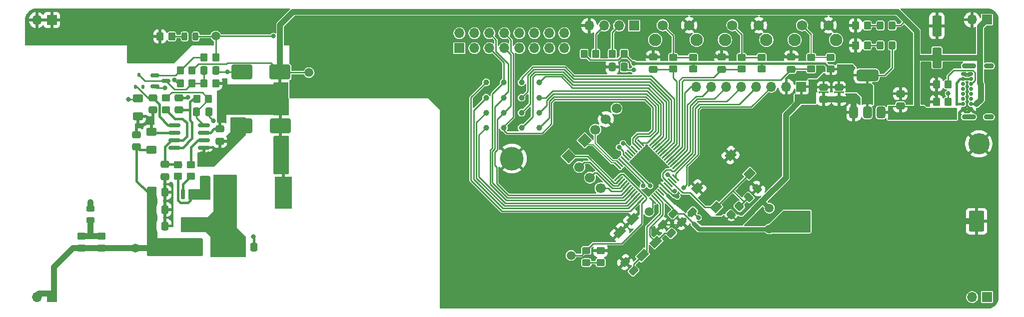
<source format=gbr>
%TF.GenerationSoftware,KiCad,Pcbnew,9.0.0*%
%TF.CreationDate,2025-03-11T11:24:18+01:00*%
%TF.ProjectId,CNIX V2 Control Board,434e4958-2056-4322-9043-6f6e74726f6c,rev?*%
%TF.SameCoordinates,Original*%
%TF.FileFunction,Copper,L1,Top*%
%TF.FilePolarity,Positive*%
%FSLAX46Y46*%
G04 Gerber Fmt 4.6, Leading zero omitted, Abs format (unit mm)*
G04 Created by KiCad (PCBNEW 9.0.0) date 2025-03-11 11:24:18*
%MOMM*%
%LPD*%
G01*
G04 APERTURE LIST*
G04 Aperture macros list*
%AMRoundRect*
0 Rectangle with rounded corners*
0 $1 Rounding radius*
0 $2 $3 $4 $5 $6 $7 $8 $9 X,Y pos of 4 corners*
0 Add a 4 corners polygon primitive as box body*
4,1,4,$2,$3,$4,$5,$6,$7,$8,$9,$2,$3,0*
0 Add four circle primitives for the rounded corners*
1,1,$1+$1,$2,$3*
1,1,$1+$1,$4,$5*
1,1,$1+$1,$6,$7*
1,1,$1+$1,$8,$9*
0 Add four rect primitives between the rounded corners*
20,1,$1+$1,$2,$3,$4,$5,0*
20,1,$1+$1,$4,$5,$6,$7,0*
20,1,$1+$1,$6,$7,$8,$9,0*
20,1,$1+$1,$8,$9,$2,$3,0*%
%AMHorizOval*
0 Thick line with rounded ends*
0 $1 width*
0 $2 $3 position (X,Y) of the first rounded end (center of the circle)*
0 $4 $5 position (X,Y) of the second rounded end (center of the circle)*
0 Add line between two ends*
20,1,$1,$2,$3,$4,$5,0*
0 Add two circle primitives to create the rounded ends*
1,1,$1,$2,$3*
1,1,$1,$4,$5*%
%AMRotRect*
0 Rectangle, with rotation*
0 The origin of the aperture is its center*
0 $1 length*
0 $2 width*
0 $3 Rotation angle, in degrees counterclockwise*
0 Add horizontal line*
21,1,$1,$2,0,0,$3*%
G04 Aperture macros list end*
%TA.AperFunction,SMDPad,CuDef*%
%ADD10C,1.500000*%
%TD*%
%TA.AperFunction,ComponentPad*%
%ADD11C,1.000000*%
%TD*%
%TA.AperFunction,SMDPad,CuDef*%
%ADD12RoundRect,0.250000X0.625000X-0.400000X0.625000X0.400000X-0.625000X0.400000X-0.625000X-0.400000X0*%
%TD*%
%TA.AperFunction,SMDPad,CuDef*%
%ADD13RoundRect,0.250000X-0.475000X0.337500X-0.475000X-0.337500X0.475000X-0.337500X0.475000X0.337500X0*%
%TD*%
%TA.AperFunction,SMDPad,CuDef*%
%ADD14RoundRect,0.250000X-0.337500X-0.475000X0.337500X-0.475000X0.337500X0.475000X-0.337500X0.475000X0*%
%TD*%
%TA.AperFunction,SMDPad,CuDef*%
%ADD15RoundRect,0.250000X0.475000X-0.337500X0.475000X0.337500X-0.475000X0.337500X-0.475000X-0.337500X0*%
%TD*%
%TA.AperFunction,SMDPad,CuDef*%
%ADD16RoundRect,0.250000X0.450000X-0.350000X0.450000X0.350000X-0.450000X0.350000X-0.450000X-0.350000X0*%
%TD*%
%TA.AperFunction,SMDPad,CuDef*%
%ADD17RoundRect,0.243750X-0.243750X-0.456250X0.243750X-0.456250X0.243750X0.456250X-0.243750X0.456250X0*%
%TD*%
%TA.AperFunction,SMDPad,CuDef*%
%ADD18RoundRect,0.250000X0.574524X0.097227X0.097227X0.574524X-0.574524X-0.097227X-0.097227X-0.574524X0*%
%TD*%
%TA.AperFunction,SMDPad,CuDef*%
%ADD19RoundRect,0.250000X0.350000X0.450000X-0.350000X0.450000X-0.350000X-0.450000X0.350000X-0.450000X0*%
%TD*%
%TA.AperFunction,SMDPad,CuDef*%
%ADD20RoundRect,0.250000X-0.574524X-0.097227X-0.097227X-0.574524X0.574524X0.097227X0.097227X0.574524X0*%
%TD*%
%TA.AperFunction,SMDPad,CuDef*%
%ADD21RoundRect,0.250000X-0.350000X-0.450000X0.350000X-0.450000X0.350000X0.450000X-0.350000X0.450000X0*%
%TD*%
%TA.AperFunction,SMDPad,CuDef*%
%ADD22RotRect,1.300000X1.900000X135.000000*%
%TD*%
%TA.AperFunction,SMDPad,CuDef*%
%ADD23RoundRect,0.250000X-0.625000X0.400000X-0.625000X-0.400000X0.625000X-0.400000X0.625000X0.400000X0*%
%TD*%
%TA.AperFunction,SMDPad,CuDef*%
%ADD24RoundRect,0.250000X-0.450000X0.350000X-0.450000X-0.350000X0.450000X-0.350000X0.450000X0.350000X0*%
%TD*%
%TA.AperFunction,SMDPad,CuDef*%
%ADD25RoundRect,0.250000X0.097227X-0.574524X0.574524X-0.097227X-0.097227X0.574524X-0.574524X0.097227X0*%
%TD*%
%TA.AperFunction,ComponentPad*%
%ADD26C,3.600000*%
%TD*%
%TA.AperFunction,ComponentPad*%
%ADD27C,2.100000*%
%TD*%
%TA.AperFunction,ComponentPad*%
%ADD28C,1.750000*%
%TD*%
%TA.AperFunction,SMDPad,CuDef*%
%ADD29RoundRect,0.150000X-0.587500X-0.150000X0.587500X-0.150000X0.587500X0.150000X-0.587500X0.150000X0*%
%TD*%
%TA.AperFunction,ComponentPad*%
%ADD30R,1.700000X1.700000*%
%TD*%
%TA.AperFunction,ComponentPad*%
%ADD31O,1.700000X1.700000*%
%TD*%
%TA.AperFunction,SMDPad,CuDef*%
%ADD32R,2.900000X5.400000*%
%TD*%
%TA.AperFunction,SMDPad,CuDef*%
%ADD33RoundRect,0.112500X-0.112500X-0.237500X0.112500X-0.237500X0.112500X0.237500X-0.112500X0.237500X0*%
%TD*%
%TA.AperFunction,SMDPad,CuDef*%
%ADD34RoundRect,0.250000X0.070711X-0.565685X0.565685X-0.070711X-0.070711X0.565685X-0.565685X0.070711X0*%
%TD*%
%TA.AperFunction,SMDPad,CuDef*%
%ADD35RoundRect,0.250000X-0.325000X-0.450000X0.325000X-0.450000X0.325000X0.450000X-0.325000X0.450000X0*%
%TD*%
%TA.AperFunction,SMDPad,CuDef*%
%ADD36RoundRect,0.250000X1.500000X1.000000X-1.500000X1.000000X-1.500000X-1.000000X1.500000X-1.000000X0*%
%TD*%
%TA.AperFunction,SMDPad,CuDef*%
%ADD37RoundRect,0.250000X0.550000X-1.500000X0.550000X1.500000X-0.550000X1.500000X-0.550000X-1.500000X0*%
%TD*%
%TA.AperFunction,SMDPad,CuDef*%
%ADD38RoundRect,0.150000X-0.825000X-0.150000X0.825000X-0.150000X0.825000X0.150000X-0.825000X0.150000X0*%
%TD*%
%TA.AperFunction,SMDPad,CuDef*%
%ADD39RoundRect,0.150000X-0.150000X0.725000X-0.150000X-0.725000X0.150000X-0.725000X0.150000X0.725000X0*%
%TD*%
%TA.AperFunction,SMDPad,CuDef*%
%ADD40RoundRect,0.250000X-1.500000X-0.900000X1.500000X-0.900000X1.500000X0.900000X-1.500000X0.900000X0*%
%TD*%
%TA.AperFunction,SMDPad,CuDef*%
%ADD41RoundRect,0.250000X0.337500X0.475000X-0.337500X0.475000X-0.337500X-0.475000X0.337500X-0.475000X0*%
%TD*%
%TA.AperFunction,SMDPad,CuDef*%
%ADD42RoundRect,0.243750X-0.456250X0.243750X-0.456250X-0.243750X0.456250X-0.243750X0.456250X0.243750X0*%
%TD*%
%TA.AperFunction,SMDPad,CuDef*%
%ADD43RoundRect,0.075000X0.521491X-0.415425X-0.415425X0.521491X-0.521491X0.415425X0.415425X-0.521491X0*%
%TD*%
%TA.AperFunction,SMDPad,CuDef*%
%ADD44RoundRect,0.075000X0.521491X0.415425X0.415425X0.521491X-0.521491X-0.415425X-0.415425X-0.521491X0*%
%TD*%
%TA.AperFunction,ComponentPad*%
%ADD45RotRect,1.700000X1.700000X135.000000*%
%TD*%
%TA.AperFunction,ComponentPad*%
%ADD46HorizOval,1.700000X0.000000X0.000000X0.000000X0.000000X0*%
%TD*%
%TA.AperFunction,SMDPad,CuDef*%
%ADD47RoundRect,0.200000X-1.100000X-1.550000X1.100000X-1.550000X1.100000X1.550000X-1.100000X1.550000X0*%
%TD*%
%TA.AperFunction,ComponentPad*%
%ADD48C,0.700000*%
%TD*%
%TA.AperFunction,ComponentPad*%
%ADD49O,2.400000X0.900000*%
%TD*%
%TA.AperFunction,ComponentPad*%
%ADD50O,1.700000X0.900000*%
%TD*%
%TA.AperFunction,SMDPad,CuDef*%
%ADD51RoundRect,0.375000X0.375000X-0.625000X0.375000X0.625000X-0.375000X0.625000X-0.375000X-0.625000X0*%
%TD*%
%TA.AperFunction,SMDPad,CuDef*%
%ADD52RoundRect,0.500000X1.400000X-0.500000X1.400000X0.500000X-1.400000X0.500000X-1.400000X-0.500000X0*%
%TD*%
%TA.AperFunction,SMDPad,CuDef*%
%ADD53RotRect,1.600000X1.400000X225.000000*%
%TD*%
%TA.AperFunction,SMDPad,CuDef*%
%ADD54RoundRect,0.250000X0.450000X-0.325000X0.450000X0.325000X-0.450000X0.325000X-0.450000X-0.325000X0*%
%TD*%
%TA.AperFunction,ComponentPad*%
%ADD55C,4.000000*%
%TD*%
%TA.AperFunction,ComponentPad*%
%ADD56RotRect,1.700000X1.700000X45.000000*%
%TD*%
%TA.AperFunction,ComponentPad*%
%ADD57HorizOval,1.700000X0.000000X0.000000X0.000000X0.000000X0*%
%TD*%
%TA.AperFunction,ViaPad*%
%ADD58C,0.800000*%
%TD*%
%TA.AperFunction,Conductor*%
%ADD59C,0.250000*%
%TD*%
%TA.AperFunction,Conductor*%
%ADD60C,0.400000*%
%TD*%
%TA.AperFunction,Conductor*%
%ADD61C,1.000000*%
%TD*%
%TA.AperFunction,Conductor*%
%ADD62C,0.750000*%
%TD*%
%TA.AperFunction,Conductor*%
%ADD63C,0.200000*%
%TD*%
G04 APERTURE END LIST*
D10*
%TO.P,TP20,1,1*%
%TO.N,HT*%
X83711051Y-120731051D03*
%TD*%
D11*
%TO.P,TP14,1,1*%
%TO.N,/CO1_1*%
X149125171Y-97733609D03*
%TD*%
D12*
%TO.P,R110,1*%
%TO.N,/HV Power Supply/FB*%
X84111051Y-98381052D03*
%TO.P,R110,2*%
%TO.N,GND*%
X84111051Y-95281050D03*
%TD*%
D13*
%TO.P,C106,1*%
%TO.N,VDD*%
X98011050Y-100493552D03*
%TO.P,C106,2*%
%TO.N,GND*%
X98011050Y-102568552D03*
%TD*%
D10*
%TO.P,TP24,1,1*%
%TO.N,VDD*%
X113111051Y-90931051D03*
%TD*%
D14*
%TO.P,C108,1*%
%TO.N,/HV Power Supply/FET_Drain*%
X101673550Y-120531052D03*
%TO.P,C108,2*%
%TO.N,GND*%
X103748550Y-120531052D03*
%TD*%
D15*
%TO.P,C102,1*%
%TO.N,/HV Power Supply/RC*%
X91111051Y-97268551D03*
%TO.P,C102,2*%
%TO.N,GND*%
X91111051Y-95193551D03*
%TD*%
D14*
%TO.P,C111,1*%
%TO.N,HT*%
X86623550Y-114141050D03*
%TO.P,C111,2*%
%TO.N,GND*%
X88698550Y-114141050D03*
%TD*%
D16*
%TO.P,R7,1*%
%TO.N,/btn_plus*%
X198211051Y-90331051D03*
%TO.P,R7,2*%
%TO.N,Net-(R12-Pad2)*%
X198211051Y-88331051D03*
%TD*%
D17*
%TO.P,D103,1,K*%
%TO.N,Net-(D103-K)*%
X92027500Y-84785000D03*
%TO.P,D103,2,A*%
%TO.N,/EN*%
X93902500Y-84785000D03*
%TD*%
D15*
%TO.P,C6,1*%
%TO.N,VDD*%
X213311051Y-96568551D03*
%TO.P,C6,2*%
%TO.N,GND*%
X213311051Y-94493551D03*
%TD*%
D11*
%TO.P,TP13,1,1*%
%TO.N,/CO1_2*%
X149125171Y-95183609D03*
%TD*%
D13*
%TO.P,C7,1*%
%TO.N,+3V3*%
X202911051Y-93393551D03*
%TO.P,C7,2*%
%TO.N,GND*%
X202911051Y-95468551D03*
%TD*%
D18*
%TO.P,C3,1*%
%TO.N,Net-(U1-PC15)*%
X174489117Y-118169905D03*
%TO.P,C3,2*%
%TO.N,GND*%
X173021871Y-116702659D03*
%TD*%
D16*
%TO.P,R6,1*%
%TO.N,Net-(D1-K)*%
X162511051Y-123131051D03*
%TO.P,R6,2*%
%TO.N,GND*%
X162511051Y-121131051D03*
%TD*%
D15*
%TO.P,C10,1*%
%TO.N,/btn_menu*%
X183011051Y-90368551D03*
%TO.P,C10,2*%
%TO.N,GND*%
X183011051Y-88293551D03*
%TD*%
D19*
%TO.P,R103,1*%
%TO.N,VDD*%
X97311051Y-92731051D03*
%TO.P,R103,2*%
%TO.N,Net-(D100-K)*%
X95311051Y-92731051D03*
%TD*%
%TO.P,R15,1*%
%TO.N,Net-(D2-K)*%
X207711051Y-82931051D03*
%TO.P,R15,2*%
%TO.N,GND*%
X205711051Y-82931051D03*
%TD*%
D20*
%TO.P,C5,1*%
%TO.N,+3V3*%
X176577428Y-113097428D03*
%TO.P,C5,2*%
%TO.N,GND*%
X178044674Y-114564674D03*
%TD*%
D15*
%TO.P,C109,1*%
%TO.N,HT*%
X83911050Y-103518552D03*
%TO.P,C109,2*%
%TO.N,/HV Power Supply/FB*%
X83911050Y-101443552D03*
%TD*%
D16*
%TO.P,R12,1*%
%TO.N,+3V3*%
X201511051Y-90331051D03*
%TO.P,R12,2*%
%TO.N,Net-(R12-Pad2)*%
X201511051Y-88331051D03*
%TD*%
D11*
%TO.P,TP7,1,1*%
%TO.N,/CO3_0*%
X143125171Y-100283609D03*
%TD*%
%TO.P,TP5,1,1*%
%TO.N,/CO3_2*%
X143125171Y-95183609D03*
%TD*%
D13*
%TO.P,C107,1*%
%TO.N,/HV Power Supply/CS*%
X88711049Y-106493551D03*
%TO.P,C107,2*%
%TO.N,GND*%
X88711049Y-108568551D03*
%TD*%
D16*
%TO.P,R104,1*%
%TO.N,/HV Power Supply/CS*%
X88911051Y-97231053D03*
%TO.P,R104,2*%
%TO.N,/HV Power Supply/REF*%
X88911051Y-95231053D03*
%TD*%
D21*
%TO.P,R4,1*%
%TO.N,+3V3*%
X159711051Y-87731051D03*
%TO.P,R4,2*%
%TO.N,/SDA*%
X161711051Y-87731051D03*
%TD*%
D16*
%TO.P,R111,1*%
%TO.N,HT*%
X74565000Y-120685000D03*
%TO.P,R111,2*%
%TO.N,Net-(D102-A)*%
X74565000Y-118685000D03*
%TD*%
D22*
%TO.P,Y1,1,1*%
%TO.N,Net-(U1-PC15)*%
X171886965Y-119644224D03*
%TO.P,Y1,2,2*%
%TO.N,GND*%
X167997878Y-115755137D03*
%TO.P,Y1,3,3*%
X165735137Y-118017878D03*
%TO.P,Y1,4,4*%
%TO.N,Net-(U1-PC14)*%
X169624224Y-121906965D03*
%TD*%
D19*
%TO.P,R13,1*%
%TO.N,Net-(J11-CC1)*%
X221415000Y-95881051D03*
%TO.P,R13,2*%
%TO.N,GND*%
X219415000Y-95881051D03*
%TD*%
D23*
%TO.P,R108,1*%
%TO.N,GND*%
X95511050Y-105981050D03*
%TO.P,R108,2*%
%TO.N,/HV Power Supply/FET_Source*%
X95511050Y-109081052D03*
%TD*%
D11*
%TO.P,TP18,1,1*%
%TO.N,/CO0_1*%
X152125171Y-97733609D03*
%TD*%
D15*
%TO.P,C11,1*%
%TO.N,/btn_plus*%
X194811051Y-90368551D03*
%TO.P,C11,2*%
%TO.N,GND*%
X194811051Y-88293551D03*
%TD*%
D24*
%TO.P,R10,1*%
%TO.N,Net-(R10-Pad1)*%
X178211051Y-88331051D03*
%TO.P,R10,2*%
%TO.N,+3V3*%
X178211051Y-90331051D03*
%TD*%
D16*
%TO.P,R8,1*%
%TO.N,/btn_menu*%
X186411051Y-90331051D03*
%TO.P,R8,2*%
%TO.N,Net-(R11-Pad2)*%
X186411051Y-88331051D03*
%TD*%
D11*
%TO.P,TP9,1,1*%
%TO.N,/CO2_2*%
X146125171Y-95183609D03*
%TD*%
D25*
%TO.P,C2,1*%
%TO.N,/NRST*%
X187607428Y-112064674D03*
%TO.P,C2,2*%
%TO.N,GND*%
X189074674Y-110597428D03*
%TD*%
D19*
%TO.P,R16,1*%
%TO.N,Net-(D3-K)*%
X207711052Y-86331051D03*
%TO.P,R16,2*%
%TO.N,GND*%
X205711052Y-86331051D03*
%TD*%
D26*
%TO.P,H1,1,1*%
%TO.N,GND*%
X226596832Y-103016266D03*
%TD*%
D11*
%TO.P,TP19,1,1*%
%TO.N,/CO0_0*%
X152125171Y-100283609D03*
%TD*%
D27*
%TO.P,SW2,*%
%TO.N,*%
X195386051Y-85383551D03*
X202396051Y-85383551D03*
D28*
%TO.P,SW2,1,1*%
%TO.N,Net-(R12-Pad2)*%
X196636051Y-82893551D03*
%TO.P,SW2,2,2*%
%TO.N,GND*%
X201136051Y-82893551D03*
%TD*%
D29*
%TO.P,Q100,1,B*%
%TO.N,Net-(Q100-B)*%
X87004802Y-91381051D03*
%TO.P,Q100,2,E*%
%TO.N,GND*%
X87004802Y-93281051D03*
%TO.P,Q100,3,C*%
%TO.N,Net-(D100-K)*%
X88879802Y-92331051D03*
%TD*%
D10*
%TO.P,TP3,1,1*%
%TO.N,/EN*%
X97311051Y-84731051D03*
%TD*%
D11*
%TO.P,TP6,1,1*%
%TO.N,/CO3_1*%
X143125171Y-97733609D03*
%TD*%
D30*
%TO.P,J4,1,Pin_1*%
%TO.N,+3V3*%
X196530000Y-93331051D03*
D31*
%TO.P,J4,2,Pin_2*%
%TO.N,GND*%
X193990000Y-93331051D03*
%TO.P,J4,3,Pin_3*%
%TO.N,/PF0*%
X191450000Y-93331051D03*
%TO.P,J4,4,Pin_4*%
%TO.N,/PA1*%
X188910000Y-93331051D03*
%TO.P,J4,5,Pin_5*%
%TO.N,/PF1*%
X186370000Y-93331051D03*
%TO.P,J4,6,Pin_6*%
%TO.N,/PA2*%
X183830000Y-93331051D03*
%TO.P,J4,7,Pin_7*%
%TO.N,/PA3*%
X181290000Y-93331051D03*
%TO.P,J4,8,Pin_8*%
%TO.N,/PA4*%
X178750000Y-93331051D03*
%TD*%
D11*
%TO.P,TP15,1,1*%
%TO.N,/CO1_0*%
X149125171Y-100283609D03*
%TD*%
D18*
%TO.P,C1,1*%
%TO.N,Net-(U1-PC14)*%
X168125157Y-124533865D03*
%TO.P,C1,2*%
%TO.N,GND*%
X166657911Y-123066619D03*
%TD*%
D19*
%TO.P,R14,1*%
%TO.N,Net-(J11-CC2)*%
X221415000Y-92931051D03*
%TO.P,R14,2*%
%TO.N,GND*%
X219415000Y-92931051D03*
%TD*%
D11*
%TO.P,TP10,1,1*%
%TO.N,/CO2_1*%
X146125171Y-97733609D03*
%TD*%
D14*
%TO.P,C112,1*%
%TO.N,HT*%
X86623550Y-116931052D03*
%TO.P,C112,2*%
%TO.N,GND*%
X88698550Y-116931052D03*
%TD*%
%TO.P,C101,1*%
%TO.N,Net-(D100-K)*%
X95273551Y-90531051D03*
%TO.P,C101,2*%
%TO.N,GND*%
X97348551Y-90531051D03*
%TD*%
D19*
%TO.P,R100,1*%
%TO.N,/EN*%
X97311051Y-88331051D03*
%TO.P,R100,2*%
%TO.N,Net-(Q100-B)*%
X95311051Y-88331051D03*
%TD*%
D15*
%TO.P,C9,1*%
%TO.N,/btn_minus*%
X171411051Y-90368551D03*
%TO.P,C9,2*%
%TO.N,GND*%
X171411051Y-88293551D03*
%TD*%
D27*
%TO.P,SW3,*%
%TO.N,*%
X183586051Y-85383551D03*
X190596051Y-85383551D03*
D28*
%TO.P,SW3,1,1*%
%TO.N,Net-(R11-Pad2)*%
X184836051Y-82893551D03*
%TO.P,SW3,2,2*%
%TO.N,GND*%
X189336051Y-82893551D03*
%TD*%
D11*
%TO.P,TP8,1,1*%
%TO.N,/CO2_3*%
X146125171Y-92583609D03*
%TD*%
D32*
%TO.P,L100,1*%
%TO.N,VDD*%
X108761051Y-111331052D03*
%TO.P,L100,2*%
%TO.N,/HV Power Supply/FET_Drain*%
X98861049Y-111331052D03*
%TD*%
D19*
%TO.P,R5,1*%
%TO.N,+3V3*%
X166511051Y-87731051D03*
%TO.P,R5,2*%
%TO.N,/SCL*%
X164511051Y-87731051D03*
%TD*%
D33*
%TO.P,D100,1,A*%
%TO.N,/HV Power Supply/COMP*%
X83692300Y-93331051D03*
%TO.P,D100,2,NC*%
%TO.N,unconnected-(D100-NC-Pad2)*%
X84992300Y-93331051D03*
%TO.P,D100,3,K*%
%TO.N,Net-(D100-K)*%
X84342300Y-91331051D03*
%TD*%
D16*
%TO.P,R9,1*%
%TO.N,/btn_minus*%
X174811051Y-90331051D03*
%TO.P,R9,2*%
%TO.N,Net-(R10-Pad1)*%
X174811051Y-88331051D03*
%TD*%
D13*
%TO.P,C8,1*%
%TO.N,+3V3*%
X200311051Y-93393551D03*
%TO.P,C8,2*%
%TO.N,GND*%
X200311051Y-95468551D03*
%TD*%
D34*
%TO.P,R1,1*%
%TO.N,+3V3*%
X184603944Y-115038158D03*
%TO.P,R1,2*%
%TO.N,/NRST*%
X186018158Y-113623944D03*
%TD*%
D35*
%TO.P,D2,1,K*%
%TO.N,Net-(D2-K)*%
X209886051Y-82931051D03*
%TO.P,D2,2,A*%
%TO.N,VDD*%
X211936049Y-82931051D03*
%TD*%
D36*
%TO.P,C100,1*%
%TO.N,VDD*%
X108218551Y-90831051D03*
%TO.P,C100,2*%
%TO.N,GND*%
X101718551Y-90831051D03*
%TD*%
D14*
%TO.P,C104,1*%
%TO.N,/HV Power Supply/REF*%
X94073550Y-97541050D03*
%TO.P,C104,2*%
%TO.N,GND*%
X96148550Y-97541050D03*
%TD*%
D37*
%TO.P,C113,1*%
%TO.N,VDD*%
X219500000Y-88400000D03*
%TO.P,C113,2*%
%TO.N,GND*%
X219500000Y-83000000D03*
%TD*%
D16*
%TO.P,R11,1*%
%TO.N,+3V3*%
X189811051Y-90331051D03*
%TO.P,R11,2*%
%TO.N,Net-(R11-Pad2)*%
X189811051Y-88331051D03*
%TD*%
D11*
%TO.P,TP16,1,1*%
%TO.N,/CO0_3*%
X152125171Y-92583609D03*
%TD*%
D21*
%TO.P,R113,1*%
%TO.N,GND*%
X87865000Y-84785000D03*
%TO.P,R113,2*%
%TO.N,Net-(D103-K)*%
X89865000Y-84785000D03*
%TD*%
D38*
%TO.P,U100,1,COMP*%
%TO.N,/HV Power Supply/COMP*%
X90336051Y-99826052D03*
%TO.P,U100,2,FB*%
%TO.N,/HV Power Supply/FB*%
X90336051Y-101096052D03*
%TO.P,U100,3,CS*%
%TO.N,/HV Power Supply/CS*%
X90336051Y-102366052D03*
%TO.P,U100,4,RC*%
%TO.N,/HV Power Supply/RC*%
X90336051Y-103636052D03*
%TO.P,U100,5,GND*%
%TO.N,GND*%
X95286051Y-103636052D03*
%TO.P,U100,6,OUT*%
%TO.N,/HV Power Supply/OUT*%
X95286051Y-102366052D03*
%TO.P,U100,7,VCC*%
%TO.N,VDD*%
X95286051Y-101096052D03*
%TO.P,U100,8,REF*%
%TO.N,/HV Power Supply/REF*%
X95286051Y-99826052D03*
%TD*%
D11*
%TO.P,TP4,1,1*%
%TO.N,/CO3_3*%
X143125171Y-92583609D03*
%TD*%
D39*
%TO.P,Q101,1,S*%
%TO.N,/HV Power Supply/FET_Source*%
X95566049Y-111556052D03*
%TO.P,Q101,2,S*%
X94296050Y-111556052D03*
%TO.P,Q101,3,S*%
X93026050Y-111556052D03*
%TO.P,Q101,4,G*%
%TO.N,Net-(Q101-G)*%
X91756051Y-111556052D03*
%TO.P,Q101,5,D*%
%TO.N,/HV Power Supply/FET_Drain*%
X91756051Y-116706052D03*
%TO.P,Q101,6,D*%
X93026050Y-116706052D03*
%TO.P,Q101,7,D*%
X94296050Y-116706052D03*
%TO.P,Q101,8,D*%
X95566049Y-116706052D03*
%TD*%
D40*
%TO.P,D101,1,K*%
%TO.N,HT*%
X93211051Y-120531051D03*
%TO.P,D101,2,A*%
%TO.N,/HV Power Supply/FET_Drain*%
X98611051Y-120531051D03*
%TD*%
D10*
%TO.P,TP22,1,1*%
%TO.N,/LED_on*%
X157511051Y-121931051D03*
%TD*%
D19*
%TO.P,R101,1*%
%TO.N,VDD*%
X93311051Y-90531051D03*
%TO.P,R101,2*%
%TO.N,Net-(Q100-B)*%
X91311051Y-90531051D03*
%TD*%
D21*
%TO.P,R105,1*%
%TO.N,/HV Power Supply/RC*%
X94111051Y-95341051D03*
%TO.P,R105,2*%
%TO.N,/HV Power Supply/REF*%
X96111051Y-95341051D03*
%TD*%
D19*
%TO.P,R102,1*%
%TO.N,Net-(D100-K)*%
X93311051Y-92731051D03*
%TO.P,R102,2*%
%TO.N,GND*%
X91311051Y-92731051D03*
%TD*%
D41*
%TO.P,C12,1*%
%TO.N,+3V3*%
X166537500Y-90000000D03*
%TO.P,C12,2*%
%TO.N,GND*%
X164462500Y-90000000D03*
%TD*%
D42*
%TO.P,D102,1,K*%
%TO.N,GND*%
X76065000Y-114047499D03*
%TO.P,D102,2,A*%
%TO.N,Net-(D102-A)*%
X76065000Y-115922501D03*
%TD*%
D10*
%TO.P,TP2,1,1*%
%TO.N,/Vbat*%
X191111051Y-117457343D03*
%TD*%
D43*
%TO.P,U1,1,PC13*%
%TO.N,/out_1hz*%
X171309839Y-112618927D03*
%TO.P,U1,2,PC14*%
%TO.N,Net-(U1-PC14)*%
X171663393Y-112265373D03*
%TO.P,U1,3,PC15*%
%TO.N,Net-(U1-PC15)*%
X172016946Y-111911820D03*
%TO.P,U1,4,VBAT*%
%TO.N,/Vbat*%
X172370500Y-111558266D03*
%TO.P,U1,5,VREF+*%
%TO.N,unconnected-(U1-VREF+-Pad5)*%
X172724053Y-111204713D03*
%TO.P,U1,6,VDD*%
%TO.N,+3V3*%
X173077606Y-110851160D03*
%TO.P,U1,7,VSS*%
%TO.N,GND*%
X173431160Y-110497606D03*
%TO.P,U1,8,PF0*%
%TO.N,/PF0*%
X173784713Y-110144053D03*
%TO.P,U1,9,PF1*%
%TO.N,/PF1*%
X174138266Y-109790500D03*
%TO.P,U1,10,PF2*%
%TO.N,/NRST*%
X174491820Y-109436946D03*
%TO.P,U1,11,PA0*%
%TO.N,/EN*%
X174845373Y-109083393D03*
%TO.P,U1,12,PA1*%
%TO.N,/PA1*%
X175198927Y-108729839D03*
D44*
%TO.P,U1,13,PA2*%
%TO.N,/PA2*%
X175198927Y-106732263D03*
%TO.P,U1,14,PA3*%
%TO.N,/PA3*%
X174845373Y-106378709D03*
%TO.P,U1,15,PA4*%
%TO.N,/PA4*%
X174491820Y-106025156D03*
%TO.P,U1,16,PA5*%
%TO.N,/btn_plus*%
X174138266Y-105671602D03*
%TO.P,U1,17,PA6*%
%TO.N,/btn_menu*%
X173784713Y-105318049D03*
%TO.P,U1,18,PA7*%
%TO.N,/btn_minus*%
X173431160Y-104964496D03*
%TO.P,U1,19,PB0*%
%TO.N,/CO1_3*%
X173077606Y-104610942D03*
%TO.P,U1,20,PB1*%
%TO.N,/CO1_2*%
X172724053Y-104257389D03*
%TO.P,U1,21,PB2*%
%TO.N,/CO1_1*%
X172370500Y-103903836D03*
%TO.P,U1,22,PB10*%
%TO.N,/CO1_0*%
X172016946Y-103550282D03*
%TO.P,U1,23,PB11*%
%TO.N,/CO0_3*%
X171663393Y-103196729D03*
%TO.P,U1,24,PB12*%
%TO.N,/CO0_2*%
X171309839Y-102843175D03*
D43*
%TO.P,U1,25,PB13*%
%TO.N,/CO0_1*%
X169312263Y-102843175D03*
%TO.P,U1,26,PB14*%
%TO.N,/CO0_0*%
X168958709Y-103196729D03*
%TO.P,U1,27,PB15*%
%TO.N,/CO2_0*%
X168605156Y-103550282D03*
%TO.P,U1,28,PA8*%
%TO.N,unconnected-(U1-PA8-Pad28)*%
X168251602Y-103903836D03*
%TO.P,U1,29,PA9*%
%TO.N,/SCL*%
X167898049Y-104257389D03*
%TO.P,U1,30,PC6*%
%TO.N,unconnected-(U1-PC6-Pad30)*%
X167544496Y-104610942D03*
%TO.P,U1,31,PC7*%
%TO.N,unconnected-(U1-PC7-Pad31)*%
X167190942Y-104964496D03*
%TO.P,U1,32,PA10*%
%TO.N,/SDA*%
X166837389Y-105318049D03*
%TO.P,U1,33,PA11/PA9*%
%TO.N,/LED_1*%
X166483836Y-105671602D03*
%TO.P,U1,34,PA12/PA10*%
%TO.N,/LED_2*%
X166130282Y-106025156D03*
%TO.P,U1,35,PA13*%
%TO.N,/SWDIO*%
X165776729Y-106378709D03*
%TO.P,U1,36,PA14*%
%TO.N,/SWCLK*%
X165423175Y-106732263D03*
D44*
%TO.P,U1,37,PA15*%
%TO.N,/LED_on*%
X165423175Y-108729839D03*
%TO.P,U1,38,PD0*%
%TO.N,/PD0*%
X165776729Y-109083393D03*
%TO.P,U1,39,PD1*%
%TO.N,/PD1*%
X166130282Y-109436946D03*
%TO.P,U1,40,PD2*%
%TO.N,/PD2*%
X166483836Y-109790500D03*
%TO.P,U1,41,PD3*%
%TO.N,/PD3*%
X166837389Y-110144053D03*
%TO.P,U1,42,PB3*%
%TO.N,/CO2_1*%
X167190942Y-110497606D03*
%TO.P,U1,43,PB4*%
%TO.N,/CO2_2*%
X167544496Y-110851160D03*
%TO.P,U1,44,PB5*%
%TO.N,/CO2_3*%
X167898049Y-111204713D03*
%TO.P,U1,45,PB6*%
%TO.N,/CO3_0*%
X168251602Y-111558266D03*
%TO.P,U1,46,PB7*%
%TO.N,/CO3_1*%
X168605156Y-111911820D03*
%TO.P,U1,47,PB8*%
%TO.N,/CO3_2*%
X168958709Y-112265373D03*
%TO.P,U1,48,PB9*%
%TO.N,/CO3_3*%
X169312263Y-112618927D03*
%TD*%
D35*
%TO.P,D3,1,K*%
%TO.N,Net-(D3-K)*%
X209886052Y-86331051D03*
%TO.P,D3,2,A*%
%TO.N,+3V3*%
X211936050Y-86331051D03*
%TD*%
D45*
%TO.P,J6,1,Pin_1*%
%TO.N,/SWCLK*%
X159824045Y-102418057D03*
D46*
%TO.P,J6,2,Pin_2*%
%TO.N,/SWDIO*%
X161620096Y-100622006D03*
%TO.P,J6,3,Pin_3*%
%TO.N,GND*%
X163416147Y-98825955D03*
%TO.P,J6,4,Pin_4*%
%TO.N,+3V3*%
X165212199Y-97029903D03*
%TD*%
D47*
%TO.P,BT1,1,+*%
%TO.N,/Vbat*%
X196811051Y-116131051D03*
%TO.P,BT1,2,-*%
%TO.N,GND*%
X226211051Y-116131051D03*
%TD*%
D15*
%TO.P,C103,1*%
%TO.N,/HV Power Supply/FB*%
X86661050Y-97268551D03*
%TO.P,C103,2*%
%TO.N,/HV Power Supply/COMP*%
X86661050Y-95193551D03*
%TD*%
D27*
%TO.P,SW4,*%
%TO.N,*%
X171786051Y-85383551D03*
X178796051Y-85383551D03*
D28*
%TO.P,SW4,1,1*%
%TO.N,Net-(R10-Pad1)*%
X173036051Y-82893551D03*
%TO.P,SW4,2,2*%
%TO.N,GND*%
X177536051Y-82893551D03*
%TD*%
D48*
%TO.P,J11,A1,GND*%
%TO.N,GND*%
X223940000Y-97106051D03*
%TO.P,J11,A4,VBUS*%
%TO.N,VDD*%
X223940000Y-96256051D03*
%TO.P,J11,A5,CC1*%
%TO.N,Net-(J11-CC1)*%
X223940000Y-95406050D03*
%TO.P,J11,A6,D+*%
%TO.N,unconnected-(J11-D+-PadA6)*%
X223940000Y-94556051D03*
%TO.P,J11,A7,D-*%
%TO.N,unconnected-(J11-D--PadA7)*%
X223940000Y-93706051D03*
%TO.P,J11,A8,SBU1*%
%TO.N,unconnected-(J11-SBU1-PadA8)*%
X223940000Y-92856051D03*
%TO.P,J11,A9,VBUS*%
%TO.N,VDD*%
X223940000Y-92006050D03*
%TO.P,J11,A12,GND*%
%TO.N,GND*%
X223940000Y-91156051D03*
%TO.P,J11,B1,GND*%
X225290000Y-91156051D03*
%TO.P,J11,B4,VBUS*%
%TO.N,VDD*%
X225290000Y-92006051D03*
%TO.P,J11,B5,CC2*%
%TO.N,Net-(J11-CC2)*%
X225290000Y-92856051D03*
%TO.P,J11,B6,D+*%
%TO.N,unconnected-(J11-D+-PadB6)*%
X225290000Y-93706051D03*
%TO.P,J11,B7,D-*%
%TO.N,unconnected-(J11-D--PadB7)*%
X225290000Y-94556051D03*
%TO.P,J11,B8,SBU2*%
%TO.N,unconnected-(J11-SBU2-PadB8)*%
X225290000Y-95406051D03*
%TO.P,J11,B9,VBUS*%
%TO.N,VDD*%
X225290000Y-96256051D03*
%TO.P,J11,B12,GND*%
%TO.N,GND*%
X225290000Y-97106051D03*
D49*
%TO.P,J11,S1,SHIELD*%
%TO.N,unconnected-(J11-SHIELD-PadS1)_3*%
X224920000Y-98456051D03*
D50*
%TO.N,unconnected-(J11-SHIELD-PadS1)*%
X228300000Y-98456051D03*
D49*
%TO.N,unconnected-(J11-SHIELD-PadS1)_1*%
X224920000Y-89806051D03*
D50*
%TO.N,unconnected-(J11-SHIELD-PadS1)_2*%
X228300000Y-89806051D03*
%TD*%
D12*
%TO.P,R109,1*%
%TO.N,HT*%
X86411050Y-104031053D03*
%TO.P,R109,2*%
%TO.N,/HV Power Supply/FB*%
X86411050Y-100931051D03*
%TD*%
D24*
%TO.P,R106,1*%
%TO.N,/HV Power Supply/OUT*%
X93111051Y-106531051D03*
%TO.P,R106,2*%
%TO.N,Net-(Q101-G)*%
X93111051Y-108531051D03*
%TD*%
D51*
%TO.P,U2,1,GND*%
%TO.N,GND*%
X205411051Y-97681051D03*
%TO.P,U2,2,VO*%
%TO.N,+3V3*%
X207711051Y-97681050D03*
D52*
X207711051Y-91381052D03*
D51*
%TO.P,U2,3,VI*%
%TO.N,VDD*%
X210011051Y-97681051D03*
%TD*%
D16*
%TO.P,R112,1*%
%TO.N,HT*%
X77915000Y-120685000D03*
%TO.P,R112,2*%
%TO.N,Net-(D102-A)*%
X77915000Y-118685000D03*
%TD*%
D53*
%TO.P,SW1,1,1*%
%TO.N,GND*%
X178891634Y-110568488D03*
X184548488Y-104911634D03*
%TO.P,SW1,2,2*%
%TO.N,/NRST*%
X182073614Y-113750468D03*
X187730468Y-108093614D03*
%TD*%
D11*
%TO.P,TP12,1,1*%
%TO.N,/CO1_3*%
X149125171Y-92583609D03*
%TD*%
D54*
%TO.P,D1,1,K*%
%TO.N,Net-(D1-K)*%
X160111051Y-123156050D03*
%TO.P,D1,2,A*%
%TO.N,/LED_on*%
X160111051Y-121106052D03*
%TD*%
D14*
%TO.P,C110,1*%
%TO.N,HT*%
X86623549Y-111231050D03*
%TO.P,C110,2*%
%TO.N,GND*%
X88698549Y-111231050D03*
%TD*%
D10*
%TO.P,TP23,1,1*%
%TO.N,+3V3*%
X191111051Y-113931051D03*
%TD*%
D11*
%TO.P,TP11,1,1*%
%TO.N,/CO2_0*%
X146125171Y-100283609D03*
%TD*%
D55*
%TO.P,H100,1,1*%
%TO.N,GND*%
X147500000Y-105500000D03*
%TD*%
D10*
%TO.P,TP1,1,1*%
%TO.N,/out_1hz*%
X170711051Y-114531051D03*
%TD*%
D36*
%TO.P,C105,1*%
%TO.N,VDD*%
X108261050Y-99931051D03*
%TO.P,C105,2*%
%TO.N,GND*%
X101761050Y-99931051D03*
%TD*%
D20*
%TO.P,C4,1*%
%TO.N,/Vbat*%
X174827428Y-114847428D03*
%TO.P,C4,2*%
%TO.N,GND*%
X176294674Y-116314674D03*
%TD*%
D56*
%TO.P,J1,1,Pin_1*%
%TO.N,/PD0*%
X157122897Y-105142897D03*
D57*
%TO.P,J1,2,Pin_2*%
%TO.N,/PD1*%
X158918948Y-106938948D03*
%TO.P,J1,3,Pin_3*%
%TO.N,/PD2*%
X160714999Y-108734999D03*
%TO.P,J1,4,Pin_4*%
%TO.N,/PD3*%
X162511051Y-110531051D03*
%TD*%
D24*
%TO.P,R107,1*%
%TO.N,/HV Power Supply/CS*%
X90911049Y-106531051D03*
%TO.P,R107,2*%
%TO.N,/HV Power Supply/FET_Source*%
X90911049Y-108531051D03*
%TD*%
D11*
%TO.P,TP17,1,1*%
%TO.N,/CO0_2*%
X152125171Y-95183609D03*
%TD*%
D30*
%TO.P,J5,1,Pin_1*%
%TO.N,+3V3*%
X168185062Y-82965612D03*
D31*
%TO.P,J5,2,Pin_2*%
%TO.N,/SCL*%
X165645062Y-82965612D03*
%TO.P,J5,3,Pin_3*%
%TO.N,/SDA*%
X163105063Y-82965612D03*
%TO.P,J5,4,Pin_4*%
%TO.N,GND*%
X160565062Y-82965612D03*
%TD*%
D30*
%TO.P,J3,1,Pin_1*%
%TO.N,/CO3_3*%
X138590000Y-86775000D03*
D31*
%TO.P,J3,2,Pin_2*%
%TO.N,/CO3_2*%
X138590000Y-84235000D03*
%TO.P,J3,3,Pin_3*%
%TO.N,/CO3_1*%
X141130000Y-86775000D03*
%TO.P,J3,4,Pin_4*%
%TO.N,/CO3_0*%
X141130000Y-84235000D03*
%TO.P,J3,5,Pin_5*%
%TO.N,/CO2_3*%
X143670000Y-86775000D03*
%TO.P,J3,6,Pin_6*%
%TO.N,/CO2_2*%
X143670000Y-84235000D03*
%TO.P,J3,7,Pin_7*%
%TO.N,/CO2_1*%
X146210000Y-86775000D03*
%TO.P,J3,8,Pin_8*%
%TO.N,/CO2_0*%
X146210000Y-84235000D03*
%TO.P,J3,9,Pin_9*%
%TO.N,/CO1_3*%
X148750000Y-86775000D03*
%TO.P,J3,10,Pin_10*%
%TO.N,/CO1_2*%
X148750000Y-84235000D03*
%TO.P,J3,11,Pin_11*%
%TO.N,/CO1_1*%
X151290000Y-86775000D03*
%TO.P,J3,12,Pin_12*%
%TO.N,/CO1_0*%
X151290000Y-84235000D03*
%TO.P,J3,13,Pin_13*%
%TO.N,/CO0_3*%
X153830000Y-86775000D03*
%TO.P,J3,14,Pin_14*%
%TO.N,/CO0_2*%
X153830000Y-84235000D03*
%TO.P,J3,15,Pin_15*%
%TO.N,/CO0_1*%
X156370000Y-86775000D03*
%TO.P,J3,16,Pin_16*%
%TO.N,/CO0_0*%
X156370000Y-84235000D03*
%TD*%
D30*
%TO.P,J10,1,Pin_1*%
%TO.N,/LED_2*%
X228000000Y-129000000D03*
D31*
%TO.P,J10,2,Pin_2*%
%TO.N,/LED_1*%
X225460000Y-129000000D03*
%TD*%
D30*
%TO.P,J9,1,Pin_1*%
%TO.N,GND*%
X69539999Y-81999999D03*
D31*
%TO.P,J9,2,Pin_2*%
X66999999Y-81999999D03*
%TD*%
D30*
%TO.P,J8,1,Pin_1*%
%TO.N,VDD*%
X227965000Y-81960000D03*
D31*
%TO.P,J8,2,Pin_2*%
%TO.N,GND*%
X225425000Y-81960000D03*
%TD*%
D30*
%TO.P,J7,1,Pin_1*%
%TO.N,HT*%
X69539999Y-129000001D03*
D31*
%TO.P,J7,2,Pin_2*%
X66999999Y-129000001D03*
%TD*%
D58*
%TO.N,GND*%
X200311051Y-109331051D03*
X148311051Y-124331051D03*
X185311051Y-103331051D03*
X199311051Y-128331051D03*
X185311051Y-128331051D03*
X163311051Y-128331051D03*
X163311051Y-116331051D03*
X140311051Y-114331051D03*
X116311051Y-83331051D03*
X210311051Y-101331051D03*
X191311051Y-107331051D03*
X173311051Y-122331051D03*
X156711051Y-109131051D03*
X195311051Y-126331051D03*
X152311051Y-128331051D03*
X191311051Y-124331051D03*
X167311051Y-128331051D03*
X175311051Y-120331051D03*
X193311051Y-122331051D03*
X82511051Y-95431051D03*
X147311051Y-110531051D03*
X179311051Y-128331051D03*
X101311051Y-83331051D03*
X197311051Y-128331051D03*
X177311051Y-128331051D03*
X181311051Y-101331051D03*
X189911051Y-109731051D03*
X146311051Y-118331051D03*
X154311051Y-122331051D03*
X196311051Y-99331051D03*
X200311051Y-103331051D03*
X177311051Y-117331051D03*
X155311051Y-109131051D03*
X183311051Y-128331051D03*
X196311051Y-103331051D03*
X114311051Y-81831051D03*
X104311051Y-83331051D03*
X165711051Y-122131051D03*
X195311051Y-122331051D03*
X152311051Y-124331051D03*
X89711051Y-109831052D03*
X144311051Y-116331051D03*
X179465000Y-120485000D03*
X189311051Y-128331051D03*
X150311051Y-122331051D03*
X175311051Y-126331051D03*
X152311051Y-118331051D03*
X200311051Y-99331051D03*
X219265000Y-91581051D03*
X138311051Y-106331051D03*
X199311051Y-122331051D03*
X187311051Y-101331051D03*
X191311051Y-105331051D03*
X199311051Y-124331051D03*
X154311051Y-124331051D03*
X153711051Y-107731051D03*
X153711051Y-109131051D03*
X219265000Y-94581051D03*
X183311051Y-99331051D03*
X99311051Y-90831051D03*
X142311051Y-114331051D03*
X148311051Y-120331051D03*
X181465000Y-120485000D03*
X159311051Y-116331051D03*
X145911051Y-109131051D03*
X150511051Y-110531051D03*
X198311051Y-101331051D03*
X195311051Y-124331051D03*
X138311051Y-110331051D03*
X159311051Y-118331051D03*
X204311051Y-95468551D03*
X216311051Y-103331051D03*
X198311051Y-109331051D03*
X173311051Y-126331051D03*
X99298550Y-104141051D03*
X88311051Y-88331051D03*
X196311051Y-105331051D03*
X150311051Y-116331051D03*
X197311051Y-126331051D03*
X196311051Y-111331051D03*
X97298550Y-104141051D03*
X185311051Y-101331051D03*
X183311051Y-101331051D03*
X138311051Y-112331051D03*
X201311051Y-126331051D03*
X198311051Y-111331051D03*
X166866508Y-116886508D03*
X140311051Y-116331051D03*
X203311051Y-128331051D03*
X212311051Y-101331051D03*
X202311051Y-105331051D03*
X142311051Y-118331051D03*
X218311051Y-101331051D03*
X191311051Y-122331051D03*
X152311051Y-120331051D03*
X114311051Y-83331051D03*
X181311051Y-103331051D03*
X189311051Y-105331051D03*
X136311051Y-108331051D03*
X169911051Y-87931051D03*
X165311051Y-128331051D03*
X202311051Y-99331051D03*
X191311051Y-126331051D03*
X117811051Y-83331051D03*
X154311051Y-116331051D03*
X214311051Y-101331051D03*
X163311051Y-126331051D03*
X175311051Y-128331051D03*
X199311051Y-126331051D03*
X144311051Y-120331051D03*
X96111051Y-104731051D03*
X173311051Y-124331051D03*
X187465000Y-120485000D03*
X198311051Y-97331051D03*
X117811051Y-81831051D03*
X167311051Y-126331051D03*
X185311051Y-99331051D03*
X187311051Y-103331051D03*
X110865000Y-87785000D03*
X200311051Y-105331051D03*
X165311051Y-126331051D03*
X110865000Y-88785000D03*
X152111051Y-110531051D03*
X138311051Y-114331051D03*
X181311051Y-128331051D03*
X90311051Y-92131051D03*
X185511051Y-105931051D03*
X218311051Y-103331051D03*
X206311051Y-103331051D03*
X189311051Y-99331051D03*
X155311051Y-110531051D03*
X208311051Y-103331051D03*
X187311051Y-105331051D03*
X116311051Y-81831051D03*
X89711051Y-115581052D03*
X88711051Y-93531051D03*
X191311051Y-128331051D03*
X105811051Y-83331051D03*
X175311051Y-122331051D03*
X100298551Y-101941050D03*
X159311051Y-128331051D03*
X201311051Y-124331051D03*
X210311051Y-103331051D03*
X110811051Y-83331051D03*
X204311051Y-103331051D03*
X197311051Y-124331051D03*
X197311051Y-122331051D03*
X104311051Y-81831051D03*
X144311051Y-118331051D03*
X102811051Y-81831051D03*
X193261051Y-87581051D03*
X204311051Y-101331051D03*
X148311051Y-116331051D03*
X112811051Y-81831051D03*
X112811051Y-83331051D03*
X161311051Y-118331051D03*
X110865000Y-93785000D03*
X171311051Y-126331051D03*
X136311051Y-102331051D03*
X89711051Y-112681051D03*
X193311051Y-128331051D03*
X202311051Y-107331051D03*
X189311051Y-103331051D03*
X163911051Y-121131051D03*
X146311051Y-116331051D03*
X110865000Y-86785000D03*
X159311051Y-126331051D03*
X200311051Y-101331051D03*
X161311051Y-116331051D03*
X208311051Y-101331051D03*
X146311051Y-122331051D03*
X89311051Y-88331051D03*
X142311051Y-116331051D03*
X98298550Y-104141051D03*
X152311051Y-126331051D03*
X191311051Y-97331051D03*
X148911051Y-110531051D03*
X193311051Y-124331051D03*
X148311051Y-122331051D03*
X183311051Y-103331051D03*
X179911051Y-111731051D03*
X177311051Y-120331051D03*
X94911051Y-104731051D03*
X136311051Y-98331051D03*
X223561051Y-116081051D03*
X150311051Y-120331051D03*
X85311051Y-88331051D03*
X92597712Y-95110516D03*
X150311051Y-126331051D03*
X84311051Y-88331051D03*
X203311051Y-126331051D03*
X157311051Y-126331051D03*
X136311051Y-104331051D03*
X140311051Y-112331051D03*
X169311051Y-126331051D03*
X191311051Y-120331051D03*
X105811051Y-81831051D03*
X185465000Y-120485000D03*
X198311051Y-99331051D03*
X193311051Y-126331051D03*
X163311051Y-118331051D03*
X110865000Y-89785000D03*
X181561051Y-87531051D03*
X147311051Y-109131051D03*
X202311051Y-101331051D03*
X187311051Y-128331051D03*
X173311051Y-128331051D03*
X110865000Y-92785000D03*
X100298551Y-102941050D03*
X187311051Y-99331051D03*
X152311051Y-122331051D03*
X191311051Y-103331051D03*
X154311051Y-126331051D03*
X175311051Y-124331051D03*
X154311051Y-120331051D03*
X110811051Y-81831051D03*
X202311051Y-103331051D03*
X136311051Y-110331051D03*
X193311051Y-120331051D03*
X102811051Y-83331051D03*
X216311051Y-101331051D03*
X196311051Y-107331051D03*
X161311051Y-128331051D03*
X200311051Y-107331051D03*
X152311051Y-116331051D03*
X198311051Y-105331051D03*
X155311051Y-107731051D03*
X212311051Y-103331051D03*
X198311051Y-107331051D03*
X183465000Y-120485000D03*
X96911051Y-99131051D03*
X76065000Y-112885000D03*
X148311051Y-118331051D03*
X191311051Y-99331051D03*
X152111051Y-109131051D03*
X154311051Y-128331051D03*
X90311051Y-88331051D03*
X163236051Y-90001765D03*
X156711051Y-110531051D03*
X136311051Y-112331051D03*
X110865000Y-91838949D03*
X87311051Y-88331051D03*
X179111051Y-115531051D03*
X103661051Y-118731051D03*
X169311051Y-128331051D03*
X150311051Y-124331051D03*
X83311051Y-88331051D03*
X110865000Y-94785000D03*
X189311051Y-101331051D03*
X213311051Y-93031051D03*
X146311051Y-120331051D03*
X101311051Y-81831051D03*
X181311051Y-99331051D03*
X136311051Y-100331051D03*
X152111051Y-107731051D03*
X175511051Y-111931051D03*
X198311051Y-103331051D03*
X171311051Y-128331051D03*
X196311051Y-109331051D03*
X195311051Y-128331051D03*
X86311051Y-88331051D03*
X201311051Y-128331051D03*
X150311051Y-118331051D03*
X214311051Y-103331051D03*
X189311051Y-120331051D03*
X206311051Y-101331051D03*
X200311051Y-111331051D03*
X161311051Y-126331051D03*
X150511051Y-109131051D03*
X154311051Y-118331051D03*
X153711051Y-110531051D03*
X148911051Y-109131051D03*
X164311051Y-107431051D03*
X196311051Y-101331051D03*
X191311051Y-101331051D03*
X205111051Y-95731051D03*
%TO.N,+3V3*%
X168114294Y-90500000D03*
X168114294Y-89331051D03*
%TO.N,VDD*%
X226970000Y-92931051D03*
%TO.N,/LED_1*%
X170911051Y-110131051D03*
%TO.N,/LED_2*%
X169711051Y-110131051D03*
%TO.N,/SDA*%
X165635742Y-103600294D03*
%TO.N,/SCL*%
X166311051Y-102931051D03*
%TO.N,/EN*%
X107118551Y-84731051D03*
X173873704Y-108243704D03*
%TO.N,/PF0*%
X176561141Y-110480961D03*
X175035835Y-111006267D03*
%TO.N,Net-(J11-CC1)*%
X221415000Y-94481051D03*
%TD*%
D59*
%TO.N,GND*%
X163237816Y-90000000D02*
X163236051Y-90001765D01*
D60*
X92514677Y-95193551D02*
X91111051Y-95193551D01*
D59*
X162511051Y-121131051D02*
X163911051Y-121131051D01*
X99311051Y-90831051D02*
X97648551Y-90831051D01*
X175906689Y-116702659D02*
X176294674Y-116314674D01*
X173021871Y-116702659D02*
X175906689Y-116702659D01*
X162511051Y-121131051D02*
X162621964Y-121131051D01*
X175511051Y-111931051D02*
X174864605Y-111931051D01*
X181561051Y-87531051D02*
X182323551Y-88293551D01*
X166866508Y-116886507D02*
X167997878Y-115755137D01*
X97648551Y-90831051D02*
X97348551Y-90531051D01*
X178891634Y-110568488D02*
X178891634Y-110711634D01*
X184548488Y-104968488D02*
X185511051Y-105931051D01*
X182323551Y-88293551D02*
X183011051Y-88293551D01*
X219415000Y-95881051D02*
X219415000Y-94731051D01*
D61*
X226211051Y-116131051D02*
X223611051Y-116131051D01*
D59*
X83961050Y-95431051D02*
X84111051Y-95281050D01*
X169911051Y-87931051D02*
X170273551Y-88293551D01*
D61*
X205411051Y-96031050D02*
X205411051Y-97681051D01*
D59*
X219265000Y-92781051D02*
X219415000Y-92931051D01*
X91311051Y-92731051D02*
X90911051Y-92731051D01*
D61*
X204311051Y-95468551D02*
X200311051Y-95468551D01*
D59*
X193261051Y-87581051D02*
X193973551Y-88293551D01*
X184548488Y-104911634D02*
X184548488Y-104968488D01*
D61*
X223611051Y-116131051D02*
X223561051Y-116081051D01*
D60*
X225290000Y-91156051D02*
X223940000Y-91156051D01*
D59*
X189074674Y-110597428D02*
X189074674Y-110567428D01*
X88711051Y-93531051D02*
X87254802Y-93531051D01*
X166646619Y-123066619D02*
X165711051Y-122131051D01*
X101718551Y-90831051D02*
X99311051Y-90831051D01*
X164462500Y-90000000D02*
X163237816Y-90000000D01*
X96148550Y-97541050D02*
X96148550Y-98368550D01*
X90911051Y-92731051D02*
X90311051Y-92131051D01*
X166657911Y-123066619D02*
X166646619Y-123066619D01*
D61*
X205411051Y-96031050D02*
X204848552Y-95468551D01*
D59*
X213311051Y-94493551D02*
X213311051Y-93031051D01*
X178044674Y-114564674D02*
X178144674Y-114564674D01*
D60*
X225290000Y-97106051D02*
X223940000Y-97106051D01*
D59*
X96148550Y-98368550D02*
X96911051Y-99131051D01*
X166866508Y-116886508D02*
X166866508Y-116886507D01*
D60*
X103748551Y-118818551D02*
X103661051Y-118731051D01*
D59*
X174864605Y-111931051D02*
X173431160Y-110497606D01*
X178891634Y-110711634D02*
X179911051Y-111731051D01*
X193973551Y-88293551D02*
X194811051Y-88293551D01*
X87254802Y-93531051D02*
X87004802Y-93281051D01*
D61*
X76065000Y-114047499D02*
X76065000Y-112885000D01*
D59*
X170273551Y-88293551D02*
X171411051Y-88293551D01*
X82511051Y-95431051D02*
X83961050Y-95431051D01*
D60*
X103748551Y-120531052D02*
X103748551Y-118818551D01*
D59*
X165735137Y-118017878D02*
X166866507Y-116886508D01*
X178144674Y-114564674D02*
X179111051Y-115531051D01*
X219265000Y-91581051D02*
X219265000Y-92781051D01*
X219415000Y-94731051D02*
X219265000Y-94581051D01*
X166866507Y-116886508D02*
X166866508Y-116886508D01*
D60*
X92597712Y-95110516D02*
X92514677Y-95193551D01*
D59*
X176294674Y-116314674D02*
X177311051Y-117331051D01*
D61*
X204848552Y-95468551D02*
X204311051Y-95468551D01*
D59*
X189074674Y-110567428D02*
X189911051Y-109731051D01*
D60*
%TO.N,HT*%
X85811051Y-111231051D02*
X86623551Y-111231051D01*
X83911051Y-103518551D02*
X83911051Y-104331051D01*
D61*
X73111051Y-120731051D02*
X69940000Y-123902102D01*
D60*
X84423551Y-104031053D02*
X86411050Y-104031053D01*
X83911051Y-109331051D02*
X85811051Y-111231051D01*
X83911050Y-103518552D02*
X84423551Y-104031053D01*
D61*
X83711051Y-120731051D02*
X73111051Y-120731051D01*
X83711051Y-120731051D02*
X86111051Y-120731051D01*
X69940000Y-128360000D02*
X67400000Y-128360000D01*
D60*
X83911051Y-104331051D02*
X83911051Y-109331051D01*
D61*
X69940000Y-123902102D02*
X69940000Y-128360000D01*
D62*
%TO.N,/Vbat*%
X179188202Y-117458202D02*
X178311051Y-116581051D01*
X179188202Y-117458202D02*
X179189061Y-117457343D01*
D59*
X176577428Y-114847428D02*
X178311051Y-116581051D01*
X174827428Y-114015194D02*
X174827428Y-114847428D01*
X172370500Y-111558266D02*
X174827428Y-114015194D01*
X174827428Y-114847428D02*
X176577428Y-114847428D01*
D62*
X179189061Y-117457343D02*
X191111051Y-117457343D01*
D59*
%TO.N,+3V3*%
X166514294Y-87731051D02*
X168114294Y-89331051D01*
X159711051Y-87731051D02*
X160736051Y-88756051D01*
D61*
X193911051Y-98089786D02*
X196530000Y-95470837D01*
D60*
X189811051Y-89331051D02*
X178211051Y-89331051D01*
X189811051Y-90331051D02*
X189811051Y-89331051D01*
X201511051Y-90331051D02*
X200511051Y-89331051D01*
D59*
X167037500Y-90500000D02*
X166537500Y-90000000D01*
D60*
X200511051Y-89331051D02*
X189811051Y-89331051D01*
D59*
X166111051Y-87731051D02*
X166514294Y-87731051D01*
X168114294Y-90500000D02*
X167037500Y-90500000D01*
X160736051Y-88756051D02*
X165486051Y-88756051D01*
X166511051Y-87731051D02*
X166514294Y-87731051D01*
D60*
X178211051Y-89331051D02*
X168114294Y-89331051D01*
D61*
X189911051Y-112731051D02*
X193911051Y-108731051D01*
D60*
X178211051Y-90331051D02*
X178211051Y-89331051D01*
D59*
X207711051Y-91381052D02*
X210661050Y-91381052D01*
D62*
X191111051Y-113931051D02*
X189911051Y-112731051D01*
D61*
X193911051Y-108731051D02*
X193911051Y-98089786D01*
D59*
X211936050Y-90106052D02*
X211936050Y-86331051D01*
D61*
X189911051Y-112731051D02*
X186811051Y-115831051D01*
D59*
X210661050Y-91381052D02*
X211936050Y-90106052D01*
X165486051Y-88756051D02*
X166511051Y-87731051D01*
%TO.N,/NRST*%
X180130468Y-113750468D02*
X182073614Y-113750468D01*
X186018158Y-113623944D02*
X186048158Y-113623944D01*
X184902041Y-110922041D02*
X182073614Y-113750468D01*
X176385925Y-111331051D02*
X177711051Y-111331051D01*
X187730468Y-108093614D02*
X184902041Y-110922041D01*
X186048158Y-113623944D02*
X186826051Y-112846051D01*
X177711051Y-111331051D02*
X180130468Y-113750468D01*
X186826051Y-112846051D02*
X187607428Y-112064674D01*
X174491820Y-109436946D02*
X176385925Y-111331051D01*
X186826051Y-112846051D02*
X184902041Y-110922041D01*
D61*
%TO.N,VDD*%
X216111051Y-88500000D02*
X216111051Y-83931051D01*
X216111051Y-83931051D02*
X214211051Y-82031051D01*
D59*
X108218551Y-90831051D02*
X108318551Y-90931051D01*
D60*
X223940000Y-92006050D02*
X223445026Y-92006050D01*
D61*
X219500000Y-88400000D02*
X226650000Y-88400000D01*
X226970000Y-92931051D02*
X226970000Y-95530000D01*
D59*
X99086051Y-89481051D02*
X99311051Y-89256051D01*
D61*
X108261050Y-110831052D02*
X108761050Y-111331052D01*
D60*
X96446050Y-101096052D02*
X97048551Y-100493551D01*
D59*
X106643551Y-89256051D02*
X108218551Y-90831051D01*
D61*
X216111051Y-95531051D02*
X216111051Y-96731051D01*
D60*
X95286050Y-101096052D02*
X96446050Y-101096052D01*
D61*
X226800000Y-88250000D02*
X226800000Y-83125000D01*
X226970000Y-92931051D02*
X226800000Y-92761051D01*
X214211051Y-82031051D02*
X212811051Y-80631051D01*
D60*
X223940001Y-92006051D02*
X223940000Y-92006050D01*
D61*
X216211051Y-88400000D02*
X216111051Y-88500000D01*
X226800000Y-83125000D02*
X227965000Y-81960000D01*
X216111051Y-95531051D02*
X216111051Y-88500000D01*
D60*
X223940000Y-96256051D02*
X222840000Y-96256051D01*
D61*
X212811051Y-80631051D02*
X110411051Y-80631051D01*
D60*
X226243949Y-96256051D02*
X226250000Y-96250000D01*
X222840000Y-96256051D02*
X222815000Y-96281051D01*
D61*
X219500000Y-88400000D02*
X216211051Y-88400000D01*
X108261050Y-90873550D02*
X108218551Y-90831051D01*
D60*
X222815000Y-92636076D02*
X222815000Y-95626025D01*
D61*
X226650000Y-88400000D02*
X226800000Y-88250000D01*
D59*
X213311051Y-82931051D02*
X214211051Y-82031051D01*
D61*
X108218551Y-82823551D02*
X108218551Y-90831051D01*
D60*
X223445026Y-92006050D02*
X222815000Y-92636076D01*
D61*
X110411051Y-80631051D02*
X108218551Y-82823551D01*
D60*
X222815000Y-95626025D02*
X222815000Y-96281051D01*
D59*
X99311051Y-89256051D02*
X106643551Y-89256051D01*
D61*
X226800000Y-92761051D02*
X226800000Y-88250000D01*
X210098551Y-97768551D02*
X210011051Y-97681051D01*
D60*
X97048551Y-100493551D02*
X98011050Y-100493552D01*
D59*
X108318551Y-90931051D02*
X113111051Y-90931051D01*
D60*
X225290000Y-92006051D02*
X223940001Y-92006051D01*
D59*
X93311051Y-90531051D02*
X94361051Y-89481051D01*
X211936049Y-82931051D02*
X213311051Y-82931051D01*
X94361051Y-89481051D02*
X99086051Y-89481051D01*
D60*
X225290000Y-96256051D02*
X226243949Y-96256051D01*
D61*
X226970000Y-95530000D02*
X226250000Y-96250000D01*
D59*
%TO.N,/LED_on*%
X170235224Y-112039286D02*
X166356370Y-108160432D01*
X169454249Y-113187853D02*
X170235224Y-112406878D01*
X160111051Y-121106052D02*
X161286052Y-119931051D01*
X166111051Y-119931051D02*
X169454249Y-116587853D01*
X169454249Y-116587853D02*
X169454249Y-113187853D01*
X170235224Y-112406878D02*
X170235224Y-112039286D01*
X159286052Y-121931051D02*
X160111051Y-121106052D01*
X166356370Y-108160432D02*
X165992582Y-108160432D01*
X157511051Y-121931051D02*
X159286052Y-121931051D01*
X165992582Y-108160432D02*
X165423175Y-108729839D01*
X161286052Y-119931051D02*
X166111051Y-119931051D01*
%TO.N,/LED_1*%
X170911051Y-110131051D02*
X170911051Y-110098817D01*
X170911051Y-110098817D02*
X166483836Y-105671602D01*
%TO.N,/LED_2*%
X169711051Y-109605925D02*
X166130282Y-106025156D01*
X169711051Y-110131051D02*
X169711051Y-109605925D01*
%TO.N,/SDA*%
X166317981Y-104798641D02*
X166837389Y-105318049D01*
X166317981Y-104237981D02*
X166317981Y-104798641D01*
X161711051Y-84359624D02*
X163105063Y-82965612D01*
X165680294Y-103600294D02*
X166317981Y-104237981D01*
X161711051Y-87731051D02*
X161711051Y-84359624D01*
X165635742Y-103600294D02*
X165680294Y-103600294D01*
%TO.N,/SCL*%
X164511051Y-84099623D02*
X165645062Y-82965612D01*
X164511051Y-87731051D02*
X164511051Y-84099623D01*
X166311051Y-102931051D02*
X166571711Y-102931051D01*
X166571711Y-102931051D02*
X167898049Y-104257389D01*
%TO.N,/EN*%
X97157102Y-84785000D02*
X93965000Y-84785000D01*
X107118551Y-84731051D02*
X97311051Y-84731051D01*
X174845373Y-109083393D02*
X174005684Y-108243704D01*
X97311051Y-88331051D02*
X97311051Y-84731051D01*
X97311051Y-84731051D02*
X97211051Y-84731051D01*
X97211051Y-84731051D02*
X97157102Y-84785000D01*
X174005684Y-108243704D02*
X173873704Y-108243704D01*
%TO.N,/btn_plus*%
X176622447Y-92156051D02*
X176311051Y-92467447D01*
X176311051Y-103498817D02*
X174138266Y-105671602D01*
X198211051Y-90331051D02*
X194848551Y-90331051D01*
X193023551Y-92156051D02*
X176622447Y-92156051D01*
X176311051Y-92467447D02*
X176311051Y-103498817D01*
X194848551Y-90331051D02*
X194811051Y-90368551D01*
X194811051Y-90368551D02*
X193023551Y-92156051D01*
%TO.N,/btn_menu*%
X183011051Y-90368551D02*
X181673551Y-91706051D01*
X176436051Y-91706051D02*
X175861051Y-92281051D01*
X186373551Y-90368551D02*
X186411051Y-90331051D01*
X183011051Y-90368551D02*
X186373551Y-90368551D01*
X175861051Y-103241711D02*
X173784713Y-105318049D01*
X175861051Y-92281051D02*
X175861051Y-103241711D01*
X181673551Y-91706051D02*
X176436051Y-91706051D01*
%TO.N,/btn_minus*%
X174811051Y-91831051D02*
X175411051Y-92431051D01*
X171411051Y-90368551D02*
X174773551Y-90368551D01*
X174773551Y-90368551D02*
X174811051Y-90331051D01*
X175411051Y-102984605D02*
X173431160Y-104964496D01*
X174811051Y-90331051D02*
X174811051Y-91831051D01*
X175411051Y-92431051D02*
X175411051Y-102984605D01*
%TO.N,/out_1hz*%
X171309839Y-113932263D02*
X170711051Y-114531051D01*
X171309839Y-112618927D02*
X171309839Y-113932263D01*
D63*
%TO.N,/SWDIO*%
X161620096Y-100622006D02*
X161620096Y-102940096D01*
X164564302Y-105884302D02*
X165282322Y-105884302D01*
X161620096Y-102940096D02*
X164564302Y-105884302D01*
D59*
X165776729Y-106378709D02*
X165758709Y-106378709D01*
D63*
X165282322Y-105884302D02*
X165776729Y-106378709D01*
%TO.N,Net-(R12-Pad2)*%
X201511051Y-88331051D02*
X198211051Y-88331051D01*
D59*
X198211051Y-84468551D02*
X196636051Y-82893551D01*
D63*
X198211051Y-88331051D02*
X198211051Y-84468551D01*
D59*
%TO.N,Net-(U1-PC15)*%
X173061051Y-112955925D02*
X173061051Y-115017447D01*
X172016946Y-111911820D02*
X173061051Y-112955925D01*
X174489117Y-118169905D02*
X173361284Y-118169905D01*
X173061051Y-115017447D02*
X170811051Y-117267447D01*
X170811051Y-117267447D02*
X170811051Y-118568310D01*
X170811051Y-118568310D02*
X171886965Y-119644224D01*
X173361284Y-118169905D02*
X171886965Y-119644224D01*
%TO.N,Net-(U1-PC14)*%
X168125157Y-123406032D02*
X169624224Y-121906965D01*
X172611051Y-114831051D02*
X170361051Y-117081051D01*
X168125157Y-124533865D02*
X168125157Y-123406032D01*
X172611051Y-113213031D02*
X172611051Y-114831051D01*
X171663393Y-112265373D02*
X172611051Y-113213031D01*
X170361051Y-121170138D02*
X169624224Y-121906965D01*
X170361051Y-117081051D02*
X170361051Y-121170138D01*
%TO.N,Net-(D1-K)*%
X160111051Y-123156050D02*
X162486052Y-123156050D01*
X162486052Y-123156050D02*
X162511051Y-123131051D01*
D63*
%TO.N,/SWCLK*%
X164925214Y-106234302D02*
X164407800Y-106234302D01*
X159824045Y-102551152D02*
X159824045Y-102418057D01*
X160403944Y-103131051D02*
X159824045Y-102551152D01*
X164407800Y-106234302D02*
X161304549Y-103131051D01*
X161304549Y-103131051D02*
X160403944Y-103131051D01*
X165423175Y-106732263D02*
X164925214Y-106234302D01*
D59*
%TO.N,/PD3*%
X163812597Y-110531051D02*
X162511051Y-110531051D01*
X164284346Y-111002800D02*
X163812597Y-110531051D01*
X165978642Y-111002800D02*
X164284346Y-111002800D01*
X166837389Y-110144053D02*
X165978642Y-111002800D01*
%TO.N,/PD0*%
X157122897Y-105142897D02*
X160333631Y-105142897D01*
X160333631Y-105142897D02*
X164843534Y-109652800D01*
X164843534Y-109652800D02*
X165207322Y-109652800D01*
X165207322Y-109652800D02*
X165776729Y-109083393D01*
%TO.N,/PD1*%
X165464428Y-110102800D02*
X164657138Y-110102800D01*
X160685389Y-106131051D02*
X159726845Y-106131051D01*
X164657138Y-110102800D02*
X160685389Y-106131051D01*
X159726845Y-106131051D02*
X158918948Y-106938948D01*
X166130282Y-109436946D02*
X165464428Y-110102800D01*
%TO.N,/PD2*%
X161518947Y-107931051D02*
X160714999Y-108734999D01*
X161848993Y-107931051D02*
X161518947Y-107931051D01*
X165721536Y-110552800D02*
X164470742Y-110552800D01*
X164470742Y-110552800D02*
X161848993Y-107931051D01*
X166483836Y-109790500D02*
X165721536Y-110552800D01*
%TO.N,/CO3_1*%
X141461051Y-99397729D02*
X143125171Y-97733609D01*
X141461051Y-108801635D02*
X141461051Y-99397729D01*
X167010925Y-113506051D02*
X146165467Y-113506051D01*
X168605156Y-111911820D02*
X167010925Y-113506051D01*
X146165467Y-113506051D02*
X141461051Y-108801635D01*
%TO.N,/CO2_1*%
X146125171Y-97733609D02*
X147300171Y-96558609D01*
X167190942Y-110497606D02*
X165982497Y-111706051D01*
X144943551Y-109738551D02*
X144943551Y-106943551D01*
X147300171Y-87865171D02*
X146210000Y-86775000D01*
X144600000Y-104400000D02*
X145000000Y-104000000D01*
X147300171Y-96558609D02*
X147300171Y-87865171D01*
X165982497Y-111706051D02*
X146911051Y-111706051D01*
X144943551Y-106943551D02*
X144600000Y-106600000D01*
X146911051Y-111706051D02*
X144943551Y-109738551D01*
X145000000Y-104000000D02*
X145000000Y-98858780D01*
X144600000Y-106600000D02*
X144600000Y-104400000D01*
X145000000Y-98858780D02*
X146125171Y-97733609D01*
%TO.N,/CO3_2*%
X145979071Y-113956051D02*
X141011051Y-108988031D01*
X168958709Y-112265373D02*
X168923355Y-112265373D01*
X167232677Y-113956051D02*
X145979071Y-113956051D01*
X141011051Y-97297729D02*
X143125171Y-95183609D01*
X168923355Y-112265373D02*
X167232677Y-113956051D01*
X141011051Y-108988031D02*
X141011051Y-97297729D01*
%TO.N,/CO2_3*%
X146125171Y-92583609D02*
X146125171Y-89230171D01*
X143800000Y-104068629D02*
X144200000Y-103668629D01*
X166496711Y-112606051D02*
X146538259Y-112606051D01*
X146125171Y-89230171D02*
X143670000Y-86775000D01*
X144166104Y-110233896D02*
X143800000Y-109867792D01*
X143800000Y-109867792D02*
X143800000Y-104068629D01*
X167898049Y-111204713D02*
X166496711Y-112606051D01*
X146538259Y-112606051D02*
X144166104Y-110233896D01*
X144200000Y-94508780D02*
X146125171Y-92583609D01*
X144200000Y-103668629D02*
X144200000Y-94508780D01*
%TO.N,/CO2_2*%
X167544496Y-110851160D02*
X166239605Y-112156051D01*
X144434315Y-104000000D02*
X144600000Y-103834315D01*
X146125171Y-94874829D02*
X146900171Y-94099829D01*
X146724655Y-112156051D02*
X144200000Y-109631396D01*
X166239605Y-112156051D02*
X146724655Y-112156051D01*
X144600000Y-103834315D02*
X144600000Y-96708780D01*
X146125171Y-95183609D02*
X146125171Y-94874829D01*
X146900171Y-89439485D02*
X144795000Y-87334314D01*
X144795000Y-87334314D02*
X144795000Y-85360000D01*
X144200000Y-104234314D02*
X144434315Y-104000000D01*
X144200000Y-109631396D02*
X144200000Y-104234314D01*
X144600000Y-96708780D02*
X146125171Y-95183609D01*
X144795000Y-85360000D02*
X143670000Y-84235000D01*
X146900171Y-94099829D02*
X146900171Y-89439485D01*
%TO.N,/CO0_3*%
X171663393Y-103196729D02*
X173161051Y-101699071D01*
X155837258Y-91600000D02*
X153108780Y-91600000D01*
X173161051Y-101699071D02*
X173161051Y-96108259D01*
X153108780Y-91600000D02*
X152125171Y-92583609D01*
X173161051Y-96108259D02*
X170552792Y-93500000D01*
X170552792Y-93500000D02*
X157737258Y-93500000D01*
X157737258Y-93500000D02*
X155837258Y-91600000D01*
%TO.N,/CO1_2*%
X170961980Y-92000000D02*
X157934314Y-92000000D01*
X151165686Y-90400000D02*
X150200000Y-91365686D01*
X172724053Y-104257389D02*
X174511051Y-102470391D01*
X157934314Y-92000000D02*
X156334314Y-90400000D01*
X174511051Y-102470391D02*
X174511051Y-95549071D01*
X174511051Y-95549071D02*
X170961980Y-92000000D01*
X156334314Y-90400000D02*
X151165686Y-90400000D01*
X150200000Y-91365686D02*
X150200000Y-94108780D01*
X150200000Y-94108780D02*
X149125171Y-95183609D01*
%TO.N,/CO0_2*%
X171309839Y-102843175D02*
X172711051Y-101441963D01*
X170416396Y-94000000D02*
X154434314Y-94000000D01*
X172711051Y-101441963D02*
X172711051Y-96294655D01*
X154434314Y-94000000D02*
X153250705Y-95183609D01*
X153250705Y-95183609D02*
X152125171Y-95183609D01*
X172711051Y-96294655D02*
X170416396Y-94000000D01*
%TO.N,/CO0_1*%
X154500000Y-94500000D02*
X153382843Y-95617157D01*
X169312263Y-102843175D02*
X170398927Y-102843175D01*
X170280000Y-94500000D02*
X154500000Y-94500000D01*
X153382843Y-96475937D02*
X152125171Y-97733609D01*
X172261051Y-100981051D02*
X172261051Y-96481051D01*
X172261051Y-96481051D02*
X170280000Y-94500000D01*
X153382843Y-95617157D02*
X153382843Y-96475937D01*
X170398927Y-102843175D02*
X172261051Y-100981051D01*
%TO.N,/CO3_3*%
X140561051Y-95147729D02*
X143125171Y-92583609D01*
X167525139Y-114406051D02*
X145792675Y-114406051D01*
X145792675Y-114406051D02*
X140561051Y-109174427D01*
X169312263Y-112618927D02*
X167525139Y-114406051D01*
X140561051Y-109174427D02*
X140561051Y-95147729D01*
%TO.N,/CO1_1*%
X174061051Y-102213285D02*
X174061051Y-95735467D01*
X150600000Y-91531372D02*
X150600000Y-96258780D01*
X172370500Y-103903836D02*
X174061051Y-102213285D01*
X157868629Y-92500000D02*
X156168629Y-90800000D01*
X150600000Y-96258780D02*
X149125171Y-97733609D01*
X174061051Y-95735467D02*
X170825584Y-92500000D01*
X170825584Y-92500000D02*
X157868629Y-92500000D01*
X156168629Y-90800000D02*
X151331372Y-90800000D01*
X151331372Y-90800000D02*
X150600000Y-91531372D01*
%TO.N,/CO1_3*%
X149125171Y-91874829D02*
X149125171Y-92583609D01*
X151000000Y-90000000D02*
X149125171Y-91874829D01*
X171098376Y-91500000D02*
X158000000Y-91500000D01*
X174961051Y-102727497D02*
X174961051Y-95362675D01*
X173077606Y-104610942D02*
X174961051Y-102727497D01*
X156500000Y-90000000D02*
X151000000Y-90000000D01*
X174961051Y-95362675D02*
X171098376Y-91500000D01*
X158000000Y-91500000D02*
X156500000Y-90000000D01*
%TO.N,/PA3*%
X177211051Y-104013031D02*
X177211051Y-96421863D01*
X178701863Y-94931051D02*
X179701051Y-94931051D01*
X174845373Y-106378709D02*
X177211051Y-104013031D01*
X177211051Y-96421863D02*
X178701863Y-94931051D01*
X179701051Y-94931051D02*
X181301051Y-93331051D01*
%TO.N,/PA2*%
X178888259Y-95381051D02*
X181791051Y-95381051D01*
X177661051Y-104270139D02*
X177661051Y-96608259D01*
X175198927Y-106732263D02*
X177661051Y-104270139D01*
X177661051Y-96608259D02*
X178888259Y-95381051D01*
X181791051Y-95381051D02*
X183841051Y-93331051D01*
%TO.N,/PA1*%
X178561051Y-96981051D02*
X179242853Y-96299249D01*
X178561051Y-104678287D02*
X178561051Y-96981051D01*
X179242853Y-96299249D02*
X185952853Y-96299249D01*
X185952853Y-96299249D02*
X188921051Y-93331051D01*
X175198927Y-108729839D02*
X175198927Y-108040411D01*
X175198927Y-108040411D02*
X178561051Y-104678287D01*
%TO.N,/PA4*%
X176761051Y-94381051D02*
X177811051Y-93331051D01*
X177811051Y-93331051D02*
X178761051Y-93331051D01*
X176761051Y-103755925D02*
X176761051Y-94381051D01*
X174491820Y-106025156D02*
X176761051Y-103755925D01*
%TO.N,/PF1*%
X173061051Y-108031051D02*
X173661051Y-107431051D01*
X173061051Y-108713285D02*
X173061051Y-108031051D01*
X179074655Y-95831051D02*
X183881052Y-95831051D01*
X174947718Y-107655224D02*
X178111051Y-104491891D01*
X178111051Y-104491891D02*
X178111051Y-96794655D01*
X178111051Y-96794655D02*
X179074655Y-95831051D01*
X174138266Y-109790500D02*
X173061051Y-108713285D01*
X174395113Y-107431051D02*
X174619286Y-107655224D01*
X183881052Y-95831051D02*
X186381052Y-93331051D01*
X174619286Y-107655224D02*
X174947718Y-107655224D01*
X173661051Y-107431051D02*
X174395113Y-107431051D01*
%TO.N,/PF0*%
X177111051Y-109931051D02*
X176561141Y-110480961D01*
X179011051Y-104864683D02*
X177111051Y-106764683D01*
X179011051Y-97231051D02*
X179011051Y-104864683D01*
X174646927Y-111006267D02*
X175035835Y-111006267D01*
X177111051Y-106764683D02*
X177111051Y-109931051D01*
X179492853Y-96749249D02*
X179011051Y-97231051D01*
X188042853Y-96749249D02*
X179492853Y-96749249D01*
X191461051Y-93331051D02*
X188042853Y-96749249D01*
X173784713Y-110144053D02*
X174646927Y-111006267D01*
D60*
%TO.N,/HV Power Supply/RC*%
X92911051Y-98953550D02*
X93298551Y-99341050D01*
X92848551Y-97268551D02*
X92911051Y-97331051D01*
X93298551Y-102093551D02*
X91756048Y-103636052D01*
X91756048Y-103636052D02*
X90336051Y-103636051D01*
X92911051Y-95928549D02*
X92911051Y-97331051D01*
X91111051Y-97268551D02*
X92848551Y-97268551D01*
X92911051Y-97331051D02*
X92911051Y-98953550D01*
X93298551Y-99341050D02*
X93298551Y-102093551D01*
X93498550Y-95341050D02*
X92911051Y-95928549D01*
%TO.N,/HV Power Supply/FB*%
X90336050Y-101096052D02*
X86576051Y-101096052D01*
X86576051Y-101096052D02*
X86411049Y-100931050D01*
D59*
%TO.N,/HV Power Supply/REF*%
X95051051Y-94281051D02*
X96111051Y-95341051D01*
D60*
X94783552Y-99826051D02*
X95286050Y-99826052D01*
D59*
X88911051Y-95231053D02*
X89861053Y-94281051D01*
X95286051Y-99826052D02*
X94073550Y-98613551D01*
X96111051Y-95503549D02*
X94073550Y-97541050D01*
X96111051Y-95341051D02*
X96111051Y-95503549D01*
X89861053Y-94281051D02*
X95051051Y-94281051D01*
X94073550Y-98613551D02*
X94073550Y-97541050D01*
D60*
%TO.N,/HV Power Supply/CS*%
X90873550Y-106493552D02*
X90911050Y-106531052D01*
X88711050Y-103504077D02*
X89849077Y-102366051D01*
X92411051Y-99481051D02*
X92411051Y-101731051D01*
X92411051Y-101731051D02*
X91776051Y-102366051D01*
X88911051Y-97231052D02*
X90411050Y-98731052D01*
X88711050Y-106493552D02*
X90873550Y-106493552D01*
X91411051Y-106531052D02*
X90911050Y-106531052D01*
X88711050Y-106493552D02*
X88711050Y-103504077D01*
X91776051Y-102366051D02*
X90336049Y-102366051D01*
X90411050Y-98731052D02*
X91661050Y-98731052D01*
X91661050Y-98731052D02*
X92411051Y-99481051D01*
X89849077Y-102366051D02*
X90336049Y-102366051D01*
%TO.N,/HV Power Supply/OUT*%
X93111051Y-106531051D02*
X93111051Y-103566052D01*
X93111051Y-103566052D02*
X94311051Y-102366051D01*
X94311051Y-102366051D02*
X95286051Y-102366051D01*
%TO.N,/HV Power Supply/FET_Source*%
X90911050Y-112581052D02*
X91311051Y-112981051D01*
X91311051Y-112981051D02*
X92611051Y-112981051D01*
X92611051Y-112981051D02*
X93026051Y-112566052D01*
X90911050Y-108531052D02*
X90911050Y-112581052D01*
X93026051Y-112566052D02*
X93026050Y-111556052D01*
%TO.N,/HV Power Supply/COMP*%
X87786050Y-96318552D02*
X87786050Y-98356052D01*
D59*
X85868652Y-95193551D02*
X84006152Y-93331051D01*
X86661050Y-95193551D02*
X86161051Y-94693552D01*
X86661050Y-95193551D02*
X85868652Y-95193551D01*
X84006152Y-93331051D02*
X83692300Y-93331051D01*
D60*
X86661049Y-95193552D02*
X87786050Y-96318552D01*
X89256050Y-99826052D02*
X90336050Y-99826052D01*
X87786050Y-98356052D02*
X89256050Y-99826052D01*
D59*
%TO.N,/CO3_0*%
X168251602Y-111558266D02*
X166753817Y-113056051D01*
X141911051Y-101497729D02*
X143125171Y-100283609D01*
X146351863Y-113056051D02*
X141911051Y-108615239D01*
X166753817Y-113056051D02*
X146351863Y-113056051D01*
X141911051Y-108615239D02*
X141911051Y-101497729D01*
%TO.N,/CO2_0*%
X147700171Y-87699486D02*
X147335000Y-87334315D01*
X171361051Y-100608259D02*
X171361051Y-96853843D01*
X146125171Y-100283609D02*
X146125171Y-100074829D01*
X168735389Y-101281051D02*
X170688259Y-101281051D01*
X146600000Y-101200000D02*
X146125171Y-100725171D01*
X152600000Y-101200000D02*
X146600000Y-101200000D01*
X170007208Y-95500000D02*
X154700000Y-95500000D01*
X167939302Y-102077138D02*
X168735389Y-101281051D01*
X147700171Y-98499829D02*
X147700171Y-87699486D01*
X154700000Y-95500000D02*
X154182843Y-96017157D01*
X154182843Y-99617157D02*
X152600000Y-101200000D01*
X154182843Y-96017157D02*
X154182843Y-99617157D01*
X170688259Y-101281051D02*
X171361051Y-100608259D01*
X147335000Y-85360000D02*
X146210000Y-84235000D01*
X146125171Y-100725171D02*
X146125171Y-100283609D01*
X147335000Y-87334315D02*
X147335000Y-85360000D01*
X168605156Y-103550282D02*
X167939302Y-102884428D01*
X171361051Y-96853843D02*
X170007208Y-95500000D01*
X146125171Y-100074829D02*
X147700171Y-98499829D01*
X167939302Y-102884428D02*
X167939302Y-102077138D01*
%TO.N,/CO0_0*%
X170874655Y-101731051D02*
X171811051Y-100794655D01*
X168389302Y-102627322D02*
X168389302Y-102263534D01*
X171811051Y-100794655D02*
X171811051Y-96667447D01*
X171811051Y-96667447D02*
X170143604Y-95000000D01*
X153782843Y-95782843D02*
X153782843Y-98625937D01*
X168389302Y-102263534D02*
X168921785Y-101731051D01*
X168958709Y-103196729D02*
X168389302Y-102627322D01*
X154565686Y-95000000D02*
X153782843Y-95782843D01*
X170143604Y-95000000D02*
X154565686Y-95000000D01*
X168921785Y-101731051D02*
X170874655Y-101731051D01*
X153782843Y-98625937D02*
X152125171Y-100283609D01*
%TO.N,/CO1_0*%
X172016946Y-103550282D02*
X173611051Y-101956177D01*
X151000000Y-91697058D02*
X151000000Y-98408780D01*
X170689188Y-93000000D02*
X157802944Y-93000000D01*
X151000000Y-98408780D02*
X149125171Y-100283609D01*
X157802944Y-93000000D02*
X156002944Y-91200000D01*
X151497058Y-91200000D02*
X151000000Y-91697058D01*
X173611051Y-95921863D02*
X170689188Y-93000000D01*
X156002944Y-91200000D02*
X151497058Y-91200000D01*
X173611051Y-101956177D02*
X173611051Y-95921863D01*
%TO.N,Net-(J11-CC1)*%
X221415000Y-94481051D02*
X221415000Y-95881051D01*
%TO.N,Net-(J11-CC2)*%
X225915000Y-90897167D02*
X225548884Y-90531051D01*
X221415000Y-91465035D02*
X221415000Y-92931051D01*
X222348984Y-90531051D02*
X221415000Y-91465035D01*
X225548884Y-90531051D02*
X222348984Y-90531051D01*
X225290000Y-92856051D02*
X225323884Y-92856051D01*
X225915000Y-92264935D02*
X225915000Y-90897167D01*
X225323884Y-92856051D02*
X225915000Y-92264935D01*
%TO.N,Net-(R11-Pad2)*%
X186411051Y-84468551D02*
X184836051Y-82893551D01*
X186411051Y-88331051D02*
X186411051Y-84468551D01*
X186411051Y-88331051D02*
X189811051Y-88331051D01*
%TO.N,Net-(R10-Pad1)*%
X174811051Y-84668551D02*
X173036051Y-82893551D01*
X178211051Y-88331051D02*
X174811051Y-88331051D01*
X174811051Y-88331051D02*
X174811051Y-84668551D01*
D60*
%TO.N,Net-(Q101-G)*%
X91756051Y-109886051D02*
X93111050Y-108531052D01*
X91756049Y-111556052D02*
X91756051Y-109886051D01*
D59*
%TO.N,Net-(Q100-B)*%
X93511051Y-88331051D02*
X95311051Y-88331051D01*
X89961051Y-91381051D02*
X90461051Y-91381051D01*
X91311051Y-90531051D02*
X93511051Y-88331051D01*
X87004802Y-91381051D02*
X89961051Y-91381051D01*
X90461051Y-91381051D02*
X91311051Y-90531051D01*
%TO.N,Net-(D100-K)*%
X84342300Y-91331051D02*
X85342300Y-92331051D01*
X85342300Y-92331051D02*
X88879802Y-92331051D01*
X90304802Y-93756051D02*
X88879802Y-92331051D01*
X92286051Y-93756051D02*
X93311051Y-92731051D01*
X90304802Y-93756051D02*
X92286051Y-93756051D01*
X95311051Y-92731051D02*
X95311051Y-90568551D01*
X93311051Y-92731051D02*
X95311051Y-92731051D01*
%TO.N,Net-(D2-K)*%
X209886052Y-82931051D02*
X207711051Y-82931051D01*
%TO.N,Net-(D3-K)*%
X209886052Y-86331051D02*
X207711051Y-86331051D01*
D61*
%TO.N,Net-(D102-A)*%
X74565000Y-118685000D02*
X76065000Y-118685000D01*
X76065000Y-118685000D02*
X77915000Y-118685000D01*
X76065000Y-115922501D02*
X76065000Y-118685000D01*
D59*
%TO.N,Net-(D103-K)*%
X92027500Y-84785000D02*
X89865000Y-84785000D01*
%TD*%
%TA.AperFunction,Conductor*%
%TO.N,/HV Power Supply/FET_Drain*%
G36*
X100854089Y-108250737D02*
G01*
X100899844Y-108303541D01*
X100911050Y-108355052D01*
X100911050Y-117231052D01*
X102374730Y-118694732D01*
X102408215Y-118756055D01*
X102411049Y-118782413D01*
X102411049Y-122107051D01*
X102391364Y-122174090D01*
X102338560Y-122219845D01*
X102287049Y-122231051D01*
X96535050Y-122231051D01*
X96468011Y-122211366D01*
X96422256Y-122158562D01*
X96411050Y-122107055D01*
X96411050Y-118731051D01*
X95661049Y-117981052D01*
X95661048Y-117981051D01*
X91535051Y-117981051D01*
X91468012Y-117961366D01*
X91422257Y-117908562D01*
X91411051Y-117857051D01*
X91411051Y-115605051D01*
X91430736Y-115538012D01*
X91483540Y-115492257D01*
X91535051Y-115481051D01*
X95911051Y-115481051D01*
X96911051Y-114481051D01*
X96911050Y-108355051D01*
X96930735Y-108288013D01*
X96983539Y-108242258D01*
X97035050Y-108231052D01*
X100787050Y-108231052D01*
X100854089Y-108250737D01*
G37*
%TD.AperFunction*%
%TD*%
%TA.AperFunction,Conductor*%
%TO.N,VDD*%
G36*
X108411590Y-90850736D02*
G01*
X108457345Y-90903540D01*
X108468551Y-90955051D01*
X108468551Y-92581050D01*
X109531551Y-92581050D01*
X109598590Y-92600735D01*
X109644345Y-92653539D01*
X109655551Y-92705050D01*
X109655551Y-95207059D01*
X109659105Y-95240106D01*
X109670310Y-95291615D01*
X109670310Y-95291616D01*
X109670311Y-95291617D01*
X109697935Y-95346803D01*
X109711051Y-95402306D01*
X109711051Y-98057051D01*
X109691366Y-98124090D01*
X109638562Y-98169845D01*
X109587051Y-98181051D01*
X108511050Y-98181051D01*
X108511050Y-101681050D01*
X109587051Y-101681050D01*
X109654090Y-101700735D01*
X109699845Y-101753539D01*
X109711051Y-101805050D01*
X109711051Y-108007052D01*
X109691366Y-108074091D01*
X109638562Y-108119846D01*
X109587051Y-108131052D01*
X109011051Y-108131052D01*
X109011051Y-111207052D01*
X108991366Y-111274091D01*
X108938562Y-111319846D01*
X108887051Y-111331052D01*
X108635051Y-111331052D01*
X108568012Y-111311367D01*
X108522257Y-111258563D01*
X108511051Y-111207052D01*
X108511051Y-108131052D01*
X107263210Y-108131052D01*
X107248301Y-108132655D01*
X107179542Y-108120247D01*
X107128407Y-108072634D01*
X107111051Y-108009365D01*
X107111051Y-101805050D01*
X107130736Y-101738011D01*
X107183540Y-101692256D01*
X107235051Y-101681050D01*
X108011050Y-101681050D01*
X108011050Y-98181051D01*
X107212413Y-98181051D01*
X107145374Y-98161366D01*
X107124732Y-98144732D01*
X107111051Y-98131051D01*
X99111051Y-98131051D01*
X99111051Y-99438187D01*
X99091366Y-99505226D01*
X99038562Y-99550981D01*
X98969404Y-99560925D01*
X98921954Y-99543726D01*
X98805174Y-99471695D01*
X98805169Y-99471693D01*
X98638747Y-99416546D01*
X98638740Y-99416545D01*
X98536036Y-99406052D01*
X98261050Y-99406052D01*
X98261050Y-100369552D01*
X98241365Y-100436591D01*
X98188561Y-100482346D01*
X98137050Y-100493552D01*
X97885050Y-100493552D01*
X97818011Y-100473867D01*
X97772256Y-100421063D01*
X97761050Y-100369552D01*
X97761050Y-99406052D01*
X97635051Y-99406052D01*
X97568012Y-99386367D01*
X97522257Y-99333563D01*
X97511051Y-99282052D01*
X97511051Y-94055050D01*
X97530736Y-93988011D01*
X97583540Y-93942256D01*
X97635051Y-93931050D01*
X97711023Y-93931050D01*
X97711037Y-93931049D01*
X97813748Y-93920556D01*
X97980170Y-93865409D01*
X97980175Y-93865407D01*
X98129396Y-93773366D01*
X98253366Y-93649396D01*
X98345407Y-93500175D01*
X98345409Y-93500170D01*
X98400556Y-93333748D01*
X98400557Y-93333741D01*
X98411050Y-93231037D01*
X98411051Y-93231024D01*
X98411051Y-92981051D01*
X97511051Y-92981051D01*
X97511051Y-92481051D01*
X98411050Y-92481051D01*
X98411050Y-92231079D01*
X98411049Y-92231064D01*
X98400557Y-92128355D01*
X98389191Y-92094056D01*
X98386789Y-92024228D01*
X98422520Y-91964185D01*
X98485040Y-91932992D01*
X98506897Y-91931051D01*
X99187051Y-91931051D01*
X99254090Y-91950736D01*
X99299845Y-92003540D01*
X99311051Y-92055051D01*
X99311051Y-92931051D01*
X107111051Y-92931051D01*
X107111051Y-92705050D01*
X107130736Y-92638011D01*
X107183540Y-92592256D01*
X107235051Y-92581050D01*
X107968551Y-92581050D01*
X107968551Y-90955051D01*
X107988236Y-90888012D01*
X108041040Y-90842257D01*
X108092551Y-90831051D01*
X108344551Y-90831051D01*
X108411590Y-90850736D01*
G37*
%TD.AperFunction*%
%TD*%
%TA.AperFunction,Conductor*%
%TO.N,GND*%
G36*
X135311051Y-95331051D02*
G01*
X135311051Y-97331051D01*
X133311051Y-95331051D01*
X109935051Y-95331051D01*
X109868012Y-95311366D01*
X109822257Y-95258562D01*
X109811051Y-95207051D01*
X109811051Y-92309398D01*
X109830736Y-92242359D01*
X109878753Y-92198915D01*
X109956893Y-92159101D01*
X110046601Y-92069393D01*
X110104197Y-91956355D01*
X110104197Y-91956353D01*
X110104198Y-91956352D01*
X110119051Y-91862575D01*
X110119051Y-91330551D01*
X110138736Y-91263512D01*
X110191540Y-91217757D01*
X110243051Y-91206551D01*
X112167619Y-91206551D01*
X112234658Y-91226236D01*
X112280413Y-91279040D01*
X112282166Y-91283065D01*
X112292950Y-91309101D01*
X112313037Y-91357597D01*
X112313041Y-91357604D01*
X112411586Y-91505085D01*
X112411589Y-91505089D01*
X112537012Y-91630512D01*
X112537016Y-91630515D01*
X112684497Y-91729060D01*
X112684510Y-91729067D01*
X112807414Y-91779974D01*
X112848385Y-91796945D01*
X112848387Y-91796945D01*
X112848392Y-91796947D01*
X113022355Y-91831550D01*
X113022358Y-91831551D01*
X113022360Y-91831551D01*
X113199744Y-91831551D01*
X113199745Y-91831550D01*
X113276459Y-91816291D01*
X113373709Y-91796947D01*
X113373712Y-91796945D01*
X113373717Y-91796945D01*
X113537598Y-91729064D01*
X113685086Y-91630515D01*
X113810515Y-91505086D01*
X113909064Y-91357598D01*
X113976945Y-91193717D01*
X113994323Y-91106355D01*
X114011550Y-91019746D01*
X114011551Y-91019744D01*
X114011551Y-90842357D01*
X114011550Y-90842355D01*
X113976947Y-90668392D01*
X113976944Y-90668383D01*
X113909067Y-90504510D01*
X113909060Y-90504497D01*
X113810515Y-90357016D01*
X113810512Y-90357012D01*
X113685089Y-90231589D01*
X113685085Y-90231586D01*
X113537604Y-90133041D01*
X113537591Y-90133034D01*
X113373718Y-90065157D01*
X113373709Y-90065154D01*
X113199745Y-90030551D01*
X113199742Y-90030551D01*
X113022360Y-90030551D01*
X113022357Y-90030551D01*
X112848392Y-90065154D01*
X112848383Y-90065157D01*
X112684510Y-90133034D01*
X112684497Y-90133041D01*
X112537016Y-90231586D01*
X112537012Y-90231589D01*
X112411589Y-90357012D01*
X112411586Y-90357016D01*
X112313041Y-90504497D01*
X112313037Y-90504504D01*
X112301835Y-90531551D01*
X112282179Y-90579003D01*
X112238340Y-90633406D01*
X112172046Y-90655472D01*
X112167619Y-90655551D01*
X110243050Y-90655551D01*
X110176011Y-90635866D01*
X110130256Y-90583062D01*
X110119050Y-90531551D01*
X110119050Y-89799533D01*
X110119050Y-89799532D01*
X110104197Y-89705747D01*
X110046601Y-89592709D01*
X110046597Y-89592705D01*
X110046596Y-89592703D01*
X109956898Y-89503005D01*
X109956894Y-89503002D01*
X109956893Y-89503001D01*
X109954124Y-89501590D01*
X109878755Y-89463187D01*
X109827960Y-89415213D01*
X109811051Y-89352703D01*
X109811051Y-86331051D01*
X108993051Y-86331051D01*
X108926012Y-86311366D01*
X108880257Y-86258562D01*
X108869051Y-86207051D01*
X108869051Y-83144359D01*
X108888736Y-83077320D01*
X108905370Y-83056678D01*
X110644178Y-81317870D01*
X110705501Y-81284385D01*
X110731859Y-81281551D01*
X135311051Y-81281551D01*
X135311051Y-95331051D01*
G37*
%TD.AperFunction*%
%TA.AperFunction,Conductor*%
G36*
X69074074Y-81807006D02*
G01*
X69039999Y-81934173D01*
X69039999Y-82065825D01*
X69074074Y-82192992D01*
X69106987Y-82249999D01*
X67433011Y-82249999D01*
X67465924Y-82192992D01*
X67499999Y-82065825D01*
X67499999Y-81934173D01*
X67465924Y-81807006D01*
X67433011Y-81749999D01*
X69106987Y-81749999D01*
X69074074Y-81807006D01*
G37*
%TD.AperFunction*%
%TA.AperFunction,Conductor*%
G36*
X109864332Y-80045185D02*
G01*
X109910087Y-80097989D01*
X109920031Y-80167147D01*
X109891006Y-80230703D01*
X109884974Y-80237181D01*
X107713278Y-82408876D01*
X107713277Y-82408877D01*
X107642085Y-82515425D01*
X107593050Y-82633806D01*
X107593048Y-82633812D01*
X107568051Y-82759479D01*
X107568051Y-84140133D01*
X107548366Y-84207172D01*
X107495562Y-84252927D01*
X107426404Y-84262871D01*
X107382051Y-84247520D01*
X107331039Y-84218068D01*
X107331040Y-84218068D01*
X107299795Y-84209696D01*
X107191026Y-84180551D01*
X107046076Y-84180551D01*
X106937307Y-84209696D01*
X106906062Y-84218068D01*
X106780539Y-84290539D01*
X106780533Y-84290544D01*
X106678042Y-84393035D01*
X106677743Y-84393554D01*
X106677376Y-84393903D01*
X106673096Y-84399482D01*
X106672225Y-84398814D01*
X106627175Y-84441768D01*
X106570358Y-84455551D01*
X98254483Y-84455551D01*
X98187444Y-84435866D01*
X98141689Y-84383062D01*
X98139935Y-84379036D01*
X98109064Y-84304504D01*
X98109062Y-84304501D01*
X98109060Y-84304497D01*
X98010515Y-84157016D01*
X98010512Y-84157012D01*
X97885089Y-84031589D01*
X97885085Y-84031586D01*
X97737604Y-83933041D01*
X97737591Y-83933034D01*
X97573718Y-83865157D01*
X97573709Y-83865154D01*
X97399745Y-83830551D01*
X97399742Y-83830551D01*
X97222360Y-83830551D01*
X97222357Y-83830551D01*
X97048392Y-83865154D01*
X97048383Y-83865157D01*
X96884510Y-83933034D01*
X96884497Y-83933041D01*
X96737016Y-84031586D01*
X96737012Y-84031589D01*
X96611589Y-84157012D01*
X96611586Y-84157016D01*
X96513041Y-84304497D01*
X96513039Y-84304501D01*
X96513038Y-84304504D01*
X96459832Y-84432955D01*
X96415994Y-84487355D01*
X96349700Y-84509421D01*
X96345273Y-84509500D01*
X94664500Y-84509500D01*
X94597461Y-84489815D01*
X94551706Y-84437011D01*
X94540500Y-84385500D01*
X94540500Y-84297718D01*
X94525879Y-84205404D01*
X94525877Y-84205399D01*
X94469182Y-84094130D01*
X94469175Y-84094121D01*
X94380878Y-84005824D01*
X94380869Y-84005817D01*
X94269600Y-83949122D01*
X94269595Y-83949120D01*
X94177281Y-83934500D01*
X94177276Y-83934500D01*
X93627724Y-83934500D01*
X93627719Y-83934500D01*
X93535404Y-83949120D01*
X93535399Y-83949122D01*
X93424130Y-84005817D01*
X93424121Y-84005824D01*
X93335824Y-84094121D01*
X93335817Y-84094130D01*
X93279122Y-84205399D01*
X93279120Y-84205404D01*
X93264500Y-84297718D01*
X93264500Y-85272281D01*
X93279120Y-85364595D01*
X93279122Y-85364600D01*
X93335817Y-85475869D01*
X93335824Y-85475878D01*
X93424121Y-85564175D01*
X93424130Y-85564182D01*
X93535399Y-85620877D01*
X93535404Y-85620879D01*
X93627719Y-85635500D01*
X93627724Y-85635500D01*
X94177281Y-85635500D01*
X94269595Y-85620879D01*
X94269597Y-85620878D01*
X94269598Y-85620878D01*
X94380873Y-85564180D01*
X94469180Y-85475873D01*
X94525878Y-85364598D01*
X94525878Y-85364597D01*
X94525879Y-85364595D01*
X94540500Y-85272281D01*
X94540500Y-85184500D01*
X94560185Y-85117461D01*
X94612989Y-85071706D01*
X94664500Y-85060500D01*
X96389965Y-85060500D01*
X96457004Y-85080185D01*
X96502759Y-85132989D01*
X96504527Y-85137050D01*
X96513036Y-85157594D01*
X96513041Y-85157604D01*
X96611586Y-85305085D01*
X96611589Y-85305089D01*
X96737012Y-85430512D01*
X96737016Y-85430515D01*
X96884497Y-85529060D01*
X96884504Y-85529064D01*
X96959003Y-85559922D01*
X97013406Y-85603762D01*
X97035472Y-85670056D01*
X97035551Y-85674483D01*
X97035551Y-86207051D01*
X97015866Y-86274090D01*
X96963062Y-86319845D01*
X96911551Y-86331051D01*
X93311050Y-86331051D01*
X90347370Y-89294732D01*
X90286047Y-89328217D01*
X90259689Y-89331051D01*
X82435051Y-89331051D01*
X82368012Y-89311366D01*
X82322257Y-89258562D01*
X82311051Y-89207051D01*
X82311051Y-86331051D01*
X65149500Y-86331051D01*
X65082461Y-86311366D01*
X65036706Y-86258562D01*
X65025500Y-86207051D01*
X65025500Y-85284986D01*
X86765001Y-85284986D01*
X86775494Y-85387697D01*
X86830641Y-85554119D01*
X86830643Y-85554123D01*
X86922684Y-85703345D01*
X87046654Y-85827315D01*
X87195875Y-85919356D01*
X87195880Y-85919358D01*
X87362302Y-85974505D01*
X87362309Y-85974506D01*
X87465019Y-85984999D01*
X87614999Y-85984999D01*
X88115000Y-85984999D01*
X88264972Y-85984999D01*
X88264986Y-85984998D01*
X88367697Y-85974505D01*
X88534119Y-85919358D01*
X88534124Y-85919356D01*
X88683345Y-85827315D01*
X88807315Y-85703345D01*
X88899357Y-85554123D01*
X88899359Y-85554117D01*
X88935513Y-85445011D01*
X88975285Y-85387566D01*
X89039801Y-85360742D01*
X89108577Y-85373057D01*
X89159777Y-85420599D01*
X89163703Y-85427718D01*
X89186949Y-85473340D01*
X89186954Y-85473347D01*
X89276652Y-85563045D01*
X89276654Y-85563046D01*
X89276658Y-85563050D01*
X89363786Y-85607444D01*
X89389698Y-85620647D01*
X89483475Y-85635499D01*
X89483481Y-85635500D01*
X90246518Y-85635499D01*
X90340304Y-85620646D01*
X90453342Y-85563050D01*
X90543050Y-85473342D01*
X90600646Y-85360304D01*
X90600646Y-85360302D01*
X90600647Y-85360301D01*
X90615500Y-85266524D01*
X90615500Y-85184500D01*
X90635185Y-85117461D01*
X90687989Y-85071706D01*
X90739500Y-85060500D01*
X91265500Y-85060500D01*
X91332539Y-85080185D01*
X91378294Y-85132989D01*
X91389500Y-85184500D01*
X91389500Y-85272281D01*
X91404120Y-85364595D01*
X91404122Y-85364600D01*
X91460817Y-85475869D01*
X91460824Y-85475878D01*
X91549121Y-85564175D01*
X91549130Y-85564182D01*
X91660399Y-85620877D01*
X91660404Y-85620879D01*
X91752719Y-85635500D01*
X91752724Y-85635500D01*
X92302281Y-85635500D01*
X92394595Y-85620879D01*
X92394597Y-85620878D01*
X92394598Y-85620878D01*
X92505873Y-85564180D01*
X92594180Y-85475873D01*
X92650878Y-85364598D01*
X92650878Y-85364597D01*
X92650879Y-85364595D01*
X92665500Y-85272281D01*
X92665500Y-84297718D01*
X92650879Y-84205404D01*
X92650877Y-84205399D01*
X92594182Y-84094130D01*
X92594175Y-84094121D01*
X92505878Y-84005824D01*
X92505869Y-84005817D01*
X92394600Y-83949122D01*
X92394595Y-83949120D01*
X92302281Y-83934500D01*
X92302276Y-83934500D01*
X91752724Y-83934500D01*
X91752719Y-83934500D01*
X91660404Y-83949120D01*
X91660399Y-83949122D01*
X91549130Y-84005817D01*
X91549121Y-84005824D01*
X91460824Y-84094121D01*
X91460817Y-84094130D01*
X91404122Y-84205399D01*
X91404120Y-84205404D01*
X91389500Y-84297718D01*
X91389500Y-84385500D01*
X91369815Y-84452539D01*
X91317011Y-84498294D01*
X91265500Y-84509500D01*
X90739499Y-84509500D01*
X90672460Y-84489815D01*
X90626705Y-84437011D01*
X90615499Y-84385500D01*
X90615499Y-84303482D01*
X90609067Y-84262871D01*
X90600646Y-84209696D01*
X90543050Y-84096658D01*
X90543046Y-84096654D01*
X90543045Y-84096652D01*
X90453347Y-84006954D01*
X90453344Y-84006952D01*
X90453342Y-84006950D01*
X90376517Y-83967805D01*
X90340301Y-83949352D01*
X90246524Y-83934500D01*
X89483482Y-83934500D01*
X89402519Y-83947323D01*
X89389696Y-83949354D01*
X89276658Y-84006950D01*
X89276657Y-84006951D01*
X89276652Y-84006954D01*
X89186954Y-84096652D01*
X89186950Y-84096657D01*
X89163703Y-84142282D01*
X89115728Y-84193077D01*
X89047906Y-84209871D01*
X88981772Y-84187332D01*
X88938321Y-84132617D01*
X88935513Y-84124989D01*
X88899357Y-84015877D01*
X88899356Y-84015875D01*
X88807315Y-83866654D01*
X88683345Y-83742684D01*
X88534124Y-83650643D01*
X88534119Y-83650641D01*
X88367697Y-83595494D01*
X88367690Y-83595493D01*
X88264986Y-83585000D01*
X88115000Y-83585000D01*
X88115000Y-85984999D01*
X87614999Y-85984999D01*
X87615000Y-85984998D01*
X87615000Y-85035000D01*
X86765001Y-85035000D01*
X86765001Y-85284986D01*
X65025500Y-85284986D01*
X65025500Y-84285013D01*
X86765000Y-84285013D01*
X86765000Y-84535000D01*
X87615000Y-84535000D01*
X87615000Y-83585000D01*
X87465027Y-83585000D01*
X87465012Y-83585001D01*
X87362302Y-83595494D01*
X87195880Y-83650641D01*
X87195875Y-83650643D01*
X87046654Y-83742684D01*
X86922684Y-83866654D01*
X86830643Y-84015875D01*
X86830643Y-84015877D01*
X86775494Y-84182302D01*
X86775493Y-84182309D01*
X86765000Y-84285013D01*
X65025500Y-84285013D01*
X65025500Y-82004066D01*
X65025765Y-81995957D01*
X65038149Y-81807006D01*
X65041861Y-81750378D01*
X65041911Y-81749999D01*
X65672768Y-81749999D01*
X66566987Y-81749999D01*
X66534074Y-81807006D01*
X66499999Y-81934173D01*
X66499999Y-82065825D01*
X66534074Y-82192992D01*
X66566987Y-82249999D01*
X65672768Y-82249999D01*
X65683241Y-82316125D01*
X65683241Y-82316128D01*
X65748903Y-82518216D01*
X65845378Y-82707556D01*
X65970271Y-82879458D01*
X65970275Y-82879463D01*
X66120534Y-83029722D01*
X66120539Y-83029726D01*
X66292441Y-83154619D01*
X66481781Y-83251094D01*
X66683870Y-83316756D01*
X66749999Y-83327230D01*
X66749999Y-82433011D01*
X66807006Y-82465924D01*
X66934173Y-82499999D01*
X67065825Y-82499999D01*
X67192992Y-82465924D01*
X67249999Y-82433011D01*
X67249999Y-83327229D01*
X67316125Y-83316756D01*
X67316128Y-83316756D01*
X67518216Y-83251094D01*
X67707556Y-83154619D01*
X67879457Y-83029727D01*
X67993520Y-82915664D01*
X68054843Y-82882179D01*
X68124535Y-82887163D01*
X68180469Y-82929034D01*
X68197384Y-82960012D01*
X68246644Y-83092085D01*
X68246648Y-83092092D01*
X68332808Y-83207186D01*
X68332811Y-83207189D01*
X68447905Y-83293349D01*
X68447912Y-83293353D01*
X68582619Y-83343595D01*
X68582626Y-83343597D01*
X68642154Y-83349998D01*
X68642171Y-83349999D01*
X69289999Y-83349999D01*
X69289999Y-82433011D01*
X69347006Y-82465924D01*
X69474173Y-82499999D01*
X69605825Y-82499999D01*
X69732992Y-82465924D01*
X69789999Y-82433011D01*
X69789999Y-83349999D01*
X70437827Y-83349999D01*
X70437843Y-83349998D01*
X70497371Y-83343597D01*
X70497378Y-83343595D01*
X70632085Y-83293353D01*
X70632092Y-83293349D01*
X70747186Y-83207189D01*
X70747189Y-83207186D01*
X70833349Y-83092092D01*
X70833353Y-83092085D01*
X70883595Y-82957378D01*
X70883597Y-82957371D01*
X70889998Y-82897843D01*
X70889999Y-82897826D01*
X70889999Y-82249999D01*
X69973011Y-82249999D01*
X70005924Y-82192992D01*
X70039999Y-82065825D01*
X70039999Y-81934173D01*
X70005924Y-81807006D01*
X69973011Y-81749999D01*
X70889999Y-81749999D01*
X70889999Y-81102171D01*
X70889998Y-81102154D01*
X70883597Y-81042626D01*
X70883595Y-81042619D01*
X70833353Y-80907912D01*
X70833349Y-80907905D01*
X70747189Y-80792811D01*
X70747186Y-80792808D01*
X70632092Y-80706648D01*
X70632085Y-80706644D01*
X70497378Y-80656402D01*
X70497371Y-80656400D01*
X70437843Y-80649999D01*
X69789999Y-80649999D01*
X69789999Y-81566987D01*
X69732992Y-81534074D01*
X69605825Y-81499999D01*
X69474173Y-81499999D01*
X69347006Y-81534074D01*
X69289999Y-81566987D01*
X69289999Y-80649999D01*
X68642154Y-80649999D01*
X68582626Y-80656400D01*
X68582619Y-80656402D01*
X68447912Y-80706644D01*
X68447905Y-80706648D01*
X68332811Y-80792808D01*
X68332808Y-80792811D01*
X68246648Y-80907905D01*
X68246645Y-80907910D01*
X68197384Y-81039986D01*
X68155512Y-81095919D01*
X68090048Y-81120336D01*
X68021775Y-81105484D01*
X67993521Y-81084333D01*
X67879463Y-80970275D01*
X67879458Y-80970271D01*
X67707556Y-80845378D01*
X67518214Y-80748902D01*
X67316123Y-80683240D01*
X67249999Y-80672767D01*
X67249999Y-81566987D01*
X67192992Y-81534074D01*
X67065825Y-81499999D01*
X66934173Y-81499999D01*
X66807006Y-81534074D01*
X66749999Y-81566987D01*
X66749999Y-80672767D01*
X66749998Y-80672767D01*
X66683874Y-80683240D01*
X66481783Y-80748902D01*
X66292441Y-80845378D01*
X66120539Y-80970271D01*
X66120534Y-80970275D01*
X65970275Y-81120534D01*
X65970271Y-81120539D01*
X65845378Y-81292441D01*
X65748903Y-81481781D01*
X65683241Y-81683869D01*
X65683241Y-81683872D01*
X65672768Y-81749999D01*
X65041911Y-81749999D01*
X65043976Y-81734311D01*
X65091193Y-81496933D01*
X65095391Y-81481268D01*
X65171672Y-81256552D01*
X65173189Y-81252080D01*
X65179388Y-81237114D01*
X65286441Y-81020033D01*
X65294544Y-81005998D01*
X65429016Y-80804746D01*
X65438873Y-80791900D01*
X65598464Y-80609922D01*
X65609922Y-80598464D01*
X65791900Y-80438873D01*
X65804746Y-80429016D01*
X66005998Y-80294544D01*
X66020033Y-80286441D01*
X66237114Y-80179388D01*
X66252080Y-80173189D01*
X66415302Y-80117783D01*
X66481268Y-80095391D01*
X66496935Y-80091193D01*
X66734311Y-80043976D01*
X66750367Y-80041861D01*
X66975757Y-80027088D01*
X66995958Y-80025765D01*
X67004067Y-80025500D01*
X67008285Y-80025500D01*
X109797293Y-80025500D01*
X109864332Y-80045185D01*
G37*
%TD.AperFunction*%
%TD*%
%TA.AperFunction,Conductor*%
%TO.N,HT*%
G36*
X87173793Y-110290007D02*
G01*
X87254575Y-110343983D01*
X87308551Y-110424765D01*
X87327505Y-110520053D01*
X87326306Y-110544459D01*
X87310549Y-110704441D01*
X87310549Y-111757658D01*
X87325748Y-111911984D01*
X87385815Y-112109998D01*
X87390499Y-112121305D01*
X87387781Y-112122430D01*
X87409848Y-112195148D01*
X87411050Y-112219581D01*
X87411050Y-113152519D01*
X87392096Y-113247807D01*
X87389205Y-113253918D01*
X87385817Y-113262097D01*
X87325749Y-113460115D01*
X87310550Y-113614441D01*
X87310550Y-114667658D01*
X87325749Y-114821984D01*
X87385817Y-115020002D01*
X87390501Y-115031309D01*
X87387783Y-115032434D01*
X87409848Y-115105147D01*
X87411050Y-115129580D01*
X87411050Y-115942520D01*
X87392096Y-116037808D01*
X87389200Y-116043929D01*
X87385819Y-116052091D01*
X87325749Y-116250121D01*
X87310550Y-116404443D01*
X87310550Y-117457660D01*
X87325749Y-117611986D01*
X87385817Y-117810004D01*
X87390501Y-117821311D01*
X87387783Y-117822436D01*
X87409848Y-117895149D01*
X87411050Y-117919582D01*
X87411050Y-119021050D01*
X87411051Y-119021052D01*
X94912055Y-119021052D01*
X95007339Y-119040006D01*
X95088121Y-119093982D01*
X95142097Y-119174764D01*
X95161051Y-119270052D01*
X95161051Y-121772052D01*
X95142097Y-121867340D01*
X95088121Y-121948122D01*
X95007339Y-122002098D01*
X94912051Y-122021052D01*
X85910050Y-122021052D01*
X85814762Y-122002098D01*
X85733980Y-121948122D01*
X85680004Y-121867340D01*
X85661050Y-121772052D01*
X85661050Y-110520053D01*
X85680004Y-110424765D01*
X85733980Y-110343983D01*
X85814762Y-110290007D01*
X85910050Y-110271053D01*
X87078505Y-110271053D01*
X87173793Y-110290007D01*
G37*
%TD.AperFunction*%
%TD*%
%TA.AperFunction,Conductor*%
%TO.N,+3V3*%
G36*
X184514852Y-114989386D02*
G01*
X184541212Y-114991272D01*
X184550265Y-114997090D01*
X184557305Y-114998622D01*
X184585559Y-115019773D01*
X184603943Y-115038157D01*
X184622328Y-115019773D01*
X184683651Y-114986288D01*
X184753343Y-114991272D01*
X184797690Y-115019773D01*
X185417115Y-115639198D01*
X185417116Y-115639198D01*
X185588985Y-115467329D01*
X185643979Y-115397326D01*
X185704212Y-115258653D01*
X185704588Y-115255918D01*
X185705626Y-115253605D01*
X185706500Y-115250488D01*
X185706967Y-115250619D01*
X185733215Y-115192181D01*
X185791755Y-115154040D01*
X185861623Y-115153603D01*
X185915115Y-115185115D01*
X186061051Y-115331051D01*
X187258240Y-115331051D01*
X187325279Y-115350736D01*
X187347645Y-115369128D01*
X187572736Y-115603341D01*
X187604997Y-115665317D01*
X187598629Y-115734896D01*
X187571125Y-115776832D01*
X186494203Y-116856530D01*
X186432923Y-116890094D01*
X186406180Y-116892962D01*
X182231489Y-116885260D01*
X181561320Y-116884024D01*
X182645481Y-115780620D01*
X184073614Y-115780620D01*
X184316185Y-116023192D01*
X184386198Y-116078193D01*
X184386200Y-116078194D01*
X184524868Y-116138426D01*
X184674654Y-116159014D01*
X184824437Y-116138426D01*
X184963112Y-116078193D01*
X185033115Y-116023199D01*
X185204984Y-115851330D01*
X185204984Y-115851329D01*
X184603944Y-115250289D01*
X184073614Y-115780620D01*
X182645481Y-115780620D01*
X183311505Y-115102774D01*
X183372529Y-115068752D01*
X183442262Y-115073123D01*
X183498561Y-115114501D01*
X183513686Y-115140281D01*
X183563905Y-115255899D01*
X183563908Y-115255903D01*
X183618909Y-115325916D01*
X183861481Y-115568488D01*
X184410197Y-115019773D01*
X184418142Y-115015434D01*
X184423568Y-115008187D01*
X184448327Y-114998952D01*
X184471520Y-114986288D01*
X184480549Y-114986933D01*
X184489032Y-114983770D01*
X184514852Y-114989386D01*
G37*
%TD.AperFunction*%
%TD*%
%TA.AperFunction,Conductor*%
%TO.N,/Vbat*%
G36*
X198053991Y-114350736D02*
G01*
X198099746Y-114403540D01*
X198110952Y-114455150D01*
X198108176Y-117921409D01*
X198088438Y-117988433D01*
X198035597Y-118034146D01*
X197984176Y-118045310D01*
X190832481Y-118045310D01*
X190765442Y-118025625D01*
X190719687Y-117972821D01*
X190708482Y-117920907D01*
X190709255Y-117683052D01*
X190710884Y-117182174D01*
X190730786Y-117115202D01*
X190747197Y-117094904D01*
X193474732Y-114367370D01*
X193536055Y-114333885D01*
X193562413Y-114331051D01*
X197986952Y-114331051D01*
X198053991Y-114350736D01*
G37*
%TD.AperFunction*%
%TD*%
%TA.AperFunction,Conductor*%
%TO.N,/HV Power Supply/FET_Source*%
G36*
X96354090Y-108500736D02*
G01*
X96399845Y-108553540D01*
X96411051Y-108605051D01*
X96411051Y-112357051D01*
X96391366Y-112424090D01*
X96338562Y-112469845D01*
X96287051Y-112481051D01*
X92785051Y-112481051D01*
X92718012Y-112461366D01*
X92672257Y-112408562D01*
X92661051Y-112357051D01*
X92661051Y-110855051D01*
X92680736Y-110788012D01*
X92733540Y-110742257D01*
X92785046Y-110731051D01*
X94661051Y-110731051D01*
X94661051Y-108605051D01*
X94680736Y-108538012D01*
X94733540Y-108492257D01*
X94785051Y-108481051D01*
X96287051Y-108481051D01*
X96354090Y-108500736D01*
G37*
%TD.AperFunction*%
%TD*%
%TA.AperFunction,Conductor*%
%TO.N,GND*%
G36*
X88904088Y-108588236D02*
G01*
X88949843Y-108641040D01*
X88961049Y-108692551D01*
X88961049Y-109656050D01*
X89037050Y-109656050D01*
X89104089Y-109675735D01*
X89122490Y-109696972D01*
X89124731Y-109694732D01*
X89161050Y-109731051D01*
X89987051Y-109731051D01*
X90054090Y-109750736D01*
X90099845Y-109803540D01*
X90111051Y-109855051D01*
X90111049Y-117057051D01*
X90091364Y-117124090D01*
X90038560Y-117169845D01*
X89987049Y-117181051D01*
X88822547Y-117181051D01*
X88755511Y-117161367D01*
X88709756Y-117108563D01*
X88698550Y-117057052D01*
X88698550Y-116931052D01*
X88572550Y-116931052D01*
X88505511Y-116911367D01*
X88459756Y-116858563D01*
X88448550Y-116807052D01*
X88448550Y-116681052D01*
X88948550Y-116681052D01*
X89786049Y-116681052D01*
X89786049Y-116406080D01*
X89786048Y-116406065D01*
X89775555Y-116303354D01*
X89720408Y-116136932D01*
X89720406Y-116136927D01*
X89628365Y-115987706D01*
X89504395Y-115863736D01*
X89355174Y-115771695D01*
X89355169Y-115771693D01*
X89188747Y-115716546D01*
X89188740Y-115716545D01*
X89086036Y-115706052D01*
X88948550Y-115706052D01*
X88948550Y-116681052D01*
X88448550Y-116681052D01*
X88448550Y-115706052D01*
X88447369Y-115704871D01*
X88413884Y-115643548D01*
X88411050Y-115617197D01*
X88411050Y-115454908D01*
X88430735Y-115387872D01*
X88447369Y-115367230D01*
X88448550Y-115366049D01*
X88948550Y-115366049D01*
X89086022Y-115366049D01*
X89086036Y-115366048D01*
X89188747Y-115355555D01*
X89355169Y-115300408D01*
X89355174Y-115300406D01*
X89504395Y-115208365D01*
X89628365Y-115084395D01*
X89720406Y-114935174D01*
X89720408Y-114935169D01*
X89775555Y-114768747D01*
X89775556Y-114768740D01*
X89786049Y-114666036D01*
X89786050Y-114666023D01*
X89786050Y-114391050D01*
X88948550Y-114391050D01*
X88948550Y-115366049D01*
X88448550Y-115366049D01*
X88448550Y-113891050D01*
X88948550Y-113891050D01*
X89786049Y-113891050D01*
X89786049Y-113616078D01*
X89786048Y-113616063D01*
X89775555Y-113513352D01*
X89720408Y-113346930D01*
X89720406Y-113346925D01*
X89628365Y-113197704D01*
X89504395Y-113073734D01*
X89355174Y-112981693D01*
X89355169Y-112981691D01*
X89188747Y-112926544D01*
X89188740Y-112926543D01*
X89086036Y-112916050D01*
X88948550Y-112916050D01*
X88948550Y-113891050D01*
X88448550Y-113891050D01*
X88448550Y-112916050D01*
X88447369Y-112914869D01*
X88413884Y-112853546D01*
X88411050Y-112827192D01*
X88411050Y-112544908D01*
X88430735Y-112477871D01*
X88447369Y-112457229D01*
X88448549Y-112456049D01*
X88948549Y-112456049D01*
X89086021Y-112456049D01*
X89086035Y-112456048D01*
X89188746Y-112445555D01*
X89355168Y-112390408D01*
X89355173Y-112390406D01*
X89504394Y-112298365D01*
X89628364Y-112174395D01*
X89720405Y-112025174D01*
X89720407Y-112025169D01*
X89775554Y-111858747D01*
X89775555Y-111858740D01*
X89786048Y-111756036D01*
X89786049Y-111756023D01*
X89786049Y-111481050D01*
X88948549Y-111481050D01*
X88948549Y-112456049D01*
X88448549Y-112456049D01*
X88448549Y-110981050D01*
X88948549Y-110981050D01*
X89786048Y-110981050D01*
X89786048Y-110706078D01*
X89786047Y-110706063D01*
X89775554Y-110603352D01*
X89720407Y-110436930D01*
X89720405Y-110436925D01*
X89628364Y-110287704D01*
X89504394Y-110163734D01*
X89355173Y-110071693D01*
X89355168Y-110071691D01*
X89188746Y-110016544D01*
X89188739Y-110016543D01*
X89086035Y-110006050D01*
X88948549Y-110006050D01*
X88948549Y-110981050D01*
X88448549Y-110981050D01*
X88448549Y-110006050D01*
X88447369Y-110004870D01*
X88413884Y-109943547D01*
X88411050Y-109917189D01*
X88411050Y-109757411D01*
X88430735Y-109690372D01*
X88447369Y-109669730D01*
X88461049Y-109656050D01*
X88461049Y-108692551D01*
X88480734Y-108625512D01*
X88533538Y-108579757D01*
X88585049Y-108568551D01*
X88837049Y-108568551D01*
X88904088Y-108588236D01*
G37*
%TD.AperFunction*%
%TD*%
%TA.AperFunction,Conductor*%
%TO.N,+3V3*%
G36*
X205250440Y-89550736D02*
G01*
X205272615Y-89568930D01*
X205414382Y-89715797D01*
X205717699Y-90030024D01*
X205750096Y-90091929D01*
X205743881Y-90161522D01*
X205706521Y-90212508D01*
X205671149Y-90241152D01*
X205552089Y-90388176D01*
X205552088Y-90388178D01*
X205466201Y-90556744D01*
X205417235Y-90739487D01*
X205417235Y-90739488D01*
X205411051Y-90818064D01*
X205411051Y-91181052D01*
X206828760Y-91181052D01*
X207214871Y-91581052D01*
X205411051Y-91581052D01*
X205411051Y-91944039D01*
X205417235Y-92022615D01*
X205417235Y-92022616D01*
X205466201Y-92205359D01*
X205552088Y-92373925D01*
X205552089Y-92373927D01*
X205671150Y-92520952D01*
X205818175Y-92640013D01*
X205818177Y-92640014D01*
X205986743Y-92725901D01*
X206169487Y-92774867D01*
X206248063Y-92781051D01*
X206248075Y-92781052D01*
X207511051Y-92781052D01*
X207511051Y-91887885D01*
X207911051Y-92302274D01*
X207911051Y-92781052D01*
X208320555Y-92781052D01*
X208387594Y-92800737D01*
X208409768Y-92818930D01*
X208676267Y-93095016D01*
X208708664Y-93156920D01*
X208711051Y-93181134D01*
X208711051Y-96309109D01*
X208691366Y-96376148D01*
X208638562Y-96421903D01*
X208569404Y-96431847D01*
X208521080Y-96414103D01*
X208424440Y-96353381D01*
X208259590Y-96295698D01*
X208129581Y-96281050D01*
X207911051Y-96281050D01*
X207911051Y-97557050D01*
X207908500Y-97565735D01*
X207909789Y-97574697D01*
X207898810Y-97598737D01*
X207891366Y-97624089D01*
X207884525Y-97630016D01*
X207880764Y-97638253D01*
X207858529Y-97652542D01*
X207838562Y-97669844D01*
X207828047Y-97672131D01*
X207821986Y-97676027D01*
X207787051Y-97681050D01*
X207635051Y-97681050D01*
X207568012Y-97661365D01*
X207522257Y-97608561D01*
X207511051Y-97557050D01*
X207511051Y-96281050D01*
X207292520Y-96281050D01*
X207162511Y-96295698D01*
X206997661Y-96353381D01*
X206901022Y-96414103D01*
X206833785Y-96433103D01*
X206766950Y-96412735D01*
X206721737Y-96359466D01*
X206711051Y-96309109D01*
X206711051Y-95131050D01*
X205950001Y-94300000D01*
X205950000Y-94300000D01*
X204650000Y-94300000D01*
X204022133Y-94300000D01*
X203955094Y-94280315D01*
X203909339Y-94227511D01*
X203899395Y-94158353D01*
X203915401Y-94112879D01*
X203987333Y-93991247D01*
X203987334Y-93991244D01*
X204033150Y-93833546D01*
X204033151Y-93833540D01*
X204036050Y-93796700D01*
X204036051Y-93796685D01*
X204036051Y-93593551D01*
X201786051Y-93593551D01*
X201786051Y-93796700D01*
X201788950Y-93833540D01*
X201788951Y-93833546D01*
X201834767Y-93991244D01*
X201834768Y-93991247D01*
X201906701Y-94112879D01*
X201923884Y-94180603D01*
X201901724Y-94246865D01*
X201847258Y-94290629D01*
X201799969Y-94300000D01*
X201422133Y-94300000D01*
X201355094Y-94280315D01*
X201309339Y-94227511D01*
X201299395Y-94158353D01*
X201315401Y-94112879D01*
X201387333Y-93991247D01*
X201387334Y-93991244D01*
X201433150Y-93833546D01*
X201433151Y-93833540D01*
X201436050Y-93796700D01*
X201436051Y-93796685D01*
X201436051Y-93593551D01*
X199186051Y-93593551D01*
X199186051Y-93796700D01*
X199188950Y-93833540D01*
X199188951Y-93833546D01*
X199234767Y-93991244D01*
X199234768Y-93991247D01*
X199306701Y-94112879D01*
X199323884Y-94180603D01*
X199301724Y-94246865D01*
X199247258Y-94290629D01*
X199199969Y-94300000D01*
X199000000Y-94300000D01*
X199000000Y-96126000D01*
X198980315Y-96193039D01*
X198927511Y-96238794D01*
X198876000Y-96250000D01*
X195524000Y-96250000D01*
X195456961Y-96230315D01*
X195411206Y-96177511D01*
X195400000Y-96126000D01*
X195400000Y-94686572D01*
X195419685Y-94619533D01*
X195472489Y-94573778D01*
X195541647Y-94563834D01*
X195545558Y-94564744D01*
X195648514Y-94581050D01*
X196329999Y-94581050D01*
X196330000Y-94581049D01*
X196330000Y-93792930D01*
X196337007Y-93796976D01*
X196464174Y-93831051D01*
X196595826Y-93831051D01*
X196722993Y-93796976D01*
X196730000Y-93792930D01*
X196730000Y-94581050D01*
X197411479Y-94581050D01*
X197505149Y-94566215D01*
X197505155Y-94566213D01*
X197618041Y-94508694D01*
X197618050Y-94508687D01*
X197707636Y-94419101D01*
X197707639Y-94419097D01*
X197765166Y-94306195D01*
X197780000Y-94212537D01*
X197780000Y-93531051D01*
X196991880Y-93531051D01*
X196995925Y-93524044D01*
X197030000Y-93396877D01*
X197030000Y-93265225D01*
X196995925Y-93138058D01*
X196991880Y-93131051D01*
X197779999Y-93131051D01*
X197779999Y-92990401D01*
X199186051Y-92990401D01*
X199186051Y-93193551D01*
X200111051Y-93193551D01*
X200511051Y-93193551D01*
X201436051Y-93193551D01*
X201436051Y-92990416D01*
X201436050Y-92990401D01*
X201786051Y-92990401D01*
X201786051Y-93193551D01*
X202711051Y-93193551D01*
X203111051Y-93193551D01*
X204036051Y-93193551D01*
X204036051Y-92990416D01*
X204036050Y-92990401D01*
X204033151Y-92953561D01*
X204033150Y-92953555D01*
X203987334Y-92795857D01*
X203987333Y-92795854D01*
X203903736Y-92654498D01*
X203903729Y-92654489D01*
X203787612Y-92538372D01*
X203787603Y-92538365D01*
X203646247Y-92454768D01*
X203646244Y-92454767D01*
X203488546Y-92408951D01*
X203488540Y-92408950D01*
X203451700Y-92406051D01*
X203111051Y-92406051D01*
X203111051Y-93193551D01*
X202711051Y-93193551D01*
X202711051Y-92406051D01*
X202370401Y-92406051D01*
X202333561Y-92408950D01*
X202333555Y-92408951D01*
X202175857Y-92454767D01*
X202175854Y-92454768D01*
X202034498Y-92538365D01*
X202034489Y-92538372D01*
X201918372Y-92654489D01*
X201918365Y-92654498D01*
X201834768Y-92795854D01*
X201834767Y-92795857D01*
X201788951Y-92953555D01*
X201788950Y-92953561D01*
X201786051Y-92990401D01*
X201436050Y-92990401D01*
X201433151Y-92953561D01*
X201433150Y-92953555D01*
X201387334Y-92795857D01*
X201387333Y-92795854D01*
X201303736Y-92654498D01*
X201303729Y-92654489D01*
X201187612Y-92538372D01*
X201187603Y-92538365D01*
X201046247Y-92454768D01*
X201046244Y-92454767D01*
X200888546Y-92408951D01*
X200888540Y-92408950D01*
X200851700Y-92406051D01*
X200511051Y-92406051D01*
X200511051Y-93193551D01*
X200111051Y-93193551D01*
X200111051Y-92406051D01*
X199770401Y-92406051D01*
X199733561Y-92408950D01*
X199733555Y-92408951D01*
X199575857Y-92454767D01*
X199575854Y-92454768D01*
X199434498Y-92538365D01*
X199434489Y-92538372D01*
X199318372Y-92654489D01*
X199318365Y-92654498D01*
X199234768Y-92795854D01*
X199234767Y-92795857D01*
X199188951Y-92953555D01*
X199188950Y-92953561D01*
X199186051Y-92990401D01*
X197779999Y-92990401D01*
X197779999Y-92449571D01*
X197765164Y-92355901D01*
X197765162Y-92355895D01*
X197703211Y-92234311D01*
X197705547Y-92233120D01*
X197686979Y-92181083D01*
X197702802Y-92113029D01*
X197752907Y-92064332D01*
X197810777Y-92050000D01*
X199199999Y-92050000D01*
X199200000Y-92050000D01*
X200288270Y-90956041D01*
X200349502Y-90922399D01*
X200419206Y-90927202D01*
X200475249Y-90968927D01*
X200482908Y-90980375D01*
X200543365Y-91082603D01*
X200543372Y-91082612D01*
X200659489Y-91198729D01*
X200659498Y-91198736D01*
X200800854Y-91282333D01*
X200800857Y-91282334D01*
X200958555Y-91328150D01*
X200958561Y-91328151D01*
X200995401Y-91331050D01*
X200995417Y-91331051D01*
X201311051Y-91331051D01*
X201711051Y-91331051D01*
X202026685Y-91331051D01*
X202026700Y-91331050D01*
X202063540Y-91328151D01*
X202063546Y-91328150D01*
X202221244Y-91282334D01*
X202221247Y-91282333D01*
X202362603Y-91198736D01*
X202362612Y-91198729D01*
X202478729Y-91082612D01*
X202478736Y-91082603D01*
X202562333Y-90941247D01*
X202562334Y-90941244D01*
X202608150Y-90783546D01*
X202608151Y-90783540D01*
X202611050Y-90746700D01*
X202611051Y-90746685D01*
X202611051Y-90531051D01*
X201711051Y-90531051D01*
X201711051Y-91331051D01*
X201311051Y-91331051D01*
X201311051Y-90455051D01*
X201330736Y-90388012D01*
X201383540Y-90342257D01*
X201435051Y-90331051D01*
X201511051Y-90331051D01*
X201511051Y-90255051D01*
X201530736Y-90188012D01*
X201583540Y-90142257D01*
X201635051Y-90131051D01*
X202611051Y-90131051D01*
X202611051Y-89915416D01*
X202611050Y-89915401D01*
X202608151Y-89878561D01*
X202608150Y-89878555D01*
X202562334Y-89720857D01*
X202562334Y-89720856D01*
X202560748Y-89718174D01*
X202560144Y-89715797D01*
X202559236Y-89713697D01*
X202559574Y-89713550D01*
X202543564Y-89650450D01*
X202565723Y-89584187D01*
X202620188Y-89540423D01*
X202667479Y-89531051D01*
X205183401Y-89531051D01*
X205250440Y-89550736D01*
G37*
%TD.AperFunction*%
%TD*%
%TA.AperFunction,Conductor*%
%TO.N,GND*%
G36*
X177911229Y-114447076D02*
G01*
X177955577Y-114475577D01*
X178044673Y-114564673D01*
X178133768Y-114475578D01*
X178195091Y-114442093D01*
X178264783Y-114447077D01*
X178309131Y-114475578D01*
X178689338Y-114855785D01*
X178712976Y-114888840D01*
X178718960Y-114901035D01*
X178729042Y-114942591D01*
X178762527Y-115003914D01*
X178782609Y-115030741D01*
X178787717Y-115041149D01*
X178791173Y-115061214D01*
X178827037Y-115074591D01*
X178853291Y-115094245D01*
X178875702Y-115104480D01*
X178875559Y-115104716D01*
X178887203Y-115111814D01*
X178899967Y-115115561D01*
X178908036Y-115119247D01*
X178908037Y-115119247D01*
X178908040Y-115119249D01*
X178913422Y-115121707D01*
X178913423Y-115121707D01*
X178913427Y-115121709D01*
X178923444Y-115123888D01*
X178923444Y-115123887D01*
X178931313Y-115125599D01*
X178988593Y-115156875D01*
X179002538Y-115156875D01*
X179020278Y-115144019D01*
X179030525Y-115142378D01*
X179035445Y-115139692D01*
X179054877Y-115137052D01*
X179069297Y-115136245D01*
X179070716Y-115136577D01*
X179076226Y-115136051D01*
X179146730Y-115136051D01*
X179178822Y-115140276D01*
X179204167Y-115147066D01*
X179247748Y-115158744D01*
X179277646Y-115171127D01*
X179339446Y-115206808D01*
X179365121Y-115226510D01*
X179415586Y-115276974D01*
X179435293Y-115302656D01*
X179470970Y-115364451D01*
X179483356Y-115394354D01*
X179501825Y-115463277D01*
X179506051Y-115495370D01*
X179506051Y-115566730D01*
X179501825Y-115598826D01*
X179483357Y-115667745D01*
X179470970Y-115697649D01*
X179435289Y-115759450D01*
X179415583Y-115785131D01*
X179365131Y-115835583D01*
X179339450Y-115855289D01*
X179277649Y-115890970D01*
X179247745Y-115903357D01*
X179235132Y-115906737D01*
X179178824Y-115921825D01*
X179146731Y-115926051D01*
X179075377Y-115926051D01*
X179043284Y-115921826D01*
X179039786Y-115920889D01*
X179027932Y-115917712D01*
X178993120Y-115912509D01*
X178937380Y-115910559D01*
X178937375Y-115910560D01*
X178934394Y-115911231D01*
X178931909Y-115911070D01*
X178929456Y-115911300D01*
X178929419Y-115910910D01*
X178864669Y-115906737D01*
X178808443Y-115865260D01*
X178788907Y-115827486D01*
X178784146Y-115812364D01*
X178784274Y-115807022D01*
X178767801Y-115739122D01*
X178751351Y-115698033D01*
X178744327Y-115685867D01*
X178740241Y-115672887D01*
X178740209Y-115671284D01*
X178738744Y-115667746D01*
X178720276Y-115598819D01*
X178716051Y-115566727D01*
X178716051Y-115467838D01*
X178716086Y-115464890D01*
X178716342Y-115454121D01*
X178717552Y-115403247D01*
X178698575Y-115325027D01*
X178665093Y-115263708D01*
X178665088Y-115263701D01*
X178653461Y-115248169D01*
X178640341Y-115212993D01*
X178624400Y-115203364D01*
X178602087Y-115195042D01*
X178598591Y-115192326D01*
X178593828Y-115188488D01*
X178593461Y-115188192D01*
X178569382Y-115172717D01*
X178549112Y-115159690D01*
X178490779Y-115140276D01*
X178476135Y-115135402D01*
X178476133Y-115135401D01*
X178476131Y-115135401D01*
X178406437Y-115130417D01*
X178399055Y-115130065D01*
X178399050Y-115130066D01*
X178352013Y-115141477D01*
X178282223Y-115138152D01*
X178235098Y-115108653D01*
X178044674Y-114918227D01*
X177628939Y-115333962D01*
X177567616Y-115367447D01*
X177497924Y-115362463D01*
X177453577Y-115333962D01*
X177275385Y-115155770D01*
X177241900Y-115094447D01*
X177246884Y-115024755D01*
X177275385Y-114980408D01*
X177780215Y-114475577D01*
X177841538Y-114442092D01*
X177911229Y-114447076D01*
G37*
%TD.AperFunction*%
%TA.AperFunction,Conductor*%
G36*
X192582721Y-93490923D02*
G01*
X192639394Y-93531789D01*
X192663942Y-93588462D01*
X192673242Y-93647178D01*
X192673242Y-93647181D01*
X192738904Y-93849268D01*
X192835379Y-94038608D01*
X192960272Y-94210510D01*
X192960276Y-94210515D01*
X193110535Y-94360774D01*
X193110540Y-94360778D01*
X193282442Y-94485671D01*
X193471782Y-94582146D01*
X193673871Y-94647808D01*
X193740000Y-94658282D01*
X193740000Y-93764063D01*
X193797007Y-93796976D01*
X193924174Y-93831051D01*
X194055826Y-93831051D01*
X194182993Y-93796976D01*
X194240000Y-93764063D01*
X194240000Y-94658281D01*
X194306126Y-94647808D01*
X194306129Y-94647808D01*
X194508217Y-94582146D01*
X194697557Y-94485671D01*
X194869459Y-94360778D01*
X194869464Y-94360774D01*
X195019723Y-94210515D01*
X195019727Y-94210510D01*
X195144620Y-94038608D01*
X195241095Y-93849268D01*
X195287569Y-93706236D01*
X195327006Y-93648561D01*
X195391365Y-93621362D01*
X195460211Y-93633276D01*
X195511687Y-93680520D01*
X195529500Y-93744554D01*
X195529500Y-94195871D01*
X195529500Y-94195873D01*
X195529499Y-94195873D01*
X195538231Y-94239769D01*
X195542640Y-94250412D01*
X195550109Y-94319882D01*
X195518835Y-94382361D01*
X195458746Y-94418014D01*
X195448643Y-94420149D01*
X195443063Y-94421087D01*
X195443054Y-94421089D01*
X195370660Y-94456257D01*
X195370658Y-94456258D01*
X195317856Y-94502011D01*
X195312376Y-94506994D01*
X195270486Y-94575717D01*
X195270483Y-94575723D01*
X195250799Y-94642759D01*
X195250797Y-94642769D01*
X195244500Y-94686568D01*
X195244500Y-95785028D01*
X195224815Y-95852067D01*
X195208181Y-95872709D01*
X193405778Y-97675111D01*
X193405775Y-97675114D01*
X193335420Y-97780410D01*
X193334590Y-97781651D01*
X193334586Y-97781658D01*
X193285550Y-97900041D01*
X193285548Y-97900047D01*
X193260551Y-98025714D01*
X193260551Y-108410243D01*
X193240866Y-108477282D01*
X193224232Y-108497924D01*
X190487995Y-111234160D01*
X190426672Y-111267645D01*
X190356980Y-111262661D01*
X190301047Y-111220789D01*
X190276630Y-111155325D01*
X190289504Y-111090827D01*
X190358765Y-110952917D01*
X190399199Y-110782315D01*
X190399199Y-110606994D01*
X190358764Y-110436390D01*
X190280083Y-110279723D01*
X190280078Y-110279716D01*
X190214876Y-110199674D01*
X190214862Y-110199659D01*
X190020428Y-110005226D01*
X190020427Y-110005226D01*
X189251451Y-110774205D01*
X188482472Y-111543181D01*
X188676914Y-111737622D01*
X188676925Y-111737632D01*
X188756956Y-111802828D01*
X188756969Y-111802837D01*
X188913636Y-111881518D01*
X189084241Y-111921953D01*
X189259561Y-111921953D01*
X189430163Y-111881519D01*
X189568073Y-111812258D01*
X189636817Y-111799761D01*
X189701403Y-111826413D01*
X189741327Y-111883753D01*
X189743914Y-111953575D01*
X189711406Y-112010749D01*
X189496382Y-112225774D01*
X186582924Y-115139232D01*
X186521601Y-115172717D01*
X186495243Y-115175551D01*
X186176823Y-115175551D01*
X186109784Y-115155866D01*
X186089146Y-115139236D01*
X186025070Y-115075160D01*
X185994042Y-115051135D01*
X185974030Y-115039346D01*
X185940514Y-115019601D01*
X185938529Y-115018451D01*
X185938525Y-115018450D01*
X185860657Y-114998107D01*
X185860654Y-114998106D01*
X185860650Y-114998106D01*
X185852430Y-114998157D01*
X185790752Y-114998543D01*
X185783385Y-114998764D01*
X185783381Y-114998765D01*
X185699143Y-115026277D01*
X185698426Y-115024083D01*
X185641184Y-115033371D01*
X185577115Y-115005498D01*
X185538683Y-114948654D01*
X185530926Y-114924779D01*
X185525948Y-114917928D01*
X185496454Y-114877333D01*
X185475113Y-114847960D01*
X185147966Y-114520813D01*
X184794142Y-114166989D01*
X184717325Y-114111177D01*
X184717323Y-114111176D01*
X184687158Y-114101375D01*
X184596669Y-114071973D01*
X184596666Y-114071973D01*
X184469800Y-114071973D01*
X184469796Y-114071973D01*
X184349143Y-114111176D01*
X184272327Y-114166986D01*
X184272321Y-114166991D01*
X183732778Y-114706535D01*
X183732775Y-114706538D01*
X183676963Y-114783355D01*
X183676963Y-114783356D01*
X183676962Y-114783358D01*
X183672547Y-114796947D01*
X183654097Y-114853730D01*
X183614659Y-114911405D01*
X183550300Y-114938603D01*
X183496643Y-114932944D01*
X183451990Y-114917928D01*
X183451989Y-114917927D01*
X183451987Y-114917927D01*
X183382256Y-114913556D01*
X183374864Y-114913269D01*
X183374863Y-114913269D01*
X183374862Y-114913269D01*
X183329665Y-114924656D01*
X183296804Y-114932935D01*
X183235788Y-114966953D01*
X183200587Y-114993789D01*
X183200586Y-114993790D01*
X183058442Y-115138458D01*
X182997416Y-115172481D01*
X182969993Y-115175551D01*
X182137171Y-115175551D01*
X182070132Y-115155866D01*
X182024377Y-115103062D01*
X182014433Y-115033904D01*
X182043458Y-114970348D01*
X182068282Y-114948448D01*
X182098838Y-114928031D01*
X182098837Y-114928031D01*
X182098844Y-114928027D01*
X183251173Y-113775698D01*
X183276041Y-113738479D01*
X183277124Y-113733034D01*
X183287722Y-113679759D01*
X183287722Y-113679755D01*
X183276042Y-113621039D01*
X183276041Y-113621036D01*
X183251172Y-113583816D01*
X183028207Y-113360851D01*
X182994722Y-113299528D01*
X182999706Y-113229836D01*
X183028207Y-113185489D01*
X183914564Y-112299132D01*
X184814363Y-111399333D01*
X184875682Y-111365851D01*
X184945374Y-111370835D01*
X184989721Y-111399336D01*
X186036463Y-112446078D01*
X186069948Y-112507401D01*
X186064964Y-112577093D01*
X186023092Y-112633026D01*
X185957628Y-112657443D01*
X185948782Y-112657759D01*
X185884010Y-112657759D01*
X185763357Y-112696962D01*
X185686541Y-112752772D01*
X185686535Y-112752777D01*
X185146992Y-113292321D01*
X185146989Y-113292324D01*
X185091177Y-113369141D01*
X185091176Y-113369144D01*
X185051973Y-113489796D01*
X185051973Y-113616669D01*
X185075887Y-113690267D01*
X185091176Y-113737323D01*
X185091177Y-113737325D01*
X185091179Y-113737328D01*
X185146984Y-113814135D01*
X185146991Y-113814144D01*
X185827959Y-114495112D01*
X185886362Y-114537545D01*
X185904779Y-114550926D01*
X185994443Y-114580059D01*
X186025432Y-114590128D01*
X186025433Y-114590128D01*
X186025436Y-114590129D01*
X186025439Y-114590129D01*
X186152299Y-114590129D01*
X186152302Y-114590129D01*
X186272958Y-114550926D01*
X186349778Y-114495113D01*
X186889326Y-113955564D01*
X186945140Y-113878744D01*
X186984343Y-113758088D01*
X186984343Y-113631222D01*
X186981034Y-113621039D01*
X186971976Y-113593159D01*
X186945140Y-113510565D01*
X186940736Y-113504504D01*
X186889328Y-113433747D01*
X186889322Y-113433740D01*
X186846330Y-113390749D01*
X186812844Y-113329426D01*
X186817828Y-113259735D01*
X186846324Y-113215391D01*
X187059608Y-113002109D01*
X187192712Y-112869004D01*
X187254032Y-112835521D01*
X187323724Y-112840505D01*
X187368072Y-112869006D01*
X187443746Y-112944680D01*
X187520564Y-113000493D01*
X187520565Y-113000493D01*
X187520566Y-113000494D01*
X187641222Y-113039698D01*
X187641223Y-113039698D01*
X187768087Y-113039698D01*
X187768088Y-113039698D01*
X187888745Y-113000494D01*
X187965564Y-112944682D01*
X188487434Y-112422810D01*
X188543248Y-112345991D01*
X188582452Y-112225334D01*
X188582452Y-112098468D01*
X188543248Y-111977812D01*
X188543246Y-111977810D01*
X188543246Y-111977808D01*
X188487439Y-111900995D01*
X188487434Y-111900990D01*
X187771112Y-111184670D01*
X187771109Y-111184667D01*
X187694291Y-111128854D01*
X187573635Y-111089650D01*
X187573634Y-111089650D01*
X187446768Y-111089650D01*
X187446766Y-111089650D01*
X187326111Y-111128854D01*
X187326109Y-111128855D01*
X187249295Y-111184662D01*
X187249293Y-111184664D01*
X186727421Y-111706538D01*
X186727419Y-111706540D01*
X186671608Y-111783355D01*
X186632404Y-111904012D01*
X186632404Y-111963427D01*
X186612719Y-112030466D01*
X186559915Y-112076221D01*
X186490757Y-112086165D01*
X186427201Y-112057140D01*
X186420723Y-112051108D01*
X185379336Y-111009721D01*
X185345851Y-110948398D01*
X185350835Y-110878706D01*
X185379332Y-110834364D01*
X185801156Y-110412540D01*
X187750149Y-110412540D01*
X187750149Y-110587861D01*
X187790583Y-110758465D01*
X187869264Y-110915132D01*
X187869269Y-110915139D01*
X187934471Y-110995181D01*
X187934485Y-110995196D01*
X188128919Y-111189629D01*
X188128920Y-111189629D01*
X188721120Y-110597429D01*
X188721120Y-110597427D01*
X188031692Y-109907999D01*
X187934479Y-110005213D01*
X187934469Y-110005224D01*
X187869273Y-110085255D01*
X187869264Y-110085268D01*
X187790583Y-110241936D01*
X187750149Y-110412540D01*
X185801156Y-110412540D01*
X186659250Y-109554445D01*
X188385244Y-109554445D01*
X189074674Y-110243874D01*
X189074675Y-110243874D01*
X189666875Y-109651673D01*
X189472433Y-109457233D01*
X189472422Y-109457223D01*
X189392391Y-109392027D01*
X189392378Y-109392018D01*
X189235711Y-109313337D01*
X189065107Y-109272903D01*
X188889787Y-109272903D01*
X188719182Y-109313337D01*
X188562506Y-109392022D01*
X188482463Y-109457227D01*
X188482454Y-109457235D01*
X188385244Y-109554445D01*
X186659250Y-109554445D01*
X187165489Y-109048206D01*
X187226812Y-109014722D01*
X187296504Y-109019706D01*
X187340851Y-109048207D01*
X187563817Y-109271173D01*
X187590522Y-109289016D01*
X187601036Y-109296041D01*
X187601039Y-109296042D01*
X187659755Y-109307722D01*
X187659757Y-109307722D01*
X187659759Y-109307722D01*
X187718474Y-109296042D01*
X187718474Y-109296041D01*
X187718479Y-109296041D01*
X187755698Y-109271173D01*
X188908027Y-108118844D01*
X188932895Y-108081625D01*
X188944576Y-108022903D01*
X188939211Y-107995931D01*
X188932896Y-107964185D01*
X188932895Y-107964182D01*
X188908026Y-107926962D01*
X187897119Y-106916055D01*
X187859899Y-106891186D01*
X187859896Y-106891185D01*
X187801181Y-106879506D01*
X187801177Y-106879506D01*
X187742461Y-106891185D01*
X187742457Y-106891186D01*
X187705237Y-106916055D01*
X186552909Y-108068383D01*
X186528040Y-108105603D01*
X186528039Y-108105607D01*
X186516360Y-108164322D01*
X186516360Y-108164326D01*
X186528039Y-108223042D01*
X186528040Y-108223045D01*
X186552909Y-108260265D01*
X186775874Y-108483230D01*
X186809359Y-108544553D01*
X186804375Y-108614245D01*
X186775874Y-108658592D01*
X184745983Y-110688484D01*
X182638592Y-112795874D01*
X182577269Y-112829359D01*
X182507577Y-112824375D01*
X182463230Y-112795874D01*
X182240265Y-112572909D01*
X182203045Y-112548040D01*
X182203042Y-112548039D01*
X182144327Y-112536360D01*
X182144323Y-112536360D01*
X182085607Y-112548039D01*
X182085603Y-112548040D01*
X182048383Y-112572909D01*
X181182644Y-113438649D01*
X181121321Y-113472134D01*
X181094963Y-113474968D01*
X180295946Y-113474968D01*
X180228907Y-113455283D01*
X180208265Y-113438649D01*
X179638622Y-112869006D01*
X179034744Y-112265128D01*
X179001260Y-112203807D01*
X179006244Y-112134115D01*
X179048116Y-112078182D01*
X179070916Y-112064654D01*
X179094021Y-112054102D01*
X179094022Y-112054101D01*
X179140653Y-112016523D01*
X179140660Y-112016517D01*
X179563385Y-111593793D01*
X178538079Y-110568487D01*
X179245187Y-110568487D01*
X179916939Y-111240239D01*
X180339663Y-110817514D01*
X180339669Y-110817507D01*
X180377247Y-110770876D01*
X180377248Y-110770874D01*
X180436974Y-110640095D01*
X180436975Y-110640090D01*
X180457435Y-110497777D01*
X180436975Y-110355463D01*
X180436974Y-110355458D01*
X180377248Y-110224679D01*
X180339668Y-110178044D01*
X179987649Y-109826025D01*
X179245187Y-110568487D01*
X178538079Y-110568487D01*
X177866329Y-109896737D01*
X177551112Y-110211953D01*
X177489789Y-110245438D01*
X177420097Y-110240454D01*
X177364164Y-110198582D01*
X177339747Y-110133118D01*
X177348870Y-110076819D01*
X177360808Y-110048000D01*
X177363935Y-110040452D01*
X177386550Y-109985853D01*
X177386551Y-109985851D01*
X177386551Y-109543183D01*
X178219883Y-109543183D01*
X178891634Y-110214934D01*
X179634096Y-109472472D01*
X179282077Y-109120453D01*
X179235442Y-109082873D01*
X179104663Y-109023147D01*
X179104658Y-109023146D01*
X178962345Y-109002686D01*
X178820031Y-109023146D01*
X178820026Y-109023147D01*
X178689247Y-109082873D01*
X178689245Y-109082874D01*
X178642614Y-109120452D01*
X178642607Y-109120458D01*
X178219883Y-109543183D01*
X177386551Y-109543183D01*
X177386551Y-106930160D01*
X177406236Y-106863121D01*
X177422870Y-106842479D01*
X178257701Y-106007649D01*
X183806025Y-106007649D01*
X184158044Y-106359668D01*
X184204679Y-106397248D01*
X184335458Y-106456974D01*
X184335463Y-106456975D01*
X184477777Y-106477435D01*
X184620090Y-106456975D01*
X184620095Y-106456974D01*
X184750874Y-106397248D01*
X184750876Y-106397247D01*
X184797507Y-106359669D01*
X184797514Y-106359663D01*
X185220239Y-105936939D01*
X184548487Y-105265187D01*
X183806025Y-106007649D01*
X178257701Y-106007649D01*
X178396744Y-105868606D01*
X178818825Y-105446525D01*
X179244609Y-105020741D01*
X179244609Y-105020739D01*
X179244611Y-105020738D01*
X179260513Y-104982345D01*
X182982686Y-104982345D01*
X183003146Y-105124658D01*
X183003147Y-105124663D01*
X183062873Y-105255442D01*
X183100453Y-105302077D01*
X183452472Y-105654096D01*
X184194934Y-104911634D01*
X184194933Y-104911633D01*
X184902041Y-104911633D01*
X185573793Y-105583385D01*
X185996517Y-105160660D01*
X185996523Y-105160653D01*
X186034101Y-105114022D01*
X186034102Y-105114020D01*
X186093828Y-104983241D01*
X186093829Y-104983236D01*
X186114289Y-104840923D01*
X186093829Y-104698609D01*
X186093828Y-104698604D01*
X186034102Y-104567825D01*
X185996522Y-104521190D01*
X185644503Y-104169171D01*
X184902041Y-104911633D01*
X184194933Y-104911633D01*
X183523183Y-104239883D01*
X183100458Y-104662607D01*
X183100452Y-104662614D01*
X183062874Y-104709245D01*
X183062873Y-104709247D01*
X183003147Y-104840026D01*
X183003146Y-104840031D01*
X182982686Y-104982345D01*
X179260513Y-104982345D01*
X179283839Y-104926030D01*
X179283841Y-104926026D01*
X179286257Y-104920192D01*
X179286551Y-104919483D01*
X179286551Y-104809883D01*
X179286551Y-103886329D01*
X183876737Y-103886329D01*
X184548488Y-104558080D01*
X185290950Y-103815618D01*
X184938931Y-103463599D01*
X184892296Y-103426019D01*
X184761517Y-103366293D01*
X184761512Y-103366292D01*
X184619199Y-103345832D01*
X184476885Y-103366292D01*
X184476880Y-103366293D01*
X184346101Y-103426019D01*
X184346099Y-103426020D01*
X184299468Y-103463598D01*
X184299461Y-103463604D01*
X183876737Y-103886329D01*
X179286551Y-103886329D01*
X179286551Y-97396528D01*
X179306236Y-97329489D01*
X179322870Y-97308847D01*
X179570649Y-97061068D01*
X179631972Y-97027583D01*
X179658330Y-97024749D01*
X188097652Y-97024749D01*
X188097653Y-97024749D01*
X188198911Y-96982806D01*
X188276410Y-96905307D01*
X190908978Y-94272737D01*
X190970299Y-94239254D01*
X191039991Y-94244238D01*
X191044109Y-94245859D01*
X191098929Y-94268566D01*
X191158165Y-94293102D01*
X191158169Y-94293102D01*
X191158170Y-94293103D01*
X191351456Y-94331551D01*
X191351459Y-94331551D01*
X191548543Y-94331551D01*
X191707614Y-94299909D01*
X191741835Y-94293102D01*
X191911447Y-94222847D01*
X191923907Y-94217686D01*
X191923907Y-94217685D01*
X191923914Y-94217683D01*
X192087782Y-94108190D01*
X192227139Y-93968833D01*
X192336632Y-93804965D01*
X192412051Y-93622886D01*
X192419852Y-93583666D01*
X192452236Y-93521758D01*
X192512952Y-93487184D01*
X192582721Y-93490923D01*
G37*
%TD.AperFunction*%
%TA.AperFunction,Conductor*%
G36*
X170502206Y-103138360D02*
G01*
X170547961Y-103191164D01*
X170555901Y-103246387D01*
X170558429Y-103246387D01*
X170558429Y-103258602D01*
X170575929Y-103346583D01*
X170575930Y-103346585D01*
X170575931Y-103346586D01*
X170599294Y-103381551D01*
X170613191Y-103402348D01*
X170750661Y-103539818D01*
X170750669Y-103539825D01*
X170806426Y-103577082D01*
X170806428Y-103577083D01*
X170827805Y-103581335D01*
X170889716Y-103613719D01*
X170924290Y-103674435D01*
X170925231Y-103678758D01*
X170929484Y-103700138D01*
X170929484Y-103700139D01*
X170929485Y-103700140D01*
X170964769Y-103752945D01*
X170966745Y-103755902D01*
X171104215Y-103893372D01*
X171104223Y-103893379D01*
X171159980Y-103930636D01*
X171159982Y-103930637D01*
X171181358Y-103934889D01*
X171243269Y-103967274D01*
X171277844Y-104027990D01*
X171278784Y-104032312D01*
X171283037Y-104053690D01*
X171283038Y-104053693D01*
X171301902Y-104081924D01*
X171320298Y-104109455D01*
X171457768Y-104246925D01*
X171457776Y-104246932D01*
X171513533Y-104284189D01*
X171513535Y-104284190D01*
X171534912Y-104288442D01*
X171596823Y-104320826D01*
X171631397Y-104381542D01*
X171632338Y-104385865D01*
X171636591Y-104407245D01*
X171636591Y-104407246D01*
X171636592Y-104407247D01*
X171673849Y-104463005D01*
X171673852Y-104463009D01*
X171811322Y-104600479D01*
X171811330Y-104600486D01*
X171867087Y-104637743D01*
X171867089Y-104637744D01*
X171888465Y-104641996D01*
X171950376Y-104674381D01*
X171984951Y-104735097D01*
X171985891Y-104739419D01*
X171990144Y-104760797D01*
X171990145Y-104760800D01*
X172023119Y-104810148D01*
X172027405Y-104816562D01*
X172164875Y-104954032D01*
X172164883Y-104954039D01*
X172220640Y-104991296D01*
X172220642Y-104991297D01*
X172242018Y-104995549D01*
X172303929Y-105027934D01*
X172338504Y-105088650D01*
X172339444Y-105092972D01*
X172343632Y-105114022D01*
X172343698Y-105114353D01*
X172379672Y-105168191D01*
X172380958Y-105170115D01*
X172518428Y-105307585D01*
X172518436Y-105307592D01*
X172574193Y-105344849D01*
X172574195Y-105344850D01*
X172595572Y-105349102D01*
X172657483Y-105381486D01*
X172692057Y-105442202D01*
X172692998Y-105446525D01*
X172697251Y-105467905D01*
X172697251Y-105467906D01*
X172697252Y-105467907D01*
X172718697Y-105500001D01*
X172734512Y-105523669D01*
X172871982Y-105661139D01*
X172871990Y-105661146D01*
X172927747Y-105698403D01*
X172927749Y-105698404D01*
X172949125Y-105702656D01*
X173011036Y-105735041D01*
X173045611Y-105795757D01*
X173046551Y-105800079D01*
X173050804Y-105821457D01*
X173050805Y-105821460D01*
X173082308Y-105868606D01*
X173088065Y-105877222D01*
X173225535Y-106014692D01*
X173225543Y-106014699D01*
X173281300Y-106051956D01*
X173281302Y-106051957D01*
X173302678Y-106056209D01*
X173364589Y-106088594D01*
X173399164Y-106149310D01*
X173400104Y-106153632D01*
X173404357Y-106175010D01*
X173404358Y-106175013D01*
X173441617Y-106230774D01*
X173441618Y-106230775D01*
X173579088Y-106368245D01*
X173579096Y-106368252D01*
X173634853Y-106405509D01*
X173634855Y-106405510D01*
X173656232Y-106409762D01*
X173718143Y-106442146D01*
X173752717Y-106502862D01*
X173753658Y-106507185D01*
X173757911Y-106528565D01*
X173757911Y-106528566D01*
X173757912Y-106528567D01*
X173795171Y-106584328D01*
X173795172Y-106584329D01*
X173932642Y-106721799D01*
X173932650Y-106721806D01*
X173988407Y-106759063D01*
X173988409Y-106759064D01*
X174009785Y-106763316D01*
X174071696Y-106795701D01*
X174093995Y-106824723D01*
X174103424Y-106841699D01*
X174111465Y-106882120D01*
X174148724Y-106937881D01*
X174166997Y-106956154D01*
X174175433Y-106971341D01*
X174179444Y-106989162D01*
X174188198Y-107005193D01*
X174186957Y-107022537D01*
X174190777Y-107039505D01*
X174184516Y-107056665D01*
X174183214Y-107074885D01*
X174172792Y-107088806D01*
X174166833Y-107105143D01*
X174152288Y-107116195D01*
X174141342Y-107130818D01*
X174125049Y-107136894D01*
X174111203Y-107147417D01*
X174092992Y-107148851D01*
X174075878Y-107155235D01*
X174067032Y-107155551D01*
X173606249Y-107155551D01*
X173534650Y-107185209D01*
X173504990Y-107197494D01*
X172904993Y-107797494D01*
X172827495Y-107874991D01*
X172785551Y-107976250D01*
X172785551Y-108768085D01*
X172812015Y-108831973D01*
X172812016Y-108831975D01*
X172827493Y-108869342D01*
X173147335Y-109189184D01*
X173180820Y-109250507D01*
X173175836Y-109320199D01*
X173133964Y-109376132D01*
X173068500Y-109400549D01*
X173043469Y-109399804D01*
X173015736Y-109396153D01*
X173015734Y-109396153D01*
X172865630Y-109415913D01*
X172865628Y-109415914D01*
X172725754Y-109473852D01*
X172665654Y-109519968D01*
X174408797Y-111263111D01*
X174464861Y-111259436D01*
X174465114Y-111263298D01*
X174501686Y-111261117D01*
X174562609Y-111295324D01*
X174581284Y-111319962D01*
X174591687Y-111337979D01*
X174595326Y-111344282D01*
X174697820Y-111446776D01*
X174697821Y-111446777D01*
X174697823Y-111446778D01*
X174823346Y-111519249D01*
X174823347Y-111519249D01*
X174823350Y-111519251D01*
X174963360Y-111556767D01*
X174963363Y-111556767D01*
X175108307Y-111556767D01*
X175108310Y-111556767D01*
X175248320Y-111519251D01*
X175373850Y-111446776D01*
X175476344Y-111344282D01*
X175548819Y-111218752D01*
X175564066Y-111161847D01*
X175567224Y-111156665D01*
X175567658Y-111150609D01*
X175585196Y-111127180D01*
X175600429Y-111102190D01*
X175605891Y-111099536D01*
X175609530Y-111094676D01*
X175636949Y-111084449D01*
X175663276Y-111071660D01*
X175669305Y-111072380D01*
X175674994Y-111070259D01*
X175703588Y-111076479D01*
X175732652Y-111079954D01*
X175738852Y-111084150D01*
X175743267Y-111085111D01*
X175771521Y-111106262D01*
X175941915Y-111276656D01*
X175975400Y-111337979D01*
X175970416Y-111407671D01*
X175949860Y-111443278D01*
X175946936Y-111446820D01*
X175930255Y-111463502D01*
X175927714Y-111465599D01*
X175927712Y-111465601D01*
X175914132Y-111485665D01*
X175910820Y-111490558D01*
X175895389Y-111509247D01*
X175892867Y-111514769D01*
X175894061Y-111515314D01*
X175883825Y-111530437D01*
X175883825Y-111530439D01*
X175882601Y-111532247D01*
X175882595Y-111532258D01*
X175878498Y-111544095D01*
X175878404Y-111544365D01*
X175877245Y-111547688D01*
X175877210Y-111547735D01*
X175872963Y-111558348D01*
X175871535Y-111561476D01*
X175871533Y-111561482D01*
X175866363Y-111572803D01*
X175863454Y-111579597D01*
X175863230Y-111580435D01*
X175858505Y-111602151D01*
X175857488Y-111605331D01*
X175857488Y-111605332D01*
X175856910Y-111629549D01*
X175856769Y-111635453D01*
X175853890Y-111659513D01*
X175854753Y-111665521D01*
X175856058Y-111665333D01*
X175855622Y-111683619D01*
X175855570Y-111685795D01*
X175855571Y-111685803D01*
X175855571Y-111685807D01*
X175855572Y-111685810D01*
X175859318Y-111701257D01*
X175861517Y-111712615D01*
X175862031Y-111716145D01*
X175862027Y-111716166D01*
X175862048Y-111716305D01*
X175862061Y-111716354D01*
X175863833Y-111728674D01*
X175865064Y-111735991D01*
X175865091Y-111736075D01*
X175871389Y-111751681D01*
X175872021Y-111753622D01*
X175872053Y-111753752D01*
X175872110Y-111753895D01*
X175873376Y-111757780D01*
X175873379Y-111757901D01*
X175873399Y-111757962D01*
X175873381Y-111757967D01*
X175873397Y-111758527D01*
X175875249Y-111764094D01*
X175889115Y-111815843D01*
X175901826Y-111863278D01*
X175906051Y-111895372D01*
X175906051Y-111966730D01*
X175901825Y-111998824D01*
X175893236Y-112030880D01*
X175883357Y-112067745D01*
X175870970Y-112097649D01*
X175835289Y-112159450D01*
X175815583Y-112185131D01*
X175765131Y-112235583D01*
X175739450Y-112255289D01*
X175677649Y-112290970D01*
X175647745Y-112303357D01*
X175617832Y-112311372D01*
X175578824Y-112321825D01*
X175546731Y-112326051D01*
X175475371Y-112326051D01*
X175443276Y-112321825D01*
X175374356Y-112303357D01*
X175344454Y-112290971D01*
X175282653Y-112255291D01*
X175256976Y-112235588D01*
X175187058Y-112165670D01*
X175185034Y-112163599D01*
X175183466Y-112161956D01*
X175183430Y-112161918D01*
X175142434Y-112118925D01*
X175073707Y-112077034D01*
X175006670Y-112057350D01*
X175006660Y-112057348D01*
X174962861Y-112051051D01*
X174962858Y-112051051D01*
X174866261Y-112051051D01*
X174799222Y-112031366D01*
X174778580Y-112014732D01*
X174161524Y-111397676D01*
X174161503Y-111397656D01*
X174144708Y-111383110D01*
X174144707Y-111383109D01*
X174144699Y-111383103D01*
X174116346Y-111361898D01*
X174116344Y-111361897D01*
X174116340Y-111361894D01*
X174076046Y-111343526D01*
X174039800Y-111318378D01*
X172453522Y-109732100D01*
X172407406Y-109792200D01*
X172349468Y-109932074D01*
X172349467Y-109932076D01*
X172329707Y-110082179D01*
X172329707Y-110082182D01*
X172349467Y-110232284D01*
X172349470Y-110232292D01*
X172351421Y-110237003D01*
X172358887Y-110306472D01*
X172355141Y-110321667D01*
X172349814Y-110338595D01*
X172343698Y-110347749D01*
X172338135Y-110375714D01*
X172336110Y-110382151D01*
X172320256Y-110405807D01*
X172307056Y-110431040D01*
X172301055Y-110434456D01*
X172297212Y-110440192D01*
X172271081Y-110451523D01*
X172246339Y-110465611D01*
X172242023Y-110466550D01*
X172220645Y-110470802D01*
X172220645Y-110470803D01*
X172164879Y-110508065D01*
X172027409Y-110645535D01*
X172027402Y-110645543D01*
X171990145Y-110701300D01*
X171985892Y-110722682D01*
X171953505Y-110784592D01*
X171892788Y-110819164D01*
X171888470Y-110820104D01*
X171867090Y-110824357D01*
X171811326Y-110861618D01*
X171673856Y-110999088D01*
X171673849Y-110999096D01*
X171636592Y-111054853D01*
X171636592Y-111054854D01*
X171632339Y-111076235D01*
X171599952Y-111138146D01*
X171539236Y-111172718D01*
X171534916Y-111173658D01*
X171513537Y-111177911D01*
X171513535Y-111177911D01*
X171513535Y-111177912D01*
X171503433Y-111184662D01*
X171457772Y-111215172D01*
X171320302Y-111352642D01*
X171320295Y-111352650D01*
X171283038Y-111408407D01*
X171278785Y-111429789D01*
X171246398Y-111491699D01*
X171185681Y-111526271D01*
X171181363Y-111527211D01*
X171159983Y-111531464D01*
X171104219Y-111568725D01*
X170966749Y-111706195D01*
X170966742Y-111706203D01*
X170929485Y-111761960D01*
X170929485Y-111761961D01*
X170925232Y-111783342D01*
X170892845Y-111845253D01*
X170872608Y-111862182D01*
X170852058Y-111875942D01*
X170806428Y-111885019D01*
X170750667Y-111922278D01*
X170685415Y-111987529D01*
X170675317Y-111994292D01*
X170653108Y-112001270D01*
X170632681Y-112012424D01*
X170620405Y-112011545D01*
X170608661Y-112015236D01*
X170586205Y-112009099D01*
X170562989Y-112007439D01*
X170553135Y-112000062D01*
X170541262Y-111996818D01*
X170525690Y-111979517D01*
X170507056Y-111965568D01*
X170496585Y-111947180D01*
X170494520Y-111944886D01*
X170494215Y-111943018D01*
X170491764Y-111938715D01*
X170468781Y-111883228D01*
X170391282Y-111805729D01*
X169458365Y-110872812D01*
X169424880Y-110811489D01*
X169429864Y-110741797D01*
X169471736Y-110685864D01*
X169537200Y-110661447D01*
X169578133Y-110665355D01*
X169638576Y-110681551D01*
X169638579Y-110681551D01*
X169783523Y-110681551D01*
X169783526Y-110681551D01*
X169923536Y-110644035D01*
X170049066Y-110571560D01*
X170151560Y-110469066D01*
X170200073Y-110385039D01*
X170203664Y-110378820D01*
X170254231Y-110330604D01*
X170322838Y-110317382D01*
X170387703Y-110343350D01*
X170418438Y-110378820D01*
X170434019Y-110405807D01*
X170470542Y-110469066D01*
X170573036Y-110571560D01*
X170573037Y-110571561D01*
X170573039Y-110571562D01*
X170698562Y-110644033D01*
X170698563Y-110644033D01*
X170698566Y-110644035D01*
X170838576Y-110681551D01*
X170838579Y-110681551D01*
X170983523Y-110681551D01*
X170983526Y-110681551D01*
X171123536Y-110644035D01*
X171249066Y-110571560D01*
X171351560Y-110469066D01*
X171424035Y-110343536D01*
X171461551Y-110203526D01*
X171461551Y-110058576D01*
X171424035Y-109918566D01*
X171411241Y-109896407D01*
X171351562Y-109793039D01*
X171351557Y-109793033D01*
X171249068Y-109690544D01*
X171249062Y-109690539D01*
X171123539Y-109618068D01*
X171123540Y-109618068D01*
X171112057Y-109614991D01*
X170983526Y-109580551D01*
X170838576Y-109580551D01*
X170833763Y-109580551D01*
X170766724Y-109560866D01*
X170746082Y-109544232D01*
X167394235Y-106192385D01*
X167360750Y-106131062D01*
X167365734Y-106061370D01*
X167394235Y-106017022D01*
X167396554Y-106014702D01*
X167396561Y-106014698D01*
X167534037Y-105877221D01*
X167571297Y-105821460D01*
X167575549Y-105800082D01*
X167607933Y-105738172D01*
X167668649Y-105703598D01*
X167672975Y-105702657D01*
X167694350Y-105698405D01*
X167694350Y-105698404D01*
X167694353Y-105698404D01*
X167750114Y-105661145D01*
X167887590Y-105523668D01*
X167924850Y-105467907D01*
X167929103Y-105446526D01*
X167961486Y-105384619D01*
X168022201Y-105350044D01*
X168026503Y-105349107D01*
X168047907Y-105344850D01*
X168103668Y-105307591D01*
X168241144Y-105170114D01*
X168278404Y-105114353D01*
X168282656Y-105092975D01*
X168315040Y-105031065D01*
X168375756Y-104996491D01*
X168380082Y-104995550D01*
X168401457Y-104991298D01*
X168401457Y-104991297D01*
X168401460Y-104991297D01*
X168457221Y-104954038D01*
X168594697Y-104816561D01*
X168631957Y-104760800D01*
X168636209Y-104739422D01*
X168668593Y-104677512D01*
X168729309Y-104642938D01*
X168733635Y-104641997D01*
X168755010Y-104637745D01*
X168755010Y-104637744D01*
X168755013Y-104637744D01*
X168810774Y-104600485D01*
X168948250Y-104463008D01*
X168985510Y-104407247D01*
X168989763Y-104385866D01*
X169022146Y-104323959D01*
X169082861Y-104289384D01*
X169087163Y-104288447D01*
X169108567Y-104284190D01*
X169164328Y-104246931D01*
X169301804Y-104109454D01*
X169339064Y-104053693D01*
X169343316Y-104032315D01*
X169375700Y-103970405D01*
X169436416Y-103935831D01*
X169440742Y-103934890D01*
X169462117Y-103930638D01*
X169462117Y-103930637D01*
X169462120Y-103930637D01*
X169517881Y-103893378D01*
X169655357Y-103755901D01*
X169692617Y-103700140D01*
X169696870Y-103678759D01*
X169729253Y-103616852D01*
X169789968Y-103582277D01*
X169794270Y-103581340D01*
X169815674Y-103577083D01*
X169871435Y-103539824D01*
X170008911Y-103402347D01*
X170046171Y-103346586D01*
X170063673Y-103258600D01*
X170063673Y-103246387D01*
X170067149Y-103246387D01*
X170067194Y-103245874D01*
X170064197Y-103225028D01*
X170070249Y-103211775D01*
X170071549Y-103197264D01*
X170084471Y-103180632D01*
X170093222Y-103161472D01*
X170105480Y-103153594D01*
X170114418Y-103142091D01*
X170134279Y-103135086D01*
X170152000Y-103123698D01*
X170176597Y-103120161D01*
X170180310Y-103118852D01*
X170186935Y-103118675D01*
X170435167Y-103118675D01*
X170502206Y-103138360D01*
G37*
%TD.AperFunction*%
%TA.AperFunction,Conductor*%
G36*
X169908770Y-95795185D02*
G01*
X169929412Y-95811819D01*
X171049232Y-96931639D01*
X171082717Y-96992962D01*
X171085551Y-97019320D01*
X171085551Y-100442781D01*
X171065866Y-100509820D01*
X171049232Y-100530462D01*
X170610463Y-100969232D01*
X170549140Y-101002717D01*
X170522782Y-101005551D01*
X168680586Y-101005551D01*
X168587905Y-101043942D01*
X168579331Y-101047493D01*
X168579329Y-101047494D01*
X167783244Y-101843581D01*
X167705746Y-101921078D01*
X167663802Y-102022337D01*
X167663802Y-102939230D01*
X167705291Y-103039392D01*
X167705743Y-103040483D01*
X167710638Y-103047807D01*
X167720131Y-103078113D01*
X167731228Y-103107864D01*
X167730499Y-103111212D01*
X167731524Y-103114482D01*
X167723125Y-103145109D01*
X167716376Y-103176137D01*
X167713601Y-103179843D01*
X167713047Y-103181865D01*
X167695225Y-103204391D01*
X167552627Y-103346989D01*
X167491304Y-103380474D01*
X167421612Y-103375490D01*
X167377265Y-103346989D01*
X166875052Y-102844777D01*
X166842958Y-102789189D01*
X166824035Y-102718566D01*
X166751560Y-102593036D01*
X166649066Y-102490542D01*
X166649064Y-102490541D01*
X166649062Y-102490539D01*
X166523539Y-102418068D01*
X166523540Y-102418068D01*
X166512057Y-102414991D01*
X166383526Y-102380551D01*
X166238576Y-102380551D01*
X166110044Y-102414991D01*
X166098562Y-102418068D01*
X165973039Y-102490539D01*
X165973033Y-102490544D01*
X165870544Y-102593033D01*
X165870539Y-102593039D01*
X165798068Y-102718562D01*
X165798067Y-102718566D01*
X165760551Y-102858576D01*
X165760551Y-102858578D01*
X165760551Y-102925794D01*
X165740866Y-102992833D01*
X165688062Y-103038588D01*
X165636551Y-103049794D01*
X165563267Y-103049794D01*
X165434735Y-103084234D01*
X165423253Y-103087311D01*
X165297730Y-103159782D01*
X165297724Y-103159787D01*
X165195235Y-103262276D01*
X165195230Y-103262282D01*
X165122759Y-103387805D01*
X165119160Y-103401236D01*
X165085242Y-103527819D01*
X165085242Y-103672769D01*
X165115949Y-103787368D01*
X165122759Y-103812782D01*
X165195230Y-103938305D01*
X165195232Y-103938307D01*
X165195233Y-103938309D01*
X165297727Y-104040803D01*
X165297728Y-104040804D01*
X165297730Y-104040805D01*
X165423253Y-104113276D01*
X165423254Y-104113276D01*
X165423257Y-104113278D01*
X165563267Y-104150794D01*
X165563270Y-104150794D01*
X165708216Y-104150794D01*
X165708217Y-104150794D01*
X165743927Y-104141225D01*
X165755927Y-104141510D01*
X165767176Y-104137315D01*
X165790209Y-104142325D01*
X165813776Y-104142886D01*
X165825424Y-104149986D01*
X165835449Y-104152167D01*
X165863703Y-104173318D01*
X166006162Y-104315777D01*
X166039647Y-104377100D01*
X166042481Y-104403458D01*
X166042481Y-104829949D01*
X166022796Y-104896988D01*
X165987374Y-104933050D01*
X165924665Y-104974952D01*
X165924661Y-104974955D01*
X165787192Y-105112424D01*
X165787185Y-105112432D01*
X165749928Y-105168189D01*
X165749928Y-105168190D01*
X165745675Y-105189571D01*
X165713288Y-105251482D01*
X165652572Y-105286054D01*
X165648252Y-105286994D01*
X165626873Y-105291247D01*
X165626871Y-105291247D01*
X165626871Y-105291248D01*
X165610665Y-105302077D01*
X165571108Y-105328508D01*
X165433638Y-105465978D01*
X165433631Y-105465986D01*
X165396375Y-105521742D01*
X165396374Y-105521744D01*
X165396374Y-105521745D01*
X165393937Y-105533995D01*
X165361554Y-105595903D01*
X165300839Y-105630478D01*
X165272321Y-105633802D01*
X164719425Y-105633802D01*
X164652386Y-105614117D01*
X164631744Y-105597483D01*
X161906915Y-102872654D01*
X161873430Y-102811331D01*
X161870596Y-102784973D01*
X161870596Y-101684032D01*
X161890281Y-101616993D01*
X161943085Y-101571238D01*
X161947124Y-101569479D01*
X162012448Y-101542421D01*
X162094004Y-101508641D01*
X162094007Y-101508639D01*
X162094010Y-101508638D01*
X162257878Y-101399145D01*
X162397235Y-101259788D01*
X162506728Y-101095920D01*
X162582147Y-100913841D01*
X162607003Y-100788882D01*
X162620596Y-100720549D01*
X162620596Y-100523462D01*
X162582148Y-100330176D01*
X162582147Y-100330175D01*
X162582147Y-100330171D01*
X162582145Y-100330166D01*
X162506731Y-100148098D01*
X162506725Y-100148087D01*
X162484515Y-100114847D01*
X162463638Y-100048170D01*
X162482123Y-99980790D01*
X162534102Y-99934100D01*
X162603072Y-99922924D01*
X162660504Y-99945639D01*
X162708592Y-99980577D01*
X162897929Y-100077050D01*
X163100017Y-100142712D01*
X163309901Y-100175955D01*
X163522393Y-100175955D01*
X163732274Y-100142712D01*
X163732277Y-100142712D01*
X163934364Y-100077050D01*
X164123701Y-99980577D01*
X164177863Y-99941225D01*
X164177864Y-99941225D01*
X163545555Y-99308917D01*
X163609140Y-99291880D01*
X163723154Y-99226054D01*
X163816246Y-99132962D01*
X163882072Y-99018948D01*
X163899109Y-98955363D01*
X164531417Y-99587672D01*
X164531417Y-99587671D01*
X164570769Y-99533509D01*
X164667242Y-99344172D01*
X164732904Y-99142085D01*
X164732904Y-99142082D01*
X164766147Y-98932201D01*
X164766147Y-98719708D01*
X164732904Y-98509827D01*
X164732904Y-98509824D01*
X164667242Y-98307737D01*
X164570770Y-98118401D01*
X164535828Y-98070307D01*
X164512349Y-98004500D01*
X164528175Y-97936446D01*
X164578281Y-97887752D01*
X164646759Y-97873877D01*
X164705039Y-97894321D01*
X164738276Y-97916530D01*
X164738291Y-97916538D01*
X164858726Y-97966423D01*
X164920364Y-97991954D01*
X164920368Y-97991954D01*
X164920369Y-97991955D01*
X165113655Y-98030403D01*
X165113658Y-98030403D01*
X165310742Y-98030403D01*
X165447125Y-98003274D01*
X165504034Y-97991954D01*
X165686113Y-97916535D01*
X165849981Y-97807042D01*
X165989338Y-97667685D01*
X166098831Y-97503817D01*
X166174250Y-97321738D01*
X166212699Y-97128444D01*
X166212699Y-96931362D01*
X166212699Y-96931359D01*
X166174251Y-96738073D01*
X166174250Y-96738072D01*
X166174250Y-96738068D01*
X166165398Y-96716697D01*
X166098834Y-96555995D01*
X166098827Y-96555982D01*
X165989338Y-96392121D01*
X165989335Y-96392117D01*
X165849984Y-96252766D01*
X165849980Y-96252763D01*
X165686119Y-96143274D01*
X165686106Y-96143267D01*
X165504038Y-96067853D01*
X165504028Y-96067850D01*
X165310742Y-96029403D01*
X165310740Y-96029403D01*
X165113658Y-96029403D01*
X165113656Y-96029403D01*
X164920369Y-96067850D01*
X164920359Y-96067853D01*
X164738291Y-96143267D01*
X164738278Y-96143274D01*
X164574417Y-96252763D01*
X164574413Y-96252766D01*
X164435062Y-96392117D01*
X164435059Y-96392121D01*
X164325570Y-96555982D01*
X164325563Y-96555995D01*
X164250149Y-96738063D01*
X164250146Y-96738073D01*
X164211699Y-96931359D01*
X164211699Y-96931362D01*
X164211699Y-97128444D01*
X164211699Y-97128446D01*
X164211698Y-97128446D01*
X164250146Y-97321732D01*
X164250149Y-97321742D01*
X164325563Y-97503810D01*
X164325570Y-97503822D01*
X164347781Y-97537063D01*
X164368659Y-97603740D01*
X164350175Y-97671120D01*
X164298196Y-97717811D01*
X164229226Y-97728987D01*
X164171795Y-97706273D01*
X164123703Y-97671333D01*
X163934364Y-97574859D01*
X163732276Y-97509197D01*
X163522393Y-97475955D01*
X163309901Y-97475955D01*
X163100019Y-97509197D01*
X163100016Y-97509197D01*
X162897929Y-97574859D01*
X162708586Y-97671335D01*
X162654429Y-97710682D01*
X162654429Y-97710683D01*
X163286738Y-98342992D01*
X163223154Y-98360030D01*
X163109140Y-98425856D01*
X163016048Y-98518948D01*
X162950222Y-98632962D01*
X162933184Y-98696546D01*
X162300875Y-98064237D01*
X162300874Y-98064237D01*
X162261527Y-98118394D01*
X162165051Y-98307737D01*
X162099389Y-98509824D01*
X162099389Y-98509827D01*
X162066147Y-98719708D01*
X162066147Y-98932201D01*
X162099389Y-99142082D01*
X162099389Y-99142085D01*
X162165051Y-99344172D01*
X162261526Y-99533512D01*
X162296462Y-99581598D01*
X162319942Y-99647404D01*
X162304117Y-99715458D01*
X162254011Y-99764153D01*
X162185533Y-99778028D01*
X162127254Y-99757586D01*
X162094012Y-99735375D01*
X162094003Y-99735370D01*
X161911935Y-99659956D01*
X161911925Y-99659953D01*
X161718639Y-99621506D01*
X161718637Y-99621506D01*
X161521555Y-99621506D01*
X161521553Y-99621506D01*
X161328266Y-99659953D01*
X161328256Y-99659956D01*
X161146188Y-99735370D01*
X161146180Y-99735375D01*
X160982314Y-99844866D01*
X160982310Y-99844869D01*
X160842959Y-99984220D01*
X160842956Y-99984224D01*
X160733467Y-100148085D01*
X160733460Y-100148098D01*
X160658046Y-100330166D01*
X160658043Y-100330176D01*
X160619596Y-100523462D01*
X160619596Y-100523465D01*
X160619596Y-100720547D01*
X160619596Y-100720549D01*
X160619595Y-100720549D01*
X160658043Y-100913835D01*
X160658046Y-100913845D01*
X160733460Y-101095913D01*
X160733467Y-101095926D01*
X160842956Y-101259787D01*
X160842959Y-101259791D01*
X160982310Y-101399142D01*
X160982314Y-101399145D01*
X161146175Y-101508634D01*
X161146187Y-101508641D01*
X161247912Y-101550776D01*
X161293049Y-101569471D01*
X161347452Y-101613311D01*
X161369517Y-101679605D01*
X161369596Y-101684032D01*
X161369596Y-102252431D01*
X161349911Y-102319470D01*
X161297107Y-102365225D01*
X161227949Y-102375169D01*
X161164393Y-102346144D01*
X161147158Y-102326610D01*
X161146892Y-102326829D01*
X161143027Y-102322120D01*
X161143025Y-102322117D01*
X159919985Y-101099077D01*
X159915250Y-101095913D01*
X159882768Y-101074208D01*
X159824045Y-101062528D01*
X159765321Y-101074208D01*
X159728110Y-101099073D01*
X159728102Y-101099079D01*
X158505067Y-102322114D01*
X158505061Y-102322122D01*
X158480196Y-102359333D01*
X158468516Y-102418057D01*
X158480196Y-102476780D01*
X158504723Y-102513486D01*
X158505065Y-102513997D01*
X159728105Y-103737037D01*
X159746841Y-103749556D01*
X159765321Y-103761905D01*
X159765323Y-103761906D01*
X159824045Y-103773586D01*
X159882767Y-103761906D01*
X159919985Y-103737037D01*
X160241654Y-103415366D01*
X160302974Y-103381884D01*
X160353528Y-103381434D01*
X160354116Y-103381551D01*
X161149426Y-103381551D01*
X161216465Y-103401236D01*
X161237107Y-103417870D01*
X164195435Y-106376197D01*
X164195436Y-106376199D01*
X164265903Y-106446666D01*
X164299379Y-106460532D01*
X164357973Y-106484803D01*
X164357974Y-106484803D01*
X164472062Y-106484803D01*
X164472070Y-106484802D01*
X164699381Y-106484802D01*
X164766420Y-106504487D01*
X164787062Y-106521121D01*
X165242524Y-106976582D01*
X165694853Y-107428911D01*
X165694854Y-107428912D01*
X165694858Y-107428915D01*
X165731941Y-107453693D01*
X165750614Y-107466171D01*
X165821097Y-107480191D01*
X165838599Y-107483673D01*
X165838600Y-107483673D01*
X165838602Y-107483673D01*
X165926583Y-107466172D01*
X165926583Y-107466171D01*
X165926586Y-107466171D01*
X165982347Y-107428912D01*
X166119823Y-107291435D01*
X166157083Y-107235674D01*
X166161336Y-107214293D01*
X166193719Y-107152386D01*
X166254434Y-107117811D01*
X166258736Y-107116874D01*
X166280140Y-107112617D01*
X166335901Y-107075358D01*
X166473377Y-106937881D01*
X166473379Y-106937877D01*
X166475702Y-106935555D01*
X166537025Y-106902070D01*
X166606717Y-106907054D01*
X166651065Y-106935555D01*
X169301862Y-109586352D01*
X169335347Y-109647675D01*
X169330363Y-109717367D01*
X169301865Y-109761712D01*
X169270542Y-109793036D01*
X169270539Y-109793039D01*
X169198068Y-109918562D01*
X169194447Y-109932076D01*
X169160551Y-110058576D01*
X169160551Y-110203526D01*
X169174491Y-110255551D01*
X169176745Y-110263962D01*
X169175082Y-110333812D01*
X169135919Y-110391674D01*
X169071691Y-110419178D01*
X169002789Y-110407591D01*
X168969289Y-110383736D01*
X166512429Y-107926876D01*
X166512428Y-107926875D01*
X166411170Y-107884932D01*
X165937782Y-107884932D01*
X165937780Y-107884932D01*
X165866181Y-107914590D01*
X165866180Y-107914589D01*
X165836525Y-107926873D01*
X165836520Y-107926876D01*
X165796821Y-107966575D01*
X165756598Y-107993452D01*
X165750612Y-107995931D01*
X165694853Y-108033190D01*
X165694846Y-108033195D01*
X164741877Y-108986166D01*
X164680554Y-109019651D01*
X164610863Y-109014667D01*
X164566515Y-108986166D01*
X160489689Y-104909340D01*
X160473475Y-104902624D01*
X160473474Y-104902623D01*
X160388431Y-104867397D01*
X158313679Y-104867397D01*
X158246640Y-104847712D01*
X158225998Y-104831078D01*
X157218839Y-103823919D01*
X157218837Y-103823917D01*
X157202173Y-103812782D01*
X157181620Y-103799048D01*
X157122897Y-103787368D01*
X157064173Y-103799048D01*
X157026962Y-103823913D01*
X157026954Y-103823919D01*
X155803919Y-105046954D01*
X155803913Y-105046962D01*
X155779048Y-105084173D01*
X155767368Y-105142897D01*
X155779048Y-105201620D01*
X155803575Y-105238326D01*
X155803917Y-105238837D01*
X157026957Y-106461877D01*
X157031682Y-106465034D01*
X157064173Y-106486745D01*
X157064175Y-106486746D01*
X157122897Y-106498426D01*
X157181619Y-106486746D01*
X157218837Y-106461877D01*
X158225998Y-105454716D01*
X158287321Y-105421231D01*
X158313679Y-105418397D01*
X160168154Y-105418397D01*
X160235193Y-105438082D01*
X160255835Y-105454716D01*
X160444989Y-105643870D01*
X160478474Y-105705193D01*
X160473490Y-105774885D01*
X160431618Y-105830818D01*
X160366154Y-105855235D01*
X160357308Y-105855551D01*
X159672044Y-105855551D01*
X159640528Y-105868606D01*
X159580678Y-105893396D01*
X159570788Y-105897493D01*
X159570785Y-105897495D01*
X159467782Y-106000496D01*
X159406458Y-106033981D01*
X159336767Y-106028995D01*
X159332650Y-106027375D01*
X159210787Y-105976898D01*
X159210777Y-105976895D01*
X159017491Y-105938448D01*
X159017489Y-105938448D01*
X158820407Y-105938448D01*
X158820405Y-105938448D01*
X158627118Y-105976895D01*
X158627108Y-105976898D01*
X158445040Y-106052312D01*
X158445027Y-106052319D01*
X158281166Y-106161808D01*
X158281162Y-106161811D01*
X158141811Y-106301162D01*
X158141808Y-106301166D01*
X158032319Y-106465027D01*
X158032312Y-106465040D01*
X157956898Y-106647108D01*
X157956895Y-106647118D01*
X157918448Y-106840404D01*
X157918448Y-106840407D01*
X157918448Y-107037489D01*
X157918448Y-107037491D01*
X157918447Y-107037491D01*
X157956895Y-107230777D01*
X157956898Y-107230787D01*
X158032312Y-107412855D01*
X158032319Y-107412868D01*
X158141808Y-107576729D01*
X158141811Y-107576733D01*
X158281162Y-107716084D01*
X158281166Y-107716087D01*
X158445027Y-107825576D01*
X158445040Y-107825583D01*
X158597616Y-107888781D01*
X158627113Y-107900999D01*
X158627117Y-107900999D01*
X158627118Y-107901000D01*
X158820404Y-107939448D01*
X158820407Y-107939448D01*
X159017491Y-107939448D01*
X159185254Y-107906077D01*
X159210783Y-107900999D01*
X159392862Y-107825580D01*
X159556730Y-107716087D01*
X159696087Y-107576730D01*
X159805580Y-107412862D01*
X159880999Y-107230783D01*
X159896593Y-107152386D01*
X159919448Y-107037491D01*
X159919448Y-106840404D01*
X159881000Y-106647118D01*
X159880999Y-106647117D01*
X159880999Y-106647113D01*
X159852372Y-106578002D01*
X159844904Y-106508534D01*
X159876179Y-106446055D01*
X159936268Y-106410403D01*
X159966934Y-106406551D01*
X160519912Y-106406551D01*
X160586951Y-106426236D01*
X160607593Y-106442870D01*
X161608593Y-107443870D01*
X161642078Y-107505193D01*
X161637094Y-107574885D01*
X161595222Y-107630818D01*
X161529758Y-107655235D01*
X161520912Y-107655551D01*
X161464145Y-107655551D01*
X161392546Y-107685209D01*
X161362889Y-107697493D01*
X161362886Y-107697495D01*
X161263833Y-107796547D01*
X161202510Y-107830031D01*
X161132818Y-107825046D01*
X161128701Y-107823426D01*
X161006838Y-107772949D01*
X161006828Y-107772946D01*
X160813542Y-107734499D01*
X160813540Y-107734499D01*
X160616458Y-107734499D01*
X160616456Y-107734499D01*
X160423169Y-107772946D01*
X160423159Y-107772949D01*
X160241091Y-107848363D01*
X160241078Y-107848370D01*
X160077217Y-107957859D01*
X160077213Y-107957862D01*
X159937862Y-108097213D01*
X159937859Y-108097217D01*
X159828370Y-108261078D01*
X159828363Y-108261091D01*
X159752949Y-108443159D01*
X159752946Y-108443169D01*
X159714499Y-108636455D01*
X159714499Y-108636458D01*
X159714499Y-108833540D01*
X159714499Y-108833542D01*
X159714498Y-108833542D01*
X159752946Y-109026828D01*
X159752949Y-109026838D01*
X159828363Y-109208906D01*
X159828370Y-109208919D01*
X159937859Y-109372780D01*
X159937862Y-109372784D01*
X160077213Y-109512135D01*
X160077217Y-109512138D01*
X160241078Y-109621627D01*
X160241091Y-109621634D01*
X160378276Y-109678457D01*
X160423164Y-109697050D01*
X160423168Y-109697050D01*
X160423169Y-109697051D01*
X160616455Y-109735499D01*
X160616458Y-109735499D01*
X160813542Y-109735499D01*
X160943581Y-109709631D01*
X161006834Y-109697050D01*
X161175007Y-109627391D01*
X161188906Y-109621634D01*
X161188906Y-109621633D01*
X161188913Y-109621631D01*
X161352781Y-109512138D01*
X161492138Y-109372781D01*
X161601631Y-109208913D01*
X161677050Y-109026834D01*
X161706700Y-108877774D01*
X161715499Y-108833542D01*
X161715499Y-108636455D01*
X161688579Y-108501123D01*
X161683687Y-108476530D01*
X161689914Y-108406939D01*
X161732777Y-108351762D01*
X161798666Y-108328517D01*
X161866663Y-108344584D01*
X161892985Y-108364658D01*
X162881391Y-109353064D01*
X162914876Y-109414387D01*
X162909892Y-109484079D01*
X162868020Y-109540012D01*
X162802556Y-109564429D01*
X162769519Y-109562362D01*
X162609595Y-109530551D01*
X162609592Y-109530551D01*
X162412510Y-109530551D01*
X162412508Y-109530551D01*
X162219221Y-109568998D01*
X162219211Y-109569001D01*
X162037143Y-109644415D01*
X162037130Y-109644422D01*
X161873269Y-109753911D01*
X161873265Y-109753914D01*
X161733914Y-109893265D01*
X161733911Y-109893269D01*
X161624422Y-110057130D01*
X161624415Y-110057143D01*
X161549001Y-110239211D01*
X161548998Y-110239221D01*
X161510551Y-110432507D01*
X161510551Y-110432510D01*
X161510551Y-110629592D01*
X161510551Y-110629594D01*
X161510550Y-110629594D01*
X161548998Y-110822880D01*
X161549001Y-110822890D01*
X161624415Y-111004958D01*
X161624422Y-111004971D01*
X161733911Y-111168832D01*
X161733914Y-111168836D01*
X161783948Y-111218870D01*
X161817433Y-111280193D01*
X161812449Y-111349885D01*
X161770577Y-111405818D01*
X161705113Y-111430235D01*
X161696267Y-111430551D01*
X147076529Y-111430551D01*
X147009490Y-111410866D01*
X146988848Y-111394232D01*
X145255370Y-109660754D01*
X145221885Y-109599431D01*
X145219051Y-109573073D01*
X145219051Y-106999269D01*
X145238736Y-106932230D01*
X145291540Y-106886475D01*
X145360698Y-106876531D01*
X145424254Y-106905556D01*
X145448046Y-106933299D01*
X145457883Y-106948955D01*
X145564187Y-107082257D01*
X146277339Y-106369104D01*
X146355864Y-106477184D01*
X146522816Y-106644136D01*
X146630893Y-106722658D01*
X145917741Y-107435810D01*
X145917741Y-107435811D01*
X146051043Y-107542115D01*
X146288799Y-107691507D01*
X146541782Y-107813337D01*
X146806819Y-107906077D01*
X146806821Y-107906078D01*
X147080575Y-107968560D01*
X147080587Y-107968562D01*
X147359598Y-107999999D01*
X147359600Y-108000000D01*
X147640400Y-108000000D01*
X147640401Y-107999999D01*
X147919412Y-107968562D01*
X147919424Y-107968560D01*
X148193178Y-107906078D01*
X148193180Y-107906077D01*
X148458217Y-107813337D01*
X148711200Y-107691507D01*
X148948956Y-107542116D01*
X149082257Y-107435810D01*
X148369105Y-106722659D01*
X148477184Y-106644136D01*
X148644136Y-106477184D01*
X148722659Y-106369106D01*
X149435810Y-107082257D01*
X149542116Y-106948956D01*
X149691507Y-106711200D01*
X149813337Y-106458217D01*
X149906077Y-106193180D01*
X149906078Y-106193178D01*
X149968560Y-105919424D01*
X149968562Y-105919412D01*
X149999999Y-105640401D01*
X150000000Y-105640399D01*
X150000000Y-105359600D01*
X149999999Y-105359598D01*
X149968562Y-105080587D01*
X149968560Y-105080575D01*
X149906078Y-104806821D01*
X149906077Y-104806819D01*
X149813337Y-104541782D01*
X149691507Y-104288799D01*
X149542115Y-104051043D01*
X149435810Y-103917741D01*
X148722658Y-104630893D01*
X148644136Y-104522816D01*
X148477184Y-104355864D01*
X148369105Y-104277340D01*
X149082257Y-103564187D01*
X148948956Y-103457884D01*
X148711200Y-103308492D01*
X148458217Y-103186662D01*
X148193180Y-103093922D01*
X148193178Y-103093921D01*
X147919424Y-103031439D01*
X147919412Y-103031437D01*
X147640401Y-103000000D01*
X147359598Y-103000000D01*
X147080587Y-103031437D01*
X147080575Y-103031439D01*
X146806821Y-103093921D01*
X146806819Y-103093922D01*
X146541782Y-103186662D01*
X146288799Y-103308492D01*
X146051043Y-103457884D01*
X145917741Y-103564187D01*
X146630894Y-104277340D01*
X146522816Y-104355864D01*
X146355864Y-104522816D01*
X146277340Y-104630894D01*
X145564187Y-103917741D01*
X145496447Y-104002686D01*
X145439259Y-104042826D01*
X145369447Y-104045676D01*
X145309177Y-104010330D01*
X145277584Y-103948012D01*
X145275500Y-103925373D01*
X145275500Y-100555548D01*
X145295185Y-100488509D01*
X145347989Y-100442754D01*
X145417147Y-100432810D01*
X145480703Y-100461835D01*
X145514061Y-100508096D01*
X145548702Y-100591729D01*
X145548709Y-100591742D01*
X145619894Y-100698277D01*
X145619897Y-100698281D01*
X145710498Y-100788882D01*
X145710502Y-100788885D01*
X145817037Y-100860070D01*
X145817050Y-100860077D01*
X145885441Y-100888405D01*
X145925670Y-100915285D01*
X146443942Y-101433558D01*
X146443944Y-101433560D01*
X146522257Y-101465997D01*
X146545200Y-101475500D01*
X146545202Y-101475500D01*
X152654799Y-101475500D01*
X152654800Y-101475500D01*
X152756058Y-101433557D01*
X152833557Y-101356058D01*
X154416400Y-99773215D01*
X154432074Y-99735374D01*
X154458343Y-99671957D01*
X154458343Y-96182634D01*
X154478028Y-96115595D01*
X154494662Y-96094953D01*
X154777797Y-95811819D01*
X154839120Y-95778334D01*
X154865478Y-95775500D01*
X169841731Y-95775500D01*
X169908770Y-95795185D01*
G37*
%TD.AperFunction*%
%TA.AperFunction,Conductor*%
G36*
X200381546Y-89701236D02*
G01*
X200402188Y-89717870D01*
X200624232Y-89939914D01*
X200657717Y-90001237D01*
X200660551Y-90027595D01*
X200660551Y-90677574D01*
X200640866Y-90744613D01*
X200588062Y-90790368D01*
X200518904Y-90800312D01*
X200496300Y-90794859D01*
X200429896Y-90772070D01*
X200429899Y-90772070D01*
X200360166Y-90767265D01*
X200352798Y-90766933D01*
X200274627Y-90786112D01*
X200213389Y-90819757D01*
X200178030Y-90846371D01*
X199171711Y-91857952D01*
X199110475Y-91891597D01*
X199083801Y-91894500D01*
X197810777Y-91894500D01*
X197779625Y-91898300D01*
X197773394Y-91899060D01*
X197715500Y-91913398D01*
X197714805Y-91913571D01*
X197644529Y-91952821D01*
X197594413Y-92001528D01*
X197589245Y-92006797D01*
X197589239Y-92006806D01*
X197551342Y-92077813D01*
X197551340Y-92077816D01*
X197535522Y-92145851D01*
X197534015Y-92153110D01*
X197534015Y-92153117D01*
X197537649Y-92197923D01*
X197523448Y-92266335D01*
X197474516Y-92316208D01*
X197406387Y-92331710D01*
X197400899Y-92330998D01*
X197400885Y-92331148D01*
X197394823Y-92330551D01*
X197394820Y-92330551D01*
X195665180Y-92330551D01*
X195665178Y-92330551D01*
X195621282Y-92339282D01*
X195621275Y-92339285D01*
X195571496Y-92372546D01*
X195571495Y-92372547D01*
X195538234Y-92422326D01*
X195538231Y-92422333D01*
X195529500Y-92466228D01*
X195529500Y-92917547D01*
X195509815Y-92984586D01*
X195457011Y-93030341D01*
X195387853Y-93040285D01*
X195324297Y-93011260D01*
X195287569Y-92955865D01*
X195241095Y-92812833D01*
X195144620Y-92623493D01*
X195019727Y-92451591D01*
X195019723Y-92451586D01*
X194869464Y-92301327D01*
X194869459Y-92301323D01*
X194697557Y-92176430D01*
X194508215Y-92079954D01*
X194306124Y-92014292D01*
X194240000Y-92003819D01*
X194240000Y-92898039D01*
X194182993Y-92865126D01*
X194055826Y-92831051D01*
X193924174Y-92831051D01*
X193797007Y-92865126D01*
X193740000Y-92898039D01*
X193740000Y-91998512D01*
X193709637Y-91952001D01*
X193709137Y-91882133D01*
X193740678Y-91828537D01*
X194426347Y-91142869D01*
X194487670Y-91109384D01*
X194514028Y-91106550D01*
X195317568Y-91106550D01*
X195317569Y-91106550D01*
X195411355Y-91091697D01*
X195524393Y-91034101D01*
X195614101Y-90944393D01*
X195671697Y-90831355D01*
X195671697Y-90831353D01*
X195671698Y-90831352D01*
X195686551Y-90737575D01*
X195686551Y-90730551D01*
X195706236Y-90663512D01*
X195759040Y-90617757D01*
X195810551Y-90606551D01*
X197237854Y-90606551D01*
X197304893Y-90626236D01*
X197350648Y-90679040D01*
X197360328Y-90711154D01*
X197360552Y-90712568D01*
X197360552Y-90712569D01*
X197375405Y-90806355D01*
X197433001Y-90919393D01*
X197433003Y-90919395D01*
X197433005Y-90919398D01*
X197522703Y-91009096D01*
X197522705Y-91009097D01*
X197522709Y-91009101D01*
X197620659Y-91059009D01*
X197635749Y-91066698D01*
X197729526Y-91081550D01*
X197729532Y-91081551D01*
X198692569Y-91081550D01*
X198786355Y-91066697D01*
X198899393Y-91009101D01*
X198989101Y-90919393D01*
X199046697Y-90806355D01*
X199046697Y-90806353D01*
X199046698Y-90806352D01*
X199061550Y-90712575D01*
X199061551Y-90712570D01*
X199061550Y-89949533D01*
X199046697Y-89855747D01*
X199046696Y-89855745D01*
X199043682Y-89846469D01*
X199046729Y-89845478D01*
X199036909Y-89793168D01*
X199063190Y-89728429D01*
X199120299Y-89688176D01*
X199160289Y-89681551D01*
X200314507Y-89681551D01*
X200381546Y-89701236D01*
G37*
%TD.AperFunction*%
%TA.AperFunction,Conductor*%
G36*
X228004043Y-80025765D02*
G01*
X228249632Y-80041861D01*
X228265690Y-80043976D01*
X228469394Y-80084495D01*
X228503064Y-80091193D01*
X228518731Y-80095391D01*
X228608237Y-80125774D01*
X228747913Y-80173188D01*
X228762890Y-80179391D01*
X228880077Y-80237181D01*
X228979960Y-80286438D01*
X228994007Y-80294548D01*
X229033528Y-80320955D01*
X229195245Y-80429011D01*
X229208106Y-80438879D01*
X229320036Y-80537039D01*
X229390071Y-80598459D01*
X229401540Y-80609928D01*
X229561117Y-80791890D01*
X229570990Y-80804756D01*
X229597398Y-80844279D01*
X229705451Y-81005992D01*
X229713561Y-81020039D01*
X229820605Y-81237102D01*
X229826812Y-81252088D01*
X229904608Y-81481268D01*
X229908806Y-81496935D01*
X229956021Y-81734298D01*
X229958139Y-81750379D01*
X229973501Y-81984765D01*
X229974235Y-81995956D01*
X229974500Y-82004066D01*
X229974500Y-128995933D01*
X229974235Y-129004043D01*
X229958139Y-129249620D01*
X229956021Y-129265701D01*
X229908806Y-129503064D01*
X229904608Y-129518731D01*
X229826812Y-129747911D01*
X229820605Y-129762897D01*
X229713561Y-129979960D01*
X229705451Y-129994007D01*
X229570991Y-130195241D01*
X229561117Y-130208109D01*
X229401540Y-130390071D01*
X229390071Y-130401540D01*
X229208109Y-130561117D01*
X229195241Y-130570991D01*
X228994007Y-130705451D01*
X228979960Y-130713561D01*
X228762897Y-130820605D01*
X228747911Y-130826812D01*
X228518731Y-130904608D01*
X228503064Y-130908806D01*
X228265701Y-130956021D01*
X228249620Y-130958139D01*
X228004043Y-130974235D01*
X227995933Y-130974500D01*
X135435051Y-130974500D01*
X135368012Y-130954815D01*
X135322257Y-130902011D01*
X135311051Y-130850500D01*
X135311051Y-129098543D01*
X224459499Y-129098543D01*
X224497947Y-129291829D01*
X224497950Y-129291839D01*
X224573364Y-129473907D01*
X224573371Y-129473920D01*
X224682860Y-129637781D01*
X224682863Y-129637785D01*
X224822214Y-129777136D01*
X224822218Y-129777139D01*
X224986079Y-129886628D01*
X224986092Y-129886635D01*
X225168160Y-129962049D01*
X225168165Y-129962051D01*
X225168169Y-129962051D01*
X225168170Y-129962052D01*
X225361456Y-130000500D01*
X225361459Y-130000500D01*
X225558543Y-130000500D01*
X225688582Y-129974632D01*
X225751835Y-129962051D01*
X225933914Y-129886632D01*
X225966555Y-129864822D01*
X226999499Y-129864822D01*
X227008231Y-129908717D01*
X227008232Y-129908721D01*
X227008233Y-129908722D01*
X227041496Y-129958504D01*
X227091278Y-129991767D01*
X227091281Y-129991767D01*
X227091282Y-129991768D01*
X227135177Y-130000500D01*
X227135180Y-130000500D01*
X228864822Y-130000500D01*
X228908717Y-129991768D01*
X228908717Y-129991767D01*
X228908722Y-129991767D01*
X228958504Y-129958504D01*
X228991767Y-129908722D01*
X229000500Y-129864820D01*
X229000500Y-128135180D01*
X229000500Y-128135177D01*
X228991768Y-128091282D01*
X228991767Y-128091281D01*
X228991767Y-128091278D01*
X228958504Y-128041496D01*
X228953197Y-128037950D01*
X228908724Y-128008234D01*
X228908717Y-128008231D01*
X228864822Y-127999500D01*
X228864820Y-127999500D01*
X227135180Y-127999500D01*
X227135178Y-127999500D01*
X227091282Y-128008231D01*
X227091275Y-128008234D01*
X227041496Y-128041495D01*
X227041495Y-128041496D01*
X227008234Y-128091275D01*
X227008231Y-128091282D01*
X226999500Y-128135177D01*
X226999500Y-128135180D01*
X226999500Y-129864820D01*
X226999500Y-129864822D01*
X226999499Y-129864822D01*
X225966555Y-129864822D01*
X226097782Y-129777139D01*
X226237139Y-129637782D01*
X226346632Y-129473914D01*
X226422051Y-129291835D01*
X226460500Y-129098541D01*
X226460500Y-128901459D01*
X226460500Y-128901456D01*
X226422052Y-128708170D01*
X226422051Y-128708169D01*
X226422051Y-128708165D01*
X226422049Y-128708160D01*
X226346635Y-128526092D01*
X226346628Y-128526079D01*
X226237139Y-128362218D01*
X226237136Y-128362214D01*
X226097785Y-128222863D01*
X226097782Y-128222861D01*
X225933920Y-128113371D01*
X225933907Y-128113364D01*
X225751839Y-128037950D01*
X225751829Y-128037947D01*
X225558543Y-127999500D01*
X225558541Y-127999500D01*
X225361459Y-127999500D01*
X225361457Y-127999500D01*
X225168170Y-128037947D01*
X225168160Y-128037950D01*
X224986092Y-128113364D01*
X224986079Y-128113371D01*
X224822218Y-128222860D01*
X224822214Y-128222863D01*
X224682863Y-128362214D01*
X224682860Y-128362218D01*
X224573371Y-128526079D01*
X224573364Y-128526092D01*
X224497950Y-128708160D01*
X224497947Y-128708170D01*
X224459500Y-128901456D01*
X224459500Y-128901459D01*
X224459500Y-129098541D01*
X224459500Y-129098543D01*
X224459499Y-129098543D01*
X135311051Y-129098543D01*
X135311051Y-124109600D01*
X165968482Y-124109600D01*
X166065686Y-124206804D01*
X166065707Y-124206823D01*
X166145738Y-124272019D01*
X166145751Y-124272028D01*
X166302419Y-124350709D01*
X166473024Y-124391144D01*
X166648344Y-124391144D01*
X166818948Y-124350709D01*
X166975615Y-124272028D01*
X166975622Y-124272023D01*
X167055664Y-124206821D01*
X167055668Y-124206817D01*
X167250112Y-124012372D01*
X166657912Y-123420172D01*
X166657911Y-123420172D01*
X165968482Y-124109600D01*
X135311051Y-124109600D01*
X135311051Y-118230009D01*
X164098625Y-118230009D01*
X164098625Y-118230010D01*
X164119085Y-118372326D01*
X164178811Y-118503107D01*
X164216391Y-118549742D01*
X164533055Y-118866406D01*
X164533056Y-118866406D01*
X165381583Y-118017877D01*
X165381583Y-118017876D01*
X164745187Y-117381481D01*
X164745186Y-117381481D01*
X164216395Y-117910272D01*
X164178811Y-117956912D01*
X164119085Y-118087693D01*
X164098625Y-118230009D01*
X135311051Y-118230009D01*
X135311051Y-117027927D01*
X165098740Y-117027927D01*
X165098740Y-117027928D01*
X165735136Y-117664324D01*
X166583665Y-116815796D01*
X166267001Y-116499132D01*
X166220366Y-116461552D01*
X166089585Y-116401826D01*
X165947269Y-116381366D01*
X165804952Y-116401826D01*
X165674171Y-116461552D01*
X165627531Y-116499136D01*
X165098740Y-117027927D01*
X135311051Y-117027927D01*
X135311051Y-115967268D01*
X166361366Y-115967268D01*
X166361366Y-115967269D01*
X166381826Y-116109585D01*
X166441552Y-116240366D01*
X166479132Y-116287001D01*
X166795796Y-116603665D01*
X166795797Y-116603665D01*
X167644324Y-115755136D01*
X167007928Y-115118740D01*
X167007927Y-115118740D01*
X166479136Y-115647531D01*
X166441552Y-115694171D01*
X166381826Y-115824952D01*
X166361366Y-115967268D01*
X135311051Y-115967268D01*
X135311051Y-97331051D01*
X135311051Y-95331051D01*
X135311051Y-95092928D01*
X140285551Y-95092928D01*
X140285551Y-109229227D01*
X140302926Y-109271173D01*
X140302925Y-109271173D01*
X140327492Y-109330482D01*
X140327495Y-109330486D01*
X145636617Y-114639609D01*
X145636619Y-114639611D01*
X145699300Y-114665573D01*
X145737875Y-114681551D01*
X145737877Y-114681551D01*
X167237481Y-114681551D01*
X167304520Y-114701236D01*
X167349892Y-114753598D01*
X167997877Y-115401583D01*
X168846406Y-114553055D01*
X168529742Y-114236391D01*
X168483107Y-114198811D01*
X168397659Y-114159788D01*
X168344855Y-114114033D01*
X168325171Y-114046993D01*
X168344856Y-113979954D01*
X168361483Y-113959320D01*
X168938612Y-113382191D01*
X168940280Y-113380974D01*
X168940827Y-113380031D01*
X168947725Y-113375545D01*
X168969600Y-113359592D01*
X168981432Y-113353509D01*
X168984824Y-113352835D01*
X168991756Y-113348202D01*
X168998059Y-113344963D01*
X169025691Y-113339671D01*
X169052533Y-113331266D01*
X169059543Y-113333189D01*
X169066682Y-113331822D01*
X169092784Y-113342307D01*
X169119913Y-113349749D01*
X169124770Y-113355156D01*
X169131516Y-113357866D01*
X169147807Y-113380800D01*
X169166605Y-113401727D01*
X169168451Y-113409864D01*
X169171977Y-113414828D01*
X169172594Y-113428123D01*
X169178749Y-113455246D01*
X169178749Y-114876457D01*
X169159064Y-114943496D01*
X169142430Y-114964138D01*
X168174655Y-115931914D01*
X167149349Y-116957217D01*
X167149349Y-116957218D01*
X167466013Y-117273882D01*
X167512648Y-117311462D01*
X167643429Y-117371188D01*
X167785746Y-117391649D01*
X167928063Y-117371188D01*
X167953033Y-117359785D01*
X168022191Y-117349840D01*
X168085747Y-117378864D01*
X168123523Y-117437641D01*
X168123524Y-117507511D01*
X168092227Y-117560259D01*
X167540259Y-118112227D01*
X167478936Y-118145712D01*
X167409244Y-118140728D01*
X167353311Y-118098856D01*
X167328894Y-118033392D01*
X167339785Y-117973033D01*
X167351188Y-117948063D01*
X167371649Y-117805746D01*
X167371649Y-117805745D01*
X167351188Y-117663429D01*
X167291462Y-117532648D01*
X167253882Y-117486013D01*
X166937218Y-117169349D01*
X166937217Y-117169349D01*
X165911914Y-118194655D01*
X164886608Y-119219958D01*
X164886608Y-119219959D01*
X165110519Y-119443870D01*
X165144004Y-119505193D01*
X165139020Y-119574885D01*
X165097148Y-119630818D01*
X165031684Y-119655235D01*
X165022838Y-119655551D01*
X161231250Y-119655551D01*
X161159651Y-119685209D01*
X161129991Y-119697494D01*
X161129990Y-119697495D01*
X160483253Y-120344233D01*
X160421930Y-120377718D01*
X160395572Y-120380552D01*
X159629533Y-120380552D01*
X159548570Y-120393375D01*
X159535747Y-120395406D01*
X159422709Y-120453002D01*
X159422708Y-120453003D01*
X159422703Y-120453006D01*
X159333005Y-120542704D01*
X159333002Y-120542709D01*
X159275403Y-120655750D01*
X159260551Y-120749527D01*
X159260551Y-121462573D01*
X159264937Y-121490267D01*
X159264236Y-121495686D01*
X159266147Y-121500808D01*
X159259804Y-121529972D01*
X159255979Y-121559560D01*
X159252151Y-121565157D01*
X159251298Y-121569082D01*
X159230148Y-121597337D01*
X159208259Y-121619228D01*
X159146938Y-121652716D01*
X159120574Y-121655551D01*
X158454483Y-121655551D01*
X158387444Y-121635866D01*
X158341689Y-121583062D01*
X158339935Y-121579036D01*
X158309064Y-121504504D01*
X158309060Y-121504497D01*
X158210515Y-121357016D01*
X158210512Y-121357012D01*
X158085089Y-121231589D01*
X158085085Y-121231586D01*
X157937604Y-121133041D01*
X157937591Y-121133034D01*
X157773718Y-121065157D01*
X157773709Y-121065154D01*
X157599745Y-121030551D01*
X157599742Y-121030551D01*
X157422360Y-121030551D01*
X157422357Y-121030551D01*
X157248392Y-121065154D01*
X157248383Y-121065157D01*
X157084510Y-121133034D01*
X157084497Y-121133041D01*
X156937016Y-121231586D01*
X156937012Y-121231589D01*
X156811589Y-121357012D01*
X156811586Y-121357016D01*
X156713041Y-121504497D01*
X156713034Y-121504510D01*
X156645157Y-121668383D01*
X156645154Y-121668392D01*
X156610551Y-121842355D01*
X156610551Y-122019746D01*
X156645154Y-122193709D01*
X156645157Y-122193718D01*
X156713034Y-122357591D01*
X156713041Y-122357604D01*
X156811586Y-122505085D01*
X156811589Y-122505089D01*
X156937012Y-122630512D01*
X156937016Y-122630515D01*
X157084497Y-122729060D01*
X157084510Y-122729067D01*
X157197691Y-122775947D01*
X157248385Y-122796945D01*
X157248387Y-122796945D01*
X157248392Y-122796947D01*
X157422355Y-122831550D01*
X157422358Y-122831551D01*
X157422360Y-122831551D01*
X157599744Y-122831551D01*
X157599745Y-122831550D01*
X157657733Y-122820015D01*
X157760748Y-122799525D01*
X159260551Y-122799525D01*
X159260551Y-123512567D01*
X159264287Y-123536153D01*
X159275405Y-123606354D01*
X159333001Y-123719392D01*
X159333003Y-123719394D01*
X159333005Y-123719397D01*
X159422703Y-123809095D01*
X159422705Y-123809096D01*
X159422709Y-123809100D01*
X159535745Y-123866695D01*
X159535749Y-123866697D01*
X159629526Y-123881549D01*
X159629532Y-123881550D01*
X160592569Y-123881549D01*
X160686355Y-123866696D01*
X160799393Y-123809100D01*
X160889101Y-123719392D01*
X160946697Y-123606354D01*
X160951063Y-123578786D01*
X160957817Y-123536151D01*
X160987747Y-123473017D01*
X161047058Y-123436086D01*
X161080290Y-123431550D01*
X161541813Y-123431550D01*
X161608852Y-123451235D01*
X161654607Y-123504039D01*
X161664286Y-123536153D01*
X161675403Y-123606350D01*
X161675403Y-123606351D01*
X161675404Y-123606354D01*
X161675405Y-123606355D01*
X161733001Y-123719393D01*
X161733003Y-123719395D01*
X161733005Y-123719398D01*
X161822703Y-123809096D01*
X161822705Y-123809097D01*
X161822709Y-123809101D01*
X161935743Y-123866695D01*
X161935749Y-123866698D01*
X162023167Y-123880542D01*
X162029519Y-123881549D01*
X162029526Y-123881550D01*
X162029532Y-123881551D01*
X162992569Y-123881550D01*
X163086355Y-123866697D01*
X163199393Y-123809101D01*
X163289101Y-123719393D01*
X163346697Y-123606355D01*
X163346697Y-123606353D01*
X163346698Y-123606352D01*
X163361550Y-123512575D01*
X163361551Y-123512570D01*
X163361550Y-123076185D01*
X165333386Y-123076185D01*
X165333386Y-123251506D01*
X165373820Y-123422110D01*
X165452505Y-123578786D01*
X165517706Y-123658824D01*
X165517722Y-123658842D01*
X165614928Y-123756048D01*
X165614929Y-123756048D01*
X166304357Y-123066618D01*
X165712156Y-122474417D01*
X165517716Y-122668859D01*
X165517706Y-122668870D01*
X165452510Y-122748901D01*
X165452501Y-122748914D01*
X165373820Y-122905581D01*
X165333386Y-123076185D01*
X163361550Y-123076185D01*
X163361550Y-122749533D01*
X163346697Y-122655747D01*
X163289101Y-122542709D01*
X163289097Y-122542705D01*
X163289096Y-122542703D01*
X163199398Y-122453005D01*
X163199394Y-122453002D01*
X163199393Y-122453001D01*
X163155331Y-122430550D01*
X163153769Y-122429754D01*
X163102974Y-122381780D01*
X163086179Y-122313958D01*
X163108717Y-122247824D01*
X163163432Y-122204373D01*
X163171062Y-122201564D01*
X163280168Y-122165410D01*
X163280175Y-122165407D01*
X163352390Y-122120864D01*
X166065709Y-122120864D01*
X166657909Y-122713065D01*
X166657910Y-122713065D01*
X167347339Y-122023637D01*
X167250135Y-121926433D01*
X167250114Y-121926414D01*
X167170083Y-121861218D01*
X167170070Y-121861209D01*
X167013402Y-121782528D01*
X166842798Y-121742094D01*
X166667478Y-121742094D01*
X166496873Y-121782528D01*
X166340206Y-121861209D01*
X166340199Y-121861214D01*
X166260157Y-121926416D01*
X166260142Y-121926430D01*
X166065709Y-122120864D01*
X163352390Y-122120864D01*
X163429396Y-122073366D01*
X163520942Y-121981821D01*
X163553366Y-121949396D01*
X163645407Y-121800175D01*
X163645409Y-121800170D01*
X163700556Y-121633748D01*
X163700557Y-121633741D01*
X163711050Y-121531037D01*
X163711051Y-121531024D01*
X163711051Y-121381051D01*
X161311052Y-121381051D01*
X161311052Y-121531037D01*
X161321545Y-121633748D01*
X161376692Y-121800170D01*
X161376694Y-121800175D01*
X161468735Y-121949396D01*
X161592705Y-122073366D01*
X161741926Y-122165407D01*
X161741931Y-122165409D01*
X161851040Y-122201564D01*
X161908485Y-122241336D01*
X161935308Y-122305852D01*
X161922993Y-122374628D01*
X161875450Y-122425828D01*
X161868333Y-122429754D01*
X161822708Y-122453001D01*
X161822703Y-122453005D01*
X161733005Y-122542703D01*
X161733002Y-122542708D01*
X161675403Y-122655749D01*
X161660551Y-122749526D01*
X161660551Y-122756550D01*
X161640866Y-122823589D01*
X161588062Y-122869344D01*
X161536551Y-122880550D01*
X161080289Y-122880550D01*
X161013250Y-122860865D01*
X160967495Y-122808061D01*
X160957816Y-122775947D01*
X160946698Y-122705750D01*
X160946698Y-122705749D01*
X160946697Y-122705747D01*
X160946697Y-122705746D01*
X160889101Y-122592708D01*
X160889097Y-122592704D01*
X160889096Y-122592702D01*
X160799398Y-122503004D01*
X160799395Y-122503002D01*
X160799393Y-122503000D01*
X160701263Y-122453000D01*
X160686352Y-122445402D01*
X160592575Y-122430550D01*
X159629533Y-122430550D01*
X159548570Y-122443373D01*
X159535747Y-122445404D01*
X159422709Y-122503000D01*
X159422708Y-122503001D01*
X159422703Y-122503004D01*
X159333005Y-122592702D01*
X159333002Y-122592707D01*
X159275403Y-122705748D01*
X159260551Y-122799525D01*
X157760748Y-122799525D01*
X157773709Y-122796947D01*
X157773712Y-122796945D01*
X157773717Y-122796945D01*
X157937598Y-122729064D01*
X157937604Y-122729060D01*
X157993732Y-122691557D01*
X158047324Y-122655747D01*
X158085086Y-122630515D01*
X158210515Y-122505086D01*
X158309064Y-122357598D01*
X158339922Y-122283098D01*
X158383762Y-122228696D01*
X158450056Y-122206630D01*
X158454483Y-122206551D01*
X159340851Y-122206551D01*
X159340852Y-122206551D01*
X159442110Y-122164608D01*
X159519609Y-122087109D01*
X159519608Y-122087109D01*
X159578168Y-122028549D01*
X159738849Y-121867867D01*
X159800170Y-121834385D01*
X159826528Y-121831551D01*
X160592568Y-121831551D01*
X160592569Y-121831551D01*
X160686355Y-121816698D01*
X160799393Y-121759102D01*
X160889101Y-121669394D01*
X160946697Y-121556356D01*
X160946697Y-121556354D01*
X160946698Y-121556353D01*
X160961550Y-121462576D01*
X160961551Y-121462571D01*
X160961550Y-120749534D01*
X160957164Y-120721840D01*
X160957865Y-120716414D01*
X160955953Y-120711288D01*
X160962294Y-120682136D01*
X160966118Y-120652548D01*
X160969950Y-120646942D01*
X160970805Y-120643015D01*
X160991949Y-120614768D01*
X161121667Y-120485051D01*
X161182987Y-120451569D01*
X161252679Y-120456553D01*
X161308612Y-120498425D01*
X161333029Y-120563889D01*
X161327052Y-120611737D01*
X161321545Y-120628355D01*
X161321544Y-120628360D01*
X161311051Y-120731064D01*
X161311051Y-120881051D01*
X163711050Y-120881051D01*
X163711050Y-120731079D01*
X163711049Y-120731064D01*
X163700556Y-120628353D01*
X163645409Y-120461931D01*
X163645407Y-120461926D01*
X163604526Y-120395648D01*
X163586086Y-120328255D01*
X163607009Y-120261592D01*
X163660650Y-120216822D01*
X163710065Y-120206551D01*
X166165850Y-120206551D01*
X166165851Y-120206551D01*
X166267109Y-120164608D01*
X166344608Y-120087109D01*
X169687806Y-116743911D01*
X169729749Y-116642653D01*
X169729749Y-115092060D01*
X169749434Y-115025021D01*
X169802238Y-114979266D01*
X169871396Y-114969322D01*
X169934952Y-114998347D01*
X169956851Y-115023169D01*
X170011586Y-115105085D01*
X170011589Y-115105089D01*
X170137012Y-115230512D01*
X170137016Y-115230515D01*
X170284497Y-115329060D01*
X170284510Y-115329067D01*
X170389084Y-115372382D01*
X170448385Y-115396945D01*
X170448387Y-115396945D01*
X170448392Y-115396947D01*
X170622355Y-115431550D01*
X170622358Y-115431551D01*
X170622360Y-115431551D01*
X170799744Y-115431551D01*
X170799745Y-115431550D01*
X170865012Y-115418568D01*
X170973709Y-115396947D01*
X170973712Y-115396945D01*
X170973717Y-115396945D01*
X171137598Y-115329064D01*
X171285086Y-115230515D01*
X171410515Y-115105086D01*
X171509064Y-114957598D01*
X171576945Y-114793717D01*
X171577401Y-114791429D01*
X171607599Y-114639608D01*
X171611551Y-114619742D01*
X171611551Y-114442360D01*
X171611551Y-114442357D01*
X171611550Y-114442355D01*
X171594692Y-114357604D01*
X171576945Y-114268385D01*
X171542532Y-114185306D01*
X171539253Y-114154803D01*
X171533804Y-114124602D01*
X171535353Y-114118531D01*
X171535064Y-114115840D01*
X171542533Y-114090404D01*
X171543394Y-114088323D01*
X171543396Y-114088322D01*
X171566208Y-114033248D01*
X171585339Y-113987063D01*
X171585339Y-113493598D01*
X171605024Y-113426559D01*
X171657828Y-113380804D01*
X171713051Y-113372863D01*
X171713051Y-113370337D01*
X171725266Y-113370337D01*
X171813247Y-113352836D01*
X171813247Y-113352835D01*
X171813250Y-113352835D01*
X171869011Y-113315576D01*
X172006487Y-113178099D01*
X172006489Y-113178095D01*
X172008813Y-113175772D01*
X172016758Y-113171433D01*
X172022184Y-113164186D01*
X172046943Y-113154951D01*
X172070136Y-113142287D01*
X172079165Y-113142932D01*
X172087648Y-113139769D01*
X172113468Y-113145385D01*
X172139828Y-113147271D01*
X172148882Y-113153089D01*
X172155921Y-113154621D01*
X172184173Y-113175769D01*
X172299233Y-113290828D01*
X172332717Y-113352149D01*
X172335551Y-113378508D01*
X172335551Y-114665573D01*
X172315866Y-114732612D01*
X172299232Y-114753254D01*
X170204993Y-116847494D01*
X170127495Y-116924991D01*
X170085551Y-117026250D01*
X170085551Y-120529109D01*
X170065866Y-120596148D01*
X170013062Y-120641903D01*
X169943904Y-120651847D01*
X169906729Y-120637603D01*
X169906358Y-120638500D01*
X169895073Y-120633825D01*
X169836358Y-120622146D01*
X169836354Y-120622146D01*
X169777638Y-120633825D01*
X169777631Y-120633828D01*
X169740417Y-120658693D01*
X169740410Y-120658699D01*
X168375958Y-122023151D01*
X168375952Y-122023158D01*
X168351087Y-122060372D01*
X168351084Y-122060379D01*
X168339405Y-122119094D01*
X168339405Y-122119099D01*
X168351084Y-122177814D01*
X168351087Y-122177821D01*
X168375952Y-122215035D01*
X168375958Y-122215042D01*
X168563563Y-122402647D01*
X168597048Y-122463970D01*
X168592064Y-122533662D01*
X168563563Y-122578009D01*
X168192575Y-122948998D01*
X168131252Y-122982483D01*
X168061561Y-122977499D01*
X168005627Y-122935628D01*
X167986692Y-122888142D01*
X167984101Y-122888757D01*
X167942001Y-122711127D01*
X167863316Y-122554451D01*
X167798115Y-122474413D01*
X167798099Y-122474395D01*
X167700893Y-122377189D01*
X167700892Y-122377189D01*
X167011464Y-123066618D01*
X167011464Y-123066619D01*
X167603664Y-123658820D01*
X167637976Y-123624509D01*
X167657412Y-123613896D01*
X167674146Y-123599396D01*
X167687477Y-123597479D01*
X167699299Y-123591024D01*
X167721385Y-123592603D01*
X167743304Y-123589452D01*
X167755555Y-123595047D01*
X167768991Y-123596008D01*
X167786717Y-123609278D01*
X167806860Y-123618477D01*
X167814142Y-123629808D01*
X167824924Y-123637880D01*
X167832661Y-123658625D01*
X167844634Y-123677255D01*
X167847785Y-123699173D01*
X167849341Y-123703344D01*
X167849657Y-123712190D01*
X167849657Y-123714313D01*
X167829972Y-123781352D01*
X167813338Y-123801994D01*
X167245153Y-124370179D01*
X167245150Y-124370183D01*
X167189337Y-124447001D01*
X167150133Y-124567657D01*
X167150133Y-124694526D01*
X167169735Y-124754853D01*
X167189337Y-124815182D01*
X167189338Y-124815183D01*
X167245145Y-124891997D01*
X167245147Y-124891999D01*
X167767021Y-125413871D01*
X167767023Y-125413873D01*
X167843838Y-125469684D01*
X167843839Y-125469684D01*
X167843840Y-125469685D01*
X167964497Y-125508889D01*
X167964498Y-125508889D01*
X168091362Y-125508889D01*
X168091363Y-125508889D01*
X168212019Y-125469685D01*
X168288839Y-125413873D01*
X169005163Y-124697547D01*
X169060977Y-124620727D01*
X169100181Y-124500071D01*
X169100181Y-124373205D01*
X169060977Y-124252548D01*
X169027742Y-124206804D01*
X169005168Y-124175732D01*
X169005166Y-124175730D01*
X168483294Y-123653860D01*
X168483293Y-123653859D01*
X168475442Y-123648154D01*
X168432777Y-123592826D01*
X168426798Y-123523213D01*
X168459403Y-123461417D01*
X168460580Y-123460223D01*
X168953180Y-122967622D01*
X169014501Y-122934139D01*
X169084192Y-122939123D01*
X169128540Y-122967624D01*
X169316146Y-123155230D01*
X169316152Y-123155235D01*
X169353370Y-123180103D01*
X169353373Y-123180103D01*
X169353374Y-123180104D01*
X169412090Y-123191784D01*
X169412092Y-123191784D01*
X169412094Y-123191784D01*
X169470809Y-123180104D01*
X169470809Y-123180103D01*
X169470814Y-123180103D01*
X169508032Y-123155235D01*
X170872494Y-121790773D01*
X170897362Y-121753555D01*
X170909043Y-121694833D01*
X170909043Y-121694830D01*
X170897363Y-121636115D01*
X170897362Y-121636114D01*
X170897362Y-121636111D01*
X170872494Y-121598893D01*
X170872489Y-121598887D01*
X170654715Y-121381114D01*
X170621230Y-121319791D01*
X170626214Y-121250100D01*
X170627836Y-121245979D01*
X170636549Y-121224942D01*
X170636551Y-121224938D01*
X170636551Y-121115338D01*
X170636551Y-120249515D01*
X170656236Y-120182476D01*
X170709040Y-120136721D01*
X170778198Y-120126777D01*
X170841754Y-120155802D01*
X170848232Y-120161834D01*
X171578887Y-120892489D01*
X171578893Y-120892494D01*
X171616111Y-120917362D01*
X171616114Y-120917362D01*
X171616115Y-120917363D01*
X171674831Y-120929043D01*
X171674833Y-120929043D01*
X171674835Y-120929043D01*
X171733550Y-120917363D01*
X171733550Y-120917362D01*
X171733555Y-120917362D01*
X171770773Y-120892494D01*
X173135235Y-119528032D01*
X173160103Y-119490814D01*
X173171784Y-119432092D01*
X173171784Y-119432089D01*
X173160104Y-119373374D01*
X173160103Y-119373373D01*
X173160103Y-119373370D01*
X173135235Y-119336152D01*
X173135230Y-119336146D01*
X172947624Y-119148540D01*
X172914139Y-119087217D01*
X172919123Y-119017525D01*
X172947621Y-118973181D01*
X173415408Y-118505394D01*
X173476730Y-118471911D01*
X173546422Y-118476895D01*
X173602355Y-118518767D01*
X173603381Y-118520158D01*
X173609109Y-118528041D01*
X174041119Y-118960049D01*
X174130981Y-119049911D01*
X174130983Y-119049913D01*
X174207798Y-119105724D01*
X174207799Y-119105724D01*
X174207800Y-119105725D01*
X174328457Y-119144929D01*
X174328458Y-119144929D01*
X174455322Y-119144929D01*
X174455323Y-119144929D01*
X174575979Y-119105725D01*
X174637732Y-119060860D01*
X174652795Y-119049916D01*
X174652795Y-119049915D01*
X174652799Y-119049913D01*
X175369123Y-118333587D01*
X175424937Y-118256767D01*
X175464141Y-118136111D01*
X175464141Y-118009245D01*
X175424937Y-117888588D01*
X175391702Y-117842844D01*
X175369128Y-117811772D01*
X175369126Y-117811770D01*
X175294979Y-117737623D01*
X174915008Y-117357654D01*
X175605245Y-117357654D01*
X175605245Y-117357655D01*
X175702449Y-117454859D01*
X175702470Y-117454878D01*
X175782501Y-117520074D01*
X175782514Y-117520083D01*
X175939182Y-117598764D01*
X176109787Y-117639199D01*
X176285107Y-117639199D01*
X176455711Y-117598764D01*
X176612378Y-117520083D01*
X176612385Y-117520078D01*
X176692427Y-117454876D01*
X176692431Y-117454872D01*
X176886875Y-117260427D01*
X176294675Y-116668227D01*
X176294674Y-116668227D01*
X175605245Y-117357654D01*
X174915008Y-117357654D01*
X174847253Y-117289899D01*
X174847252Y-117289898D01*
X174847250Y-117289896D01*
X174770435Y-117234085D01*
X174649778Y-117194881D01*
X174649777Y-117194881D01*
X174522911Y-117194881D01*
X174522909Y-117194881D01*
X174402251Y-117234086D01*
X174325438Y-117289893D01*
X174325433Y-117289898D01*
X173757248Y-117858086D01*
X173730320Y-117872789D01*
X173704502Y-117889382D01*
X173698301Y-117890273D01*
X173695925Y-117891571D01*
X173669567Y-117894405D01*
X173667443Y-117894405D01*
X173600404Y-117874720D01*
X173554649Y-117821916D01*
X173544705Y-117752758D01*
X173573730Y-117689202D01*
X173579761Y-117682724D01*
X173614072Y-117648412D01*
X173021872Y-117056212D01*
X173021871Y-117056212D01*
X172332442Y-117745640D01*
X172429646Y-117842844D01*
X172429667Y-117842863D01*
X172509698Y-117908059D01*
X172509711Y-117908068D01*
X172666379Y-117986749D01*
X172844009Y-118028849D01*
X172843325Y-118031734D01*
X172895264Y-118053815D01*
X172934580Y-118111573D01*
X172936427Y-118181419D01*
X172904249Y-118237323D01*
X172558009Y-118583563D01*
X172496686Y-118617048D01*
X172426994Y-118612064D01*
X172382647Y-118583563D01*
X172195042Y-118395958D01*
X172195035Y-118395952D01*
X172157821Y-118371087D01*
X172157814Y-118371084D01*
X172099099Y-118359405D01*
X172099095Y-118359405D01*
X172040379Y-118371084D01*
X172040372Y-118371087D01*
X172003158Y-118395952D01*
X172003151Y-118395958D01*
X171603414Y-118795695D01*
X171542091Y-118829180D01*
X171472399Y-118824196D01*
X171428052Y-118795695D01*
X171122870Y-118490513D01*
X171089385Y-118429190D01*
X171086551Y-118402832D01*
X171086551Y-117432924D01*
X171106236Y-117365885D01*
X171122870Y-117345243D01*
X171298764Y-117169349D01*
X171517871Y-116950241D01*
X171579192Y-116916758D01*
X171648883Y-116921742D01*
X171704817Y-116963613D01*
X171726207Y-117009326D01*
X171737778Y-117058148D01*
X171816465Y-117214826D01*
X171881666Y-117294864D01*
X171881682Y-117294882D01*
X171978888Y-117392088D01*
X172668318Y-116702658D01*
X173375424Y-116702658D01*
X173375424Y-116702659D01*
X173967624Y-117294860D01*
X174162056Y-117100428D01*
X174162075Y-117100407D01*
X174227271Y-117020376D01*
X174227280Y-117020363D01*
X174305961Y-116863696D01*
X174346396Y-116693092D01*
X174346396Y-116517768D01*
X174305962Y-116347168D01*
X174294447Y-116324240D01*
X174970149Y-116324240D01*
X174970149Y-116499561D01*
X175010583Y-116670165D01*
X175089268Y-116826841D01*
X175154469Y-116906879D01*
X175154485Y-116906897D01*
X175251691Y-117004103D01*
X175251692Y-117004103D01*
X175941120Y-116314673D01*
X175348919Y-115722472D01*
X175154479Y-115916914D01*
X175154469Y-115916925D01*
X175089273Y-115996956D01*
X175089264Y-115996969D01*
X175010583Y-116153636D01*
X174970149Y-116324240D01*
X174294447Y-116324240D01*
X174227276Y-116190491D01*
X174162075Y-116110453D01*
X174162059Y-116110435D01*
X174064853Y-116013229D01*
X174064852Y-116013229D01*
X173375424Y-116702658D01*
X172668318Y-116702658D01*
X173711299Y-115659677D01*
X173614095Y-115562473D01*
X173614074Y-115562454D01*
X173534043Y-115497258D01*
X173534030Y-115497249D01*
X173377362Y-115418568D01*
X173328540Y-115406997D01*
X173267847Y-115372382D01*
X173235503Y-115310450D01*
X173241776Y-115240862D01*
X173269452Y-115198661D01*
X173294609Y-115173505D01*
X173294936Y-115172717D01*
X173309126Y-115138458D01*
X173336551Y-115072247D01*
X173336551Y-114962647D01*
X173336551Y-113213294D01*
X173356236Y-113146255D01*
X173409040Y-113100500D01*
X173478198Y-113090556D01*
X173541754Y-113119581D01*
X173548232Y-113125613D01*
X174439211Y-114016592D01*
X174472696Y-114077915D01*
X174467712Y-114147607D01*
X174439212Y-114191952D01*
X174041040Y-114590128D01*
X173947420Y-114683748D01*
X173891608Y-114760564D01*
X173852404Y-114881220D01*
X173852404Y-115008089D01*
X173860619Y-115033371D01*
X173891608Y-115128745D01*
X173899986Y-115140276D01*
X173947416Y-115205560D01*
X173947418Y-115205562D01*
X174469292Y-115727434D01*
X174469294Y-115727436D01*
X174546109Y-115783247D01*
X174546110Y-115783247D01*
X174546111Y-115783248D01*
X174666768Y-115822452D01*
X174666769Y-115822452D01*
X174793633Y-115822452D01*
X174793634Y-115822452D01*
X174914290Y-115783248D01*
X174927588Y-115773587D01*
X174991106Y-115727439D01*
X174991106Y-115727438D01*
X174991110Y-115727436D01*
X175559297Y-115159246D01*
X175586224Y-115144543D01*
X175612043Y-115127951D01*
X175618243Y-115127059D01*
X175620620Y-115125762D01*
X175646978Y-115122928D01*
X175649101Y-115122928D01*
X175716140Y-115142613D01*
X175761895Y-115195417D01*
X175771839Y-115264575D01*
X175742814Y-115328131D01*
X175736782Y-115334609D01*
X175702472Y-115368919D01*
X176294673Y-115961120D01*
X176710408Y-115545385D01*
X176771731Y-115511900D01*
X176841423Y-115516884D01*
X176885770Y-115545385D01*
X177063962Y-115723577D01*
X177097447Y-115784900D01*
X177092463Y-115854592D01*
X177063962Y-115898939D01*
X176648227Y-116314674D01*
X177240428Y-116906875D01*
X177434859Y-116712443D01*
X177434878Y-116712422D01*
X177500074Y-116632391D01*
X177500083Y-116632378D01*
X177550740Y-116531513D01*
X177598418Y-116480439D01*
X177666140Y-116463249D01*
X177732405Y-116485402D01*
X177776174Y-116539863D01*
X177785550Y-116587164D01*
X177785550Y-116650234D01*
X177790891Y-116670165D01*
X177821363Y-116783888D01*
X177821364Y-116783889D01*
X177890544Y-116903712D01*
X177890546Y-116903714D01*
X177890547Y-116903716D01*
X178865537Y-117878706D01*
X178985367Y-117947891D01*
X179119019Y-117983703D01*
X179119021Y-117983703D01*
X179258917Y-117983703D01*
X179272045Y-117982843D01*
X190313107Y-117982843D01*
X190380146Y-118002528D01*
X190408959Y-118028176D01*
X190411591Y-118031383D01*
X190537012Y-118156804D01*
X190537016Y-118156807D01*
X190684497Y-118255352D01*
X190684510Y-118255359D01*
X190807414Y-118306266D01*
X190848385Y-118323237D01*
X190848387Y-118323237D01*
X190848392Y-118323239D01*
X191022355Y-118357842D01*
X191022358Y-118357843D01*
X191022360Y-118357843D01*
X191199744Y-118357843D01*
X191199745Y-118357842D01*
X191257733Y-118346307D01*
X191373709Y-118323239D01*
X191373712Y-118323237D01*
X191373717Y-118323237D01*
X191537598Y-118255356D01*
X191587955Y-118221707D01*
X191654632Y-118200830D01*
X191656846Y-118200810D01*
X197984179Y-118200810D01*
X197984181Y-118200809D01*
X197993419Y-118199818D01*
X198017146Y-118197273D01*
X198017153Y-118197271D01*
X198017168Y-118197270D01*
X198068589Y-118186106D01*
X198137334Y-118151747D01*
X198190175Y-118106034D01*
X198195656Y-118101059D01*
X198237604Y-118032361D01*
X198257342Y-117965337D01*
X198263676Y-117921534D01*
X198263823Y-117737633D01*
X224411052Y-117737633D01*
X224417459Y-117808153D01*
X224417460Y-117808158D01*
X224468032Y-117970447D01*
X224555978Y-118115928D01*
X224676173Y-118236123D01*
X224821655Y-118324070D01*
X224821654Y-118324070D01*
X224983945Y-118374641D01*
X224983944Y-118374641D01*
X225054478Y-118381050D01*
X225961050Y-118381050D01*
X226461051Y-118381050D01*
X227367632Y-118381050D01*
X227438153Y-118374642D01*
X227438158Y-118374641D01*
X227600447Y-118324069D01*
X227745928Y-118236123D01*
X227866123Y-118115928D01*
X227954070Y-117970446D01*
X228004641Y-117808157D01*
X228011051Y-117737623D01*
X228011051Y-116381051D01*
X226461051Y-116381051D01*
X226461051Y-118381050D01*
X225961050Y-118381050D01*
X225961051Y-118381049D01*
X225961051Y-116381051D01*
X224411052Y-116381051D01*
X224411052Y-117737633D01*
X198263823Y-117737633D01*
X198265092Y-116153636D01*
X198266397Y-114524478D01*
X224411051Y-114524478D01*
X224411051Y-115881051D01*
X225961051Y-115881051D01*
X226461051Y-115881051D01*
X228011050Y-115881051D01*
X228011050Y-114524468D01*
X228004642Y-114453948D01*
X228004641Y-114453943D01*
X227954069Y-114291654D01*
X227866123Y-114146173D01*
X227745928Y-114025978D01*
X227600446Y-113938031D01*
X227600447Y-113938031D01*
X227438156Y-113887460D01*
X227438157Y-113887460D01*
X227367623Y-113881051D01*
X226461051Y-113881051D01*
X226461051Y-115881051D01*
X225961051Y-115881051D01*
X225961051Y-113881051D01*
X225054468Y-113881051D01*
X224983948Y-113887459D01*
X224983943Y-113887460D01*
X224821654Y-113938032D01*
X224676173Y-114025978D01*
X224555978Y-114146173D01*
X224468031Y-114291655D01*
X224417460Y-114453944D01*
X224411051Y-114524478D01*
X198266397Y-114524478D01*
X198266399Y-114521567D01*
X198266399Y-114521566D01*
X198266452Y-114455273D01*
X198262913Y-114422167D01*
X198262911Y-114422160D01*
X198262911Y-114422155D01*
X198251705Y-114370545D01*
X198217265Y-114301709D01*
X198217261Y-114301704D01*
X198217259Y-114301701D01*
X198171533Y-114248931D01*
X198171522Y-114248919D01*
X198171510Y-114248905D01*
X198166532Y-114243430D01*
X198166531Y-114243429D01*
X198166529Y-114243427D01*
X198097806Y-114201537D01*
X198097800Y-114201534D01*
X198030764Y-114181850D01*
X198030754Y-114181848D01*
X197986955Y-114175551D01*
X197986952Y-114175551D01*
X193562413Y-114175551D01*
X193545805Y-114176441D01*
X193545796Y-114176441D01*
X193545790Y-114176442D01*
X193545784Y-114176442D01*
X193545753Y-114176445D01*
X193519431Y-114179275D01*
X193519429Y-114179276D01*
X193461534Y-114197405D01*
X193461524Y-114197409D01*
X193400214Y-114230887D01*
X193400206Y-114230892D01*
X193364784Y-114257408D01*
X193364766Y-114257424D01*
X191101417Y-116520773D01*
X191040094Y-116554258D01*
X191025892Y-116556495D01*
X191022353Y-116556843D01*
X190848392Y-116591446D01*
X190848383Y-116591449D01*
X190684510Y-116659326D01*
X190684497Y-116659333D01*
X190537016Y-116757878D01*
X190537012Y-116757881D01*
X190411591Y-116883302D01*
X190408959Y-116886510D01*
X190351212Y-116925843D01*
X190313107Y-116931843D01*
X186937529Y-116931843D01*
X186870490Y-116912158D01*
X186824735Y-116859354D01*
X186814791Y-116790196D01*
X186843816Y-116726640D01*
X186849735Y-116720275D01*
X186927158Y-116642653D01*
X187681222Y-115886645D01*
X187701154Y-115862112D01*
X187701157Y-115862105D01*
X187702401Y-115860576D01*
X187710951Y-115851095D01*
X189911758Y-113650289D01*
X189919703Y-113645950D01*
X189925129Y-113638703D01*
X189949888Y-113629468D01*
X189973081Y-113616804D01*
X189982110Y-113617449D01*
X189990593Y-113614286D01*
X190016413Y-113619902D01*
X190042773Y-113621788D01*
X190051826Y-113627606D01*
X190058866Y-113629138D01*
X190087120Y-113650289D01*
X190175234Y-113738403D01*
X190208719Y-113799726D01*
X190210957Y-113838226D01*
X190210551Y-113842352D01*
X190210551Y-114019746D01*
X190245154Y-114193709D01*
X190245157Y-114193718D01*
X190313034Y-114357591D01*
X190313041Y-114357604D01*
X190411586Y-114505085D01*
X190411589Y-114505089D01*
X190537012Y-114630512D01*
X190537016Y-114630515D01*
X190684497Y-114729060D01*
X190684510Y-114729067D01*
X190760557Y-114760566D01*
X190848385Y-114796945D01*
X190848387Y-114796945D01*
X190848392Y-114796947D01*
X191022355Y-114831550D01*
X191022358Y-114831551D01*
X191022360Y-114831551D01*
X191199744Y-114831551D01*
X191199745Y-114831550D01*
X191257733Y-114820015D01*
X191373709Y-114796947D01*
X191373712Y-114796945D01*
X191373717Y-114796945D01*
X191537598Y-114729064D01*
X191685086Y-114630515D01*
X191810515Y-114505086D01*
X191909064Y-114357598D01*
X191976945Y-114193717D01*
X191978618Y-114185309D01*
X192010250Y-114026284D01*
X192011551Y-114019742D01*
X192011551Y-113842360D01*
X192011551Y-113842357D01*
X192011550Y-113842355D01*
X191976947Y-113668392D01*
X191976944Y-113668383D01*
X191909067Y-113504510D01*
X191909060Y-113504497D01*
X191810515Y-113357016D01*
X191810512Y-113357012D01*
X191685089Y-113231589D01*
X191685085Y-113231586D01*
X191537604Y-113133041D01*
X191537591Y-113133034D01*
X191373718Y-113065157D01*
X191373709Y-113065154D01*
X191199745Y-113030551D01*
X191199742Y-113030551D01*
X191022360Y-113030551D01*
X191022352Y-113030551D01*
X191018226Y-113030957D01*
X191016538Y-113030636D01*
X191014930Y-113031237D01*
X190982335Y-113024146D01*
X190949581Y-113017931D01*
X190947798Y-113016633D01*
X190946657Y-113016385D01*
X190918403Y-112995234D01*
X190830289Y-112907120D01*
X190796804Y-112845797D01*
X190801788Y-112776105D01*
X190830289Y-112731758D01*
X192609131Y-110952917D01*
X194416327Y-109145721D01*
X194458320Y-109082873D01*
X194487515Y-109039180D01*
X194492629Y-109026834D01*
X194536552Y-108920795D01*
X194542467Y-108891057D01*
X194561551Y-108795120D01*
X194561551Y-102865522D01*
X224296832Y-102865522D01*
X224296832Y-103167009D01*
X224296833Y-103167025D01*
X224336185Y-103465933D01*
X224414221Y-103757167D01*
X224529597Y-104035709D01*
X224529602Y-104035720D01*
X224680344Y-104296811D01*
X224680355Y-104296827D01*
X224802947Y-104456594D01*
X224802949Y-104456594D01*
X225734257Y-103525285D01*
X225820081Y-103653729D01*
X225959369Y-103793017D01*
X226087810Y-103878839D01*
X225156502Y-104810147D01*
X225156502Y-104810148D01*
X225316270Y-104932742D01*
X225316286Y-104932753D01*
X225577377Y-105083495D01*
X225577388Y-105083500D01*
X225855930Y-105198876D01*
X226147164Y-105276912D01*
X226446072Y-105316264D01*
X226446089Y-105316266D01*
X226747575Y-105316266D01*
X226747591Y-105316264D01*
X227046499Y-105276912D01*
X227337733Y-105198876D01*
X227616275Y-105083500D01*
X227616286Y-105083495D01*
X227877377Y-104932753D01*
X227877385Y-104932747D01*
X228037160Y-104810147D01*
X227105852Y-103878839D01*
X227234295Y-103793017D01*
X227373583Y-103653729D01*
X227459405Y-103525286D01*
X228390713Y-104456594D01*
X228513313Y-104296819D01*
X228513319Y-104296811D01*
X228664061Y-104035720D01*
X228664066Y-104035709D01*
X228779442Y-103757167D01*
X228857478Y-103465933D01*
X228896830Y-103167025D01*
X228896832Y-103167009D01*
X228896832Y-102865522D01*
X228896830Y-102865506D01*
X228857478Y-102566598D01*
X228779442Y-102275364D01*
X228664066Y-101996822D01*
X228664061Y-101996811D01*
X228513319Y-101735720D01*
X228513308Y-101735704D01*
X228390713Y-101575936D01*
X227459405Y-102507244D01*
X227373583Y-102378803D01*
X227234295Y-102239515D01*
X227105851Y-102153691D01*
X228037160Y-101222383D01*
X228037160Y-101222381D01*
X227877393Y-101099789D01*
X227877377Y-101099778D01*
X227616286Y-100949036D01*
X227616275Y-100949031D01*
X227337733Y-100833655D01*
X227046499Y-100755619D01*
X226747591Y-100716267D01*
X226747575Y-100716266D01*
X226446089Y-100716266D01*
X226446072Y-100716267D01*
X226147164Y-100755619D01*
X225855930Y-100833655D01*
X225577388Y-100949031D01*
X225577377Y-100949036D01*
X225316274Y-101099786D01*
X225156502Y-101222382D01*
X225156502Y-101222383D01*
X226087811Y-102153692D01*
X225959369Y-102239515D01*
X225820081Y-102378803D01*
X225734258Y-102507245D01*
X224802949Y-101575936D01*
X224802948Y-101575936D01*
X224680352Y-101735708D01*
X224529602Y-101996811D01*
X224529597Y-101996822D01*
X224414221Y-102275364D01*
X224336185Y-102566598D01*
X224296833Y-102865506D01*
X224296832Y-102865522D01*
X194561551Y-102865522D01*
X194561551Y-98410593D01*
X194569904Y-98382147D01*
X204161051Y-98382147D01*
X204163948Y-98424875D01*
X204209882Y-98609574D01*
X204294441Y-98780073D01*
X204294443Y-98780076D01*
X204413683Y-98928417D01*
X204413684Y-98928418D01*
X204562025Y-99047658D01*
X204562028Y-99047660D01*
X204732527Y-99132219D01*
X204917226Y-99178153D01*
X204959954Y-99181051D01*
X205161051Y-99181051D01*
X205161051Y-97931051D01*
X204161051Y-97931051D01*
X204161051Y-98382147D01*
X194569904Y-98382147D01*
X194581236Y-98343554D01*
X194597870Y-98322912D01*
X195940828Y-96979954D01*
X204161051Y-96979954D01*
X204161051Y-97431051D01*
X205161051Y-97431051D01*
X205161051Y-96181051D01*
X204959954Y-96181051D01*
X204917226Y-96183948D01*
X204732527Y-96229882D01*
X204562028Y-96314441D01*
X204562025Y-96314443D01*
X204413684Y-96433683D01*
X204413683Y-96433684D01*
X204294443Y-96582025D01*
X204294441Y-96582028D01*
X204209882Y-96752527D01*
X204163948Y-96937226D01*
X204161051Y-96979954D01*
X195940828Y-96979954D01*
X196478963Y-96441819D01*
X196540286Y-96408334D01*
X196566644Y-96405500D01*
X198875991Y-96405500D01*
X198876000Y-96405500D01*
X198909055Y-96401946D01*
X198960566Y-96390740D01*
X199029342Y-96356313D01*
X199082146Y-96310558D01*
X199087621Y-96305580D01*
X199087622Y-96305577D01*
X199094180Y-96299616D01*
X199095683Y-96301269D01*
X199143332Y-96269013D01*
X199213181Y-96267344D01*
X199268780Y-96299441D01*
X199367705Y-96398366D01*
X199516926Y-96490407D01*
X199516931Y-96490409D01*
X199683353Y-96545556D01*
X199683360Y-96545557D01*
X199786070Y-96556050D01*
X200061050Y-96556050D01*
X200561051Y-96556050D01*
X200836023Y-96556050D01*
X200836037Y-96556049D01*
X200938748Y-96545556D01*
X201105170Y-96490409D01*
X201105175Y-96490407D01*
X201254396Y-96398366D01*
X201378366Y-96274396D01*
X201470407Y-96125175D01*
X201470411Y-96125166D01*
X201493344Y-96055957D01*
X201533115Y-95998511D01*
X201597631Y-95971687D01*
X201666407Y-95984001D01*
X201717607Y-96031543D01*
X201728756Y-96055954D01*
X201751693Y-96125172D01*
X201751694Y-96125175D01*
X201843735Y-96274396D01*
X201967705Y-96398366D01*
X202116926Y-96490407D01*
X202116931Y-96490409D01*
X202283353Y-96545556D01*
X202283360Y-96545557D01*
X202386070Y-96556050D01*
X202661050Y-96556050D01*
X203161051Y-96556050D01*
X203436023Y-96556050D01*
X203436037Y-96556049D01*
X203538748Y-96545556D01*
X203705170Y-96490409D01*
X203705175Y-96490407D01*
X203854396Y-96398366D01*
X203978366Y-96274396D01*
X204070407Y-96125175D01*
X204070409Y-96125170D01*
X204125556Y-95958748D01*
X204125557Y-95958741D01*
X204136050Y-95856037D01*
X204136051Y-95856024D01*
X204136051Y-95718551D01*
X203161051Y-95718551D01*
X203161051Y-96556050D01*
X202661050Y-96556050D01*
X202661051Y-96556049D01*
X202661051Y-95718551D01*
X201675510Y-95718551D01*
X201637407Y-95739356D01*
X201567715Y-95734370D01*
X201543101Y-95718551D01*
X200561051Y-95718551D01*
X200561051Y-96556050D01*
X200061050Y-96556050D01*
X200061051Y-96556049D01*
X200061051Y-94381051D01*
X199786080Y-94381051D01*
X199786063Y-94381052D01*
X199683352Y-94391545D01*
X199619326Y-94412761D01*
X199549498Y-94415162D01*
X199489456Y-94379430D01*
X199458264Y-94316910D01*
X199458316Y-94272913D01*
X199459903Y-94264168D01*
X199471356Y-94229922D01*
X199473536Y-94222847D01*
X199474021Y-94186372D01*
X199475866Y-94176211D01*
X199487089Y-94153845D01*
X199494459Y-94129931D01*
X199502491Y-94123155D01*
X199507205Y-94113764D01*
X199528737Y-94101017D01*
X199547867Y-94084883D01*
X199558287Y-94083526D01*
X199567331Y-94078173D01*
X199592338Y-94079092D01*
X199617152Y-94075861D01*
X199631556Y-94080533D01*
X199637154Y-94080739D01*
X199641488Y-94083755D01*
X199654165Y-94087867D01*
X199694051Y-94108190D01*
X199710749Y-94116698D01*
X199798167Y-94130542D01*
X199801362Y-94131049D01*
X199804526Y-94131550D01*
X199804532Y-94131551D01*
X200817569Y-94131550D01*
X200911355Y-94116697D01*
X200966577Y-94088559D01*
X200993991Y-94083410D01*
X201020607Y-94075065D01*
X201027856Y-94077050D01*
X201035244Y-94075663D01*
X201061090Y-94086152D01*
X201087995Y-94093522D01*
X201093020Y-94099112D01*
X201099985Y-94101939D01*
X201116055Y-94124736D01*
X201134706Y-94145482D01*
X201137750Y-94155511D01*
X201140242Y-94159045D01*
X201145266Y-94179159D01*
X201145479Y-94180471D01*
X201145478Y-94180484D01*
X201155422Y-94249642D01*
X201156649Y-94256940D01*
X201158532Y-94260816D01*
X201160676Y-94274012D01*
X201157434Y-94299909D01*
X201158053Y-94326001D01*
X201153163Y-94334020D01*
X201151997Y-94343341D01*
X201135268Y-94363373D01*
X201121683Y-94385658D01*
X201113233Y-94389761D01*
X201107213Y-94396971D01*
X201082311Y-94404779D01*
X201058833Y-94416182D01*
X201048484Y-94415386D01*
X201040545Y-94417876D01*
X201024809Y-94413566D01*
X200999277Y-94411603D01*
X200938748Y-94391545D01*
X200938741Y-94391544D01*
X200836037Y-94381051D01*
X200561051Y-94381051D01*
X200561051Y-95218551D01*
X201546591Y-95218551D01*
X201584689Y-95197746D01*
X201654381Y-95202729D01*
X201679001Y-95218551D01*
X202661051Y-95218551D01*
X202661051Y-94381051D01*
X202386080Y-94381051D01*
X202386063Y-94381052D01*
X202283352Y-94391545D01*
X202219326Y-94412761D01*
X202149498Y-94415162D01*
X202089456Y-94379430D01*
X202058264Y-94316910D01*
X202058316Y-94272913D01*
X202059903Y-94264168D01*
X202071356Y-94229922D01*
X202073536Y-94222847D01*
X202074021Y-94186372D01*
X202075866Y-94176211D01*
X202087089Y-94153845D01*
X202094459Y-94129931D01*
X202102491Y-94123155D01*
X202107205Y-94113764D01*
X202128737Y-94101017D01*
X202147867Y-94084883D01*
X202158287Y-94083526D01*
X202167331Y-94078173D01*
X202192338Y-94079092D01*
X202217152Y-94075861D01*
X202231556Y-94080533D01*
X202237154Y-94080739D01*
X202241488Y-94083755D01*
X202254165Y-94087867D01*
X202294051Y-94108190D01*
X202310749Y-94116698D01*
X202398167Y-94130542D01*
X202401362Y-94131049D01*
X202404526Y-94131550D01*
X202404532Y-94131551D01*
X203417569Y-94131550D01*
X203511355Y-94116697D01*
X203566577Y-94088559D01*
X203593991Y-94083410D01*
X203620607Y-94075065D01*
X203627856Y-94077050D01*
X203635244Y-94075663D01*
X203661090Y-94086152D01*
X203687995Y-94093522D01*
X203693020Y-94099112D01*
X203699985Y-94101939D01*
X203716055Y-94124736D01*
X203734706Y-94145482D01*
X203737750Y-94155511D01*
X203740242Y-94159045D01*
X203745266Y-94179159D01*
X203745479Y-94180471D01*
X203745478Y-94180484D01*
X203755422Y-94249642D01*
X203756649Y-94256940D01*
X203758532Y-94260816D01*
X203760676Y-94274012D01*
X203757434Y-94299909D01*
X203758053Y-94326001D01*
X203753163Y-94334020D01*
X203751997Y-94343341D01*
X203735268Y-94363373D01*
X203721683Y-94385658D01*
X203713233Y-94389761D01*
X203707213Y-94396971D01*
X203682311Y-94404779D01*
X203658833Y-94416182D01*
X203648484Y-94415386D01*
X203640545Y-94417876D01*
X203624809Y-94413566D01*
X203599277Y-94411603D01*
X203538748Y-94391545D01*
X203538741Y-94391544D01*
X203436037Y-94381051D01*
X203161051Y-94381051D01*
X203161051Y-95218551D01*
X204136050Y-95218551D01*
X204136050Y-95081079D01*
X204136049Y-95081064D01*
X204125556Y-94978353D01*
X204070409Y-94811931D01*
X204070407Y-94811926D01*
X203978366Y-94662704D01*
X203973890Y-94657044D01*
X203976276Y-94655157D01*
X203949357Y-94605858D01*
X203954341Y-94536166D01*
X203996213Y-94480233D01*
X204061677Y-94455816D01*
X204070523Y-94455500D01*
X205826967Y-94455500D01*
X205894006Y-94475185D01*
X205918415Y-94495755D01*
X206033974Y-94621943D01*
X206522999Y-95155948D01*
X206553758Y-95218680D01*
X206555551Y-95239691D01*
X206555551Y-96293185D01*
X206535866Y-96360224D01*
X206483062Y-96405979D01*
X206413904Y-96415923D01*
X20635
... [138758 chars truncated]
</source>
